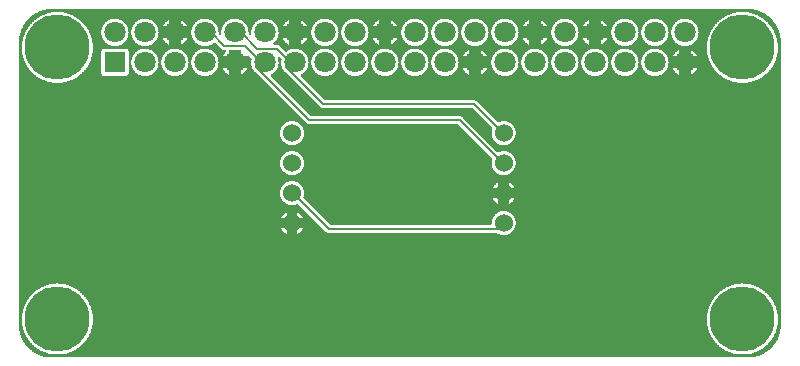
<source format=gtl>
G04 Layer: TopLayer*
G04 EasyEDA v6.2.46, 2019-12-29T14:25:18--8:00*
G04 8457726505304d7abae8730bc193fdbb,5a6822b0cf454a9ca4b08597ed48e8ef,10*
G04 Gerber Generator version 0.2*
G04 Scale: 100 percent, Rotated: No, Reflected: No *
G04 Dimensions in millimeters *
G04 leading zeros omitted , absolute positions ,3 integer and 3 decimal *
%FSLAX33Y33*%
%MOMM*%
G90*
G71D02*

%ADD11C,0.159995*%
%ADD12R,1.799996X1.799996*%
%ADD13C,1.799996*%
%ADD14C,1.524000*%
%ADD15C,5.499989*%

%LPD*%
G36*
G01X62000Y29743D02*
G01X2999Y29743D01*
G01X2924Y29742D01*
G01X2848Y29739D01*
G01X2773Y29734D01*
G01X2698Y29726D01*
G01X2623Y29717D01*
G01X2548Y29706D01*
G01X2474Y29692D01*
G01X2400Y29677D01*
G01X2326Y29659D01*
G01X2253Y29639D01*
G01X2181Y29618D01*
G01X2109Y29594D01*
G01X2038Y29569D01*
G01X1967Y29541D01*
G01X1897Y29512D01*
G01X1829Y29481D01*
G01X1761Y29447D01*
G01X1694Y29412D01*
G01X1628Y29375D01*
G01X1563Y29337D01*
G01X1499Y29296D01*
G01X1436Y29254D01*
G01X1375Y29210D01*
G01X1314Y29164D01*
G01X1255Y29117D01*
G01X1198Y29068D01*
G01X1141Y29018D01*
G01X1086Y28966D01*
G01X1033Y28912D01*
G01X981Y28858D01*
G01X931Y28801D01*
G01X882Y28744D01*
G01X835Y28685D01*
G01X789Y28624D01*
G01X745Y28563D01*
G01X703Y28500D01*
G01X662Y28436D01*
G01X624Y28371D01*
G01X587Y28305D01*
G01X552Y28238D01*
G01X518Y28170D01*
G01X487Y28102D01*
G01X458Y28032D01*
G01X430Y27961D01*
G01X405Y27890D01*
G01X381Y27818D01*
G01X360Y27746D01*
G01X340Y27673D01*
G01X322Y27599D01*
G01X307Y27525D01*
G01X293Y27451D01*
G01X282Y27376D01*
G01X273Y27301D01*
G01X265Y27226D01*
G01X260Y27151D01*
G01X257Y27075D01*
G01X256Y26999D01*
G01X256Y2999D01*
G01X257Y2924D01*
G01X260Y2848D01*
G01X265Y2773D01*
G01X273Y2698D01*
G01X282Y2623D01*
G01X293Y2548D01*
G01X307Y2474D01*
G01X322Y2400D01*
G01X340Y2326D01*
G01X360Y2253D01*
G01X381Y2181D01*
G01X405Y2109D01*
G01X430Y2038D01*
G01X458Y1967D01*
G01X487Y1897D01*
G01X518Y1829D01*
G01X552Y1761D01*
G01X587Y1694D01*
G01X624Y1628D01*
G01X662Y1563D01*
G01X703Y1499D01*
G01X745Y1436D01*
G01X789Y1375D01*
G01X835Y1314D01*
G01X882Y1255D01*
G01X931Y1198D01*
G01X981Y1141D01*
G01X1033Y1086D01*
G01X1086Y1033D01*
G01X1141Y981D01*
G01X1198Y931D01*
G01X1255Y882D01*
G01X1314Y835D01*
G01X1375Y789D01*
G01X1436Y745D01*
G01X1499Y703D01*
G01X1563Y662D01*
G01X1628Y624D01*
G01X1694Y587D01*
G01X1761Y552D01*
G01X1829Y518D01*
G01X1897Y487D01*
G01X1967Y458D01*
G01X2038Y430D01*
G01X2109Y405D01*
G01X2181Y381D01*
G01X2253Y360D01*
G01X2326Y340D01*
G01X2400Y322D01*
G01X2474Y307D01*
G01X2548Y293D01*
G01X2623Y282D01*
G01X2698Y273D01*
G01X2773Y265D01*
G01X2848Y260D01*
G01X2924Y257D01*
G01X2999Y256D01*
G01X62000Y256D01*
G01X62075Y257D01*
G01X62151Y260D01*
G01X62226Y265D01*
G01X62301Y273D01*
G01X62376Y282D01*
G01X62451Y293D01*
G01X62525Y307D01*
G01X62599Y322D01*
G01X62673Y340D01*
G01X62746Y360D01*
G01X62818Y381D01*
G01X62890Y405D01*
G01X62961Y430D01*
G01X63032Y458D01*
G01X63102Y487D01*
G01X63170Y518D01*
G01X63238Y552D01*
G01X63305Y587D01*
G01X63371Y624D01*
G01X63436Y662D01*
G01X63500Y703D01*
G01X63563Y745D01*
G01X63624Y789D01*
G01X63685Y835D01*
G01X63744Y882D01*
G01X63801Y931D01*
G01X63858Y981D01*
G01X63913Y1033D01*
G01X63966Y1086D01*
G01X64018Y1141D01*
G01X64068Y1198D01*
G01X64117Y1255D01*
G01X64164Y1314D01*
G01X64210Y1375D01*
G01X64254Y1436D01*
G01X64296Y1499D01*
G01X64337Y1563D01*
G01X64375Y1628D01*
G01X64412Y1694D01*
G01X64447Y1761D01*
G01X64481Y1829D01*
G01X64512Y1897D01*
G01X64541Y1967D01*
G01X64569Y2038D01*
G01X64594Y2109D01*
G01X64618Y2181D01*
G01X64639Y2253D01*
G01X64659Y2326D01*
G01X64677Y2400D01*
G01X64692Y2474D01*
G01X64706Y2548D01*
G01X64717Y2623D01*
G01X64726Y2698D01*
G01X64734Y2773D01*
G01X64739Y2848D01*
G01X64742Y2924D01*
G01X64743Y2999D01*
G01X64743Y26999D01*
G01X64742Y27075D01*
G01X64739Y27151D01*
G01X64734Y27226D01*
G01X64726Y27301D01*
G01X64717Y27376D01*
G01X64706Y27451D01*
G01X64692Y27525D01*
G01X64677Y27599D01*
G01X64659Y27673D01*
G01X64639Y27746D01*
G01X64618Y27818D01*
G01X64594Y27890D01*
G01X64569Y27961D01*
G01X64541Y28032D01*
G01X64512Y28102D01*
G01X64481Y28170D01*
G01X64447Y28238D01*
G01X64412Y28305D01*
G01X64375Y28371D01*
G01X64337Y28436D01*
G01X64296Y28500D01*
G01X64254Y28563D01*
G01X64210Y28624D01*
G01X64164Y28685D01*
G01X64117Y28744D01*
G01X64068Y28801D01*
G01X64018Y28858D01*
G01X63966Y28912D01*
G01X63913Y28966D01*
G01X63858Y29018D01*
G01X63801Y29068D01*
G01X63744Y29117D01*
G01X63685Y29164D01*
G01X63624Y29210D01*
G01X63563Y29254D01*
G01X63500Y29296D01*
G01X63436Y29337D01*
G01X63371Y29375D01*
G01X63305Y29412D01*
G01X63238Y29447D01*
G01X63170Y29481D01*
G01X63102Y29512D01*
G01X63032Y29541D01*
G01X62961Y29569D01*
G01X62890Y29594D01*
G01X62818Y29618D01*
G01X62746Y29639D01*
G01X62673Y29659D01*
G01X62599Y29677D01*
G01X62525Y29692D01*
G01X62451Y29706D01*
G01X62376Y29717D01*
G01X62301Y29726D01*
G01X62226Y29734D01*
G01X62151Y29739D01*
G01X62075Y29742D01*
G01X62000Y29743D01*
G37*

%LPC*%
G36*
G01X16039Y28925D02*
G01X15990Y28926D01*
G01X15940Y28925D01*
G01X15891Y28922D01*
G01X15843Y28917D01*
G01X15794Y28909D01*
G01X15746Y28900D01*
G01X15698Y28889D01*
G01X15651Y28875D01*
G01X15604Y28860D01*
G01X15558Y28843D01*
G01X15513Y28823D01*
G01X15469Y28802D01*
G01X15425Y28779D01*
G01X15383Y28754D01*
G01X15342Y28728D01*
G01X15302Y28699D01*
G01X15263Y28669D01*
G01X15225Y28638D01*
G01X15189Y28604D01*
G01X15155Y28570D01*
G01X15121Y28533D01*
G01X15090Y28496D01*
G01X15060Y28457D01*
G01X15031Y28417D01*
G01X15005Y28376D01*
G01X14980Y28333D01*
G01X14957Y28290D01*
G01X14936Y28246D01*
G01X14916Y28201D01*
G01X14899Y28155D01*
G01X14884Y28108D01*
G01X14870Y28061D01*
G01X14859Y28013D01*
G01X14850Y27965D01*
G01X14842Y27916D01*
G01X14837Y27867D01*
G01X14834Y27818D01*
G01X14833Y27769D01*
G01X14834Y27720D01*
G01X14837Y27671D01*
G01X14842Y27622D01*
G01X14850Y27574D01*
G01X14859Y27526D01*
G01X14870Y27478D01*
G01X14884Y27431D01*
G01X14899Y27384D01*
G01X14916Y27338D01*
G01X14936Y27293D01*
G01X14957Y27249D01*
G01X14980Y27205D01*
G01X15005Y27163D01*
G01X15031Y27122D01*
G01X15060Y27082D01*
G01X15090Y27043D01*
G01X15121Y27005D01*
G01X15155Y26969D01*
G01X15189Y26934D01*
G01X15225Y26901D01*
G01X15263Y26870D01*
G01X15302Y26840D01*
G01X15342Y26811D01*
G01X15383Y26785D01*
G01X15425Y26760D01*
G01X15469Y26737D01*
G01X15513Y26716D01*
G01X15558Y26696D01*
G01X15604Y26679D01*
G01X15651Y26664D01*
G01X15698Y26650D01*
G01X15746Y26639D01*
G01X15794Y26629D01*
G01X15843Y26622D01*
G01X15891Y26617D01*
G01X15940Y26614D01*
G01X15990Y26613D01*
G01X16038Y26614D01*
G01X16087Y26617D01*
G01X16136Y26622D01*
G01X16184Y26629D01*
G01X16232Y26639D01*
G01X16279Y26650D01*
G01X16326Y26663D01*
G01X16373Y26678D01*
G01X16419Y26695D01*
G01X16464Y26714D01*
G01X16508Y26735D01*
G01X16551Y26758D01*
G01X16593Y26783D01*
G01X16634Y26809D01*
G01X16674Y26837D01*
G01X16713Y26867D01*
G01X16750Y26898D01*
G01X16762Y26907D01*
G01X16775Y26914D01*
G01X16788Y26919D01*
G01X16803Y26922D01*
G01X16817Y26923D01*
G01X16833Y26922D01*
G01X16849Y26918D01*
G01X16863Y26912D01*
G01X16877Y26904D01*
G01X16889Y26894D01*
G01X17407Y26376D01*
G01X17426Y26358D01*
G01X17447Y26341D01*
G01X17469Y26327D01*
G01X17492Y26314D01*
G01X17516Y26303D01*
G01X17541Y26294D01*
G01X17566Y26286D01*
G01X17592Y26281D01*
G01X17618Y26278D01*
G01X17645Y26277D01*
G01X17700Y26277D01*
G01X17715Y26276D01*
G01X17729Y26273D01*
G01X17742Y26268D01*
G01X17755Y26261D01*
G01X17767Y26252D01*
G01X17777Y26242D01*
G01X17786Y26230D01*
G01X17793Y26218D01*
G01X17798Y26204D01*
G01X17801Y26190D01*
G01X17802Y26176D01*
G01X17801Y26161D01*
G01X17798Y26147D01*
G01X17793Y26134D01*
G01X17786Y26121D01*
G01X17777Y26109D01*
G01X17767Y26099D01*
G01X17730Y26065D01*
G01X17695Y26030D01*
G01X17661Y25993D01*
G01X17628Y25954D01*
G01X17598Y25914D01*
G01X17569Y25873D01*
G01X17542Y25831D01*
G01X17517Y25787D01*
G01X17493Y25743D01*
G01X18016Y25743D01*
G01X18016Y26176D01*
G01X18017Y26190D01*
G01X18020Y26204D01*
G01X18025Y26218D01*
G01X18032Y26230D01*
G01X18041Y26242D01*
G01X18051Y26252D01*
G01X18063Y26261D01*
G01X18075Y26268D01*
G01X18089Y26273D01*
G01X18103Y26276D01*
G01X18118Y26277D01*
G01X18941Y26277D01*
G01X18956Y26276D01*
G01X18970Y26273D01*
G01X18984Y26268D01*
G01X18996Y26261D01*
G01X19008Y26252D01*
G01X19018Y26242D01*
G01X19027Y26230D01*
G01X19034Y26218D01*
G01X19039Y26204D01*
G01X19042Y26190D01*
G01X19043Y26176D01*
G01X19043Y25743D01*
G01X19703Y25743D01*
G01X19719Y25742D01*
G01X19734Y25738D01*
G01X19749Y25732D01*
G01X19763Y25723D01*
G01X19775Y25713D01*
G01X19798Y25689D01*
G01X19913Y25574D01*
G01X19924Y25562D01*
G01X19932Y25548D01*
G01X19938Y25534D01*
G01X19942Y25518D01*
G01X19943Y25502D01*
G01X19941Y25480D01*
G01X19931Y25431D01*
G01X19923Y25381D01*
G01X19917Y25330D01*
G01X19914Y25280D01*
G01X19913Y25229D01*
G01X19914Y25175D01*
G01X19918Y25121D01*
G01X19924Y25067D01*
G01X19933Y25013D01*
G01X19945Y24960D01*
G01X19959Y24908D01*
G01X19963Y24879D01*
G01X19963Y24856D01*
G01X19964Y24830D01*
G01X19967Y24803D01*
G01X19972Y24777D01*
G01X19979Y24752D01*
G01X19988Y24727D01*
G01X19999Y24703D01*
G01X20012Y24680D01*
G01X20027Y24658D01*
G01X20043Y24637D01*
G01X20061Y24618D01*
G01X20141Y24538D01*
G01X20150Y24528D01*
G01X20182Y24488D01*
G01X20216Y24449D01*
G01X20252Y24412D01*
G01X20289Y24376D01*
G01X20328Y24342D01*
G01X20368Y24310D01*
G01X20378Y24301D01*
G01X24600Y20079D01*
G01X24620Y20061D01*
G01X24640Y20045D01*
G01X24662Y20030D01*
G01X24685Y20017D01*
G01X24709Y20006D01*
G01X24734Y19997D01*
G01X24760Y19990D01*
G01X24786Y19985D01*
G01X24812Y19981D01*
G01X24838Y19980D01*
G01X37413Y19980D01*
G01X37428Y19979D01*
G01X37444Y19975D01*
G01X37459Y19969D01*
G01X37472Y19961D01*
G01X37484Y19951D01*
G01X40299Y17136D01*
G01X40309Y17124D01*
G01X40317Y17111D01*
G01X40323Y17096D01*
G01X40327Y17081D01*
G01X40328Y17065D01*
G01X40327Y17048D01*
G01X40323Y17032D01*
G01X40308Y16986D01*
G01X40296Y16939D01*
G01X40286Y16892D01*
G01X40278Y16844D01*
G01X40272Y16796D01*
G01X40269Y16748D01*
G01X40267Y16700D01*
G01X40268Y16654D01*
G01X40271Y16609D01*
G01X40277Y16563D01*
G01X40284Y16518D01*
G01X40293Y16473D01*
G01X40304Y16429D01*
G01X40317Y16385D01*
G01X40332Y16342D01*
G01X40349Y16300D01*
G01X40368Y16258D01*
G01X40389Y16217D01*
G01X40412Y16178D01*
G01X40436Y16139D01*
G01X40462Y16101D01*
G01X40490Y16065D01*
G01X40519Y16030D01*
G01X40550Y15996D01*
G01X40582Y15964D01*
G01X40616Y15933D01*
G01X40651Y15904D01*
G01X40687Y15876D01*
G01X40725Y15850D01*
G01X40764Y15826D01*
G01X40803Y15803D01*
G01X40844Y15782D01*
G01X40886Y15763D01*
G01X40928Y15746D01*
G01X40971Y15731D01*
G01X41015Y15718D01*
G01X41059Y15707D01*
G01X41104Y15698D01*
G01X41149Y15691D01*
G01X41195Y15686D01*
G01X41240Y15683D01*
G01X41286Y15682D01*
G01X41332Y15683D01*
G01X41377Y15686D01*
G01X41423Y15691D01*
G01X41468Y15698D01*
G01X41513Y15707D01*
G01X41557Y15718D01*
G01X41601Y15731D01*
G01X41644Y15746D01*
G01X41686Y15763D01*
G01X41728Y15782D01*
G01X41769Y15803D01*
G01X41808Y15826D01*
G01X41847Y15850D01*
G01X41885Y15876D01*
G01X41921Y15904D01*
G01X41956Y15933D01*
G01X41990Y15964D01*
G01X42022Y15996D01*
G01X42053Y16030D01*
G01X42082Y16065D01*
G01X42110Y16101D01*
G01X42136Y16139D01*
G01X42160Y16178D01*
G01X42183Y16217D01*
G01X42204Y16258D01*
G01X42223Y16300D01*
G01X42240Y16342D01*
G01X42255Y16385D01*
G01X42268Y16429D01*
G01X42279Y16473D01*
G01X42288Y16518D01*
G01X42295Y16563D01*
G01X42300Y16609D01*
G01X42303Y16654D01*
G01X42304Y16700D01*
G01X42303Y16746D01*
G01X42300Y16791D01*
G01X42295Y16837D01*
G01X42288Y16882D01*
G01X42279Y16927D01*
G01X42268Y16971D01*
G01X42255Y17015D01*
G01X42240Y17058D01*
G01X42223Y17100D01*
G01X42204Y17142D01*
G01X42183Y17183D01*
G01X42160Y17222D01*
G01X42136Y17261D01*
G01X42110Y17299D01*
G01X42082Y17335D01*
G01X42053Y17370D01*
G01X42022Y17404D01*
G01X41990Y17436D01*
G01X41956Y17467D01*
G01X41921Y17496D01*
G01X41885Y17524D01*
G01X41847Y17550D01*
G01X41808Y17574D01*
G01X41769Y17597D01*
G01X41728Y17618D01*
G01X41686Y17637D01*
G01X41644Y17654D01*
G01X41601Y17669D01*
G01X41557Y17682D01*
G01X41513Y17693D01*
G01X41468Y17702D01*
G01X41423Y17709D01*
G01X41377Y17714D01*
G01X41332Y17718D01*
G01X41286Y17719D01*
G01X41237Y17717D01*
G01X41188Y17714D01*
G01X41139Y17708D01*
G01X41091Y17700D01*
G01X41043Y17689D01*
G01X40995Y17676D01*
G01X40948Y17661D01*
G01X40902Y17644D01*
G01X40857Y17624D01*
G01X40844Y17619D01*
G01X40829Y17616D01*
G01X40815Y17615D01*
G01X40799Y17616D01*
G01X40783Y17620D01*
G01X40768Y17626D01*
G01X40755Y17634D01*
G01X40743Y17644D01*
G01X37832Y20555D01*
G01X37813Y20573D01*
G01X37792Y20589D01*
G01X37770Y20604D01*
G01X37747Y20617D01*
G01X37723Y20628D01*
G01X37698Y20637D01*
G01X37673Y20644D01*
G01X37647Y20649D01*
G01X37620Y20652D01*
G01X37594Y20654D01*
G01X25020Y20654D01*
G01X25004Y20655D01*
G01X24988Y20658D01*
G01X24974Y20665D01*
G01X24960Y20673D01*
G01X24948Y20683D01*
G01X21586Y24045D01*
G01X21575Y24057D01*
G01X21567Y24071D01*
G01X21561Y24086D01*
G01X21557Y24101D01*
G01X21556Y24117D01*
G01X21557Y24133D01*
G01X21561Y24148D01*
G01X21567Y24163D01*
G01X21575Y24176D01*
G01X21585Y24188D01*
G01X21597Y24199D01*
G01X21610Y24207D01*
G01X21654Y24231D01*
G01X21697Y24258D01*
G01X21738Y24286D01*
G01X21779Y24316D01*
G01X21817Y24347D01*
G01X21855Y24381D01*
G01X21891Y24415D01*
G01X21926Y24452D01*
G01X21959Y24490D01*
G01X21990Y24529D01*
G01X22019Y24569D01*
G01X22047Y24611D01*
G01X22073Y24654D01*
G01X22097Y24698D01*
G01X22119Y24743D01*
G01X22139Y24789D01*
G01X22157Y24836D01*
G01X22173Y24884D01*
G01X22187Y24932D01*
G01X22199Y24981D01*
G01X22209Y25030D01*
G01X22216Y25079D01*
G01X22222Y25129D01*
G01X22225Y25179D01*
G01X22226Y25229D01*
G01X22225Y25283D01*
G01X22221Y25336D01*
G01X22215Y25389D01*
G01X22206Y25442D01*
G01X22195Y25495D01*
G01X22182Y25546D01*
G01X22178Y25574D01*
G01X22179Y25589D01*
G01X22182Y25603D01*
G01X22187Y25616D01*
G01X22194Y25629D01*
G01X22203Y25641D01*
G01X22213Y25651D01*
G01X22225Y25660D01*
G01X22237Y25667D01*
G01X22251Y25672D01*
G01X22265Y25675D01*
G01X22279Y25676D01*
G01X22295Y25675D01*
G01X22311Y25671D01*
G01X22326Y25665D01*
G01X22339Y25656D01*
G01X22351Y25646D01*
G01X22448Y25549D01*
G01X22458Y25537D01*
G01X22467Y25523D01*
G01X22473Y25509D01*
G01X22476Y25493D01*
G01X22478Y25477D01*
G01X22476Y25457D01*
G01X22466Y25401D01*
G01X22459Y25344D01*
G01X22454Y25287D01*
G01X22453Y25229D01*
G01X22454Y25175D01*
G01X22458Y25121D01*
G01X22464Y25067D01*
G01X22473Y25013D01*
G01X22485Y24960D01*
G01X22499Y24908D01*
G01X22503Y24879D01*
G01X22503Y24869D01*
G01X22504Y24842D01*
G01X22507Y24816D01*
G01X22512Y24790D01*
G01X22519Y24765D01*
G01X22528Y24740D01*
G01X22539Y24716D01*
G01X22552Y24693D01*
G01X22567Y24671D01*
G01X22583Y24650D01*
G01X22601Y24631D01*
G01X22647Y24585D01*
G01X22659Y24571D01*
G01X22689Y24529D01*
G01X22722Y24488D01*
G01X22756Y24449D01*
G01X22792Y24412D01*
G01X22829Y24376D01*
G01X22868Y24342D01*
G01X22909Y24309D01*
G01X22951Y24279D01*
G01X22965Y24267D01*
G01X25779Y21453D01*
G01X25798Y21435D01*
G01X25819Y21419D01*
G01X25841Y21404D01*
G01X25864Y21391D01*
G01X25888Y21380D01*
G01X25913Y21371D01*
G01X25938Y21364D01*
G01X25964Y21359D01*
G01X25990Y21356D01*
G01X26017Y21355D01*
G01X38578Y21355D01*
G01X38594Y21353D01*
G01X38610Y21350D01*
G01X38625Y21344D01*
G01X38638Y21335D01*
G01X38650Y21325D01*
G01X40299Y19676D01*
G01X40309Y19664D01*
G01X40317Y19651D01*
G01X40323Y19636D01*
G01X40327Y19621D01*
G01X40328Y19605D01*
G01X40327Y19588D01*
G01X40323Y19572D01*
G01X40308Y19526D01*
G01X40296Y19479D01*
G01X40286Y19432D01*
G01X40278Y19384D01*
G01X40272Y19336D01*
G01X40269Y19288D01*
G01X40267Y19240D01*
G01X40268Y19194D01*
G01X40271Y19149D01*
G01X40277Y19103D01*
G01X40284Y19058D01*
G01X40293Y19013D01*
G01X40304Y18969D01*
G01X40317Y18925D01*
G01X40332Y18882D01*
G01X40349Y18840D01*
G01X40368Y18798D01*
G01X40389Y18757D01*
G01X40412Y18718D01*
G01X40436Y18679D01*
G01X40462Y18641D01*
G01X40490Y18605D01*
G01X40519Y18570D01*
G01X40550Y18536D01*
G01X40582Y18504D01*
G01X40616Y18473D01*
G01X40651Y18444D01*
G01X40687Y18416D01*
G01X40725Y18390D01*
G01X40764Y18366D01*
G01X40803Y18343D01*
G01X40844Y18322D01*
G01X40886Y18303D01*
G01X40928Y18286D01*
G01X40971Y18271D01*
G01X41015Y18258D01*
G01X41059Y18247D01*
G01X41104Y18238D01*
G01X41149Y18231D01*
G01X41195Y18226D01*
G01X41240Y18223D01*
G01X41286Y18222D01*
G01X41332Y18223D01*
G01X41377Y18226D01*
G01X41423Y18231D01*
G01X41468Y18238D01*
G01X41513Y18247D01*
G01X41557Y18258D01*
G01X41601Y18271D01*
G01X41644Y18286D01*
G01X41686Y18303D01*
G01X41728Y18322D01*
G01X41769Y18343D01*
G01X41808Y18366D01*
G01X41847Y18390D01*
G01X41885Y18416D01*
G01X41921Y18444D01*
G01X41956Y18473D01*
G01X41990Y18504D01*
G01X42022Y18536D01*
G01X42053Y18570D01*
G01X42082Y18605D01*
G01X42110Y18641D01*
G01X42136Y18679D01*
G01X42160Y18718D01*
G01X42183Y18757D01*
G01X42204Y18798D01*
G01X42223Y18840D01*
G01X42240Y18882D01*
G01X42255Y18925D01*
G01X42268Y18969D01*
G01X42279Y19013D01*
G01X42288Y19058D01*
G01X42295Y19103D01*
G01X42300Y19149D01*
G01X42303Y19194D01*
G01X42304Y19240D01*
G01X42303Y19286D01*
G01X42300Y19331D01*
G01X42295Y19377D01*
G01X42288Y19422D01*
G01X42279Y19467D01*
G01X42268Y19511D01*
G01X42255Y19555D01*
G01X42240Y19598D01*
G01X42223Y19640D01*
G01X42204Y19682D01*
G01X42183Y19723D01*
G01X42160Y19762D01*
G01X42136Y19801D01*
G01X42110Y19839D01*
G01X42082Y19875D01*
G01X42053Y19910D01*
G01X42022Y19944D01*
G01X41990Y19976D01*
G01X41956Y20007D01*
G01X41921Y20036D01*
G01X41885Y20064D01*
G01X41847Y20090D01*
G01X41808Y20114D01*
G01X41769Y20137D01*
G01X41728Y20158D01*
G01X41686Y20177D01*
G01X41644Y20194D01*
G01X41601Y20209D01*
G01X41557Y20222D01*
G01X41513Y20233D01*
G01X41468Y20242D01*
G01X41423Y20249D01*
G01X41377Y20254D01*
G01X41332Y20258D01*
G01X41286Y20259D01*
G01X41237Y20257D01*
G01X41188Y20254D01*
G01X41139Y20248D01*
G01X41091Y20240D01*
G01X41043Y20229D01*
G01X40995Y20216D01*
G01X40948Y20201D01*
G01X40902Y20184D01*
G01X40857Y20164D01*
G01X40844Y20159D01*
G01X40829Y20156D01*
G01X40815Y20155D01*
G01X40799Y20156D01*
G01X40783Y20160D01*
G01X40768Y20166D01*
G01X40755Y20174D01*
G01X40743Y20184D01*
G01X38998Y21929D01*
G01X38978Y21947D01*
G01X38958Y21963D01*
G01X38936Y21978D01*
G01X38913Y21991D01*
G01X38889Y22002D01*
G01X38864Y22011D01*
G01X38838Y22018D01*
G01X38813Y22024D01*
G01X38786Y22027D01*
G01X38760Y22028D01*
G01X26198Y22028D01*
G01X26182Y22029D01*
G01X26167Y22033D01*
G01X26152Y22039D01*
G01X26139Y22047D01*
G01X26126Y22057D01*
G01X24134Y24050D01*
G01X24124Y24062D01*
G01X24115Y24075D01*
G01X24109Y24090D01*
G01X24106Y24106D01*
G01X24104Y24122D01*
G01X24106Y24137D01*
G01X24109Y24152D01*
G01X24115Y24167D01*
G01X24123Y24180D01*
G01X24133Y24192D01*
G01X24145Y24203D01*
G01X24158Y24211D01*
G01X24201Y24236D01*
G01X24243Y24262D01*
G01X24284Y24290D01*
G01X24324Y24320D01*
G01X24363Y24352D01*
G01X24400Y24385D01*
G01X24435Y24420D01*
G01X24470Y24456D01*
G01X24502Y24494D01*
G01X24533Y24533D01*
G01X24562Y24573D01*
G01X24589Y24615D01*
G01X24615Y24658D01*
G01X24639Y24702D01*
G01X24660Y24746D01*
G01X24680Y24792D01*
G01X24698Y24839D01*
G01X24714Y24886D01*
G01X24728Y24934D01*
G01X24739Y24982D01*
G01X24749Y25031D01*
G01X24756Y25080D01*
G01X24762Y25130D01*
G01X24765Y25180D01*
G01X24766Y25229D01*
G01X24765Y25278D01*
G01X24762Y25327D01*
G01X24757Y25376D01*
G01X24749Y25425D01*
G01X24740Y25473D01*
G01X24729Y25521D01*
G01X24715Y25568D01*
G01X24700Y25615D01*
G01X24683Y25661D01*
G01X24663Y25706D01*
G01X24642Y25750D01*
G01X24619Y25793D01*
G01X24594Y25836D01*
G01X24568Y25877D01*
G01X24539Y25917D01*
G01X24509Y25956D01*
G01X24478Y25993D01*
G01X24444Y26030D01*
G01X24410Y26064D01*
G01X24374Y26098D01*
G01X24336Y26129D01*
G01X24297Y26159D01*
G01X24257Y26188D01*
G01X24216Y26214D01*
G01X24174Y26239D01*
G01X24130Y26262D01*
G01X24086Y26283D01*
G01X24041Y26303D01*
G01X23995Y26320D01*
G01X23948Y26335D01*
G01X23901Y26349D01*
G01X23853Y26360D01*
G01X23805Y26369D01*
G01X23756Y26377D01*
G01X23708Y26382D01*
G01X23659Y26385D01*
G01X23610Y26386D01*
G01X23560Y26385D01*
G01X23511Y26382D01*
G01X23461Y26376D01*
G01X23412Y26369D01*
G01X23364Y26360D01*
G01X23316Y26348D01*
G01X23268Y26334D01*
G01X23221Y26319D01*
G01X23175Y26301D01*
G01X23129Y26282D01*
G01X23085Y26260D01*
G01X23041Y26237D01*
G01X22999Y26211D01*
G01X22957Y26184D01*
G01X22917Y26156D01*
G01X22903Y26147D01*
G01X22888Y26141D01*
G01X22872Y26137D01*
G01X22856Y26135D01*
G01X22840Y26137D01*
G01X22825Y26140D01*
G01X22810Y26146D01*
G01X22796Y26155D01*
G01X22784Y26165D01*
G01X22341Y26610D01*
G01X22322Y26628D01*
G01X22301Y26644D01*
G01X22279Y26659D01*
G01X22256Y26672D01*
G01X22232Y26683D01*
G01X22207Y26692D01*
G01X22181Y26700D01*
G01X22155Y26705D01*
G01X22129Y26708D01*
G01X22103Y26709D01*
G01X21884Y26709D01*
G01X21870Y26710D01*
G01X21855Y26713D01*
G01X21842Y26718D01*
G01X21829Y26725D01*
G01X21818Y26734D01*
G01X21807Y26744D01*
G01X21799Y26756D01*
G01X21792Y26768D01*
G01X21787Y26782D01*
G01X21783Y26796D01*
G01X21782Y26811D01*
G01X21784Y26825D01*
G01X21787Y26839D01*
G01X21792Y26853D01*
G01X21799Y26866D01*
G01X21808Y26878D01*
G01X21818Y26888D01*
G01X21856Y26921D01*
G01X21892Y26956D01*
G01X21926Y26992D01*
G01X21959Y27030D01*
G01X21990Y27069D01*
G01X22020Y27110D01*
G01X22047Y27152D01*
G01X22073Y27195D01*
G01X22097Y27239D01*
G01X22119Y27284D01*
G01X22139Y27330D01*
G01X22157Y27376D01*
G01X22173Y27424D01*
G01X22187Y27472D01*
G01X22199Y27521D01*
G01X22209Y27570D01*
G01X22216Y27619D01*
G01X22222Y27669D01*
G01X22225Y27719D01*
G01X22226Y27769D01*
G01X22225Y27818D01*
G01X22222Y27867D01*
G01X22217Y27916D01*
G01X22209Y27965D01*
G01X22200Y28013D01*
G01X22189Y28061D01*
G01X22175Y28108D01*
G01X22160Y28155D01*
G01X22143Y28201D01*
G01X22123Y28246D01*
G01X22102Y28290D01*
G01X22079Y28333D01*
G01X22054Y28376D01*
G01X22028Y28417D01*
G01X21999Y28457D01*
G01X21969Y28496D01*
G01X21938Y28533D01*
G01X21904Y28570D01*
G01X21870Y28604D01*
G01X21834Y28638D01*
G01X21796Y28669D01*
G01X21757Y28699D01*
G01X21717Y28728D01*
G01X21676Y28754D01*
G01X21634Y28779D01*
G01X21590Y28802D01*
G01X21546Y28823D01*
G01X21501Y28843D01*
G01X21455Y28860D01*
G01X21408Y28875D01*
G01X21361Y28889D01*
G01X21313Y28900D01*
G01X21265Y28909D01*
G01X21216Y28917D01*
G01X21168Y28922D01*
G01X21119Y28925D01*
G01X21070Y28926D01*
G01X21020Y28925D01*
G01X20971Y28922D01*
G01X20923Y28917D01*
G01X20874Y28909D01*
G01X20826Y28900D01*
G01X20778Y28889D01*
G01X20731Y28875D01*
G01X20684Y28860D01*
G01X20638Y28843D01*
G01X20593Y28823D01*
G01X20549Y28802D01*
G01X20505Y28779D01*
G01X20463Y28754D01*
G01X20422Y28728D01*
G01X20382Y28699D01*
G01X20343Y28669D01*
G01X20305Y28638D01*
G01X20269Y28604D01*
G01X20235Y28570D01*
G01X20201Y28533D01*
G01X20170Y28496D01*
G01X20140Y28457D01*
G01X20111Y28417D01*
G01X20085Y28376D01*
G01X20060Y28333D01*
G01X20037Y28290D01*
G01X20016Y28246D01*
G01X19996Y28201D01*
G01X19979Y28155D01*
G01X19964Y28108D01*
G01X19950Y28061D01*
G01X19939Y28013D01*
G01X19930Y27965D01*
G01X19922Y27916D01*
G01X19917Y27867D01*
G01X19914Y27818D01*
G01X19913Y27769D01*
G01X19914Y27716D01*
G01X19918Y27662D01*
G01X19924Y27609D01*
G01X19925Y27595D01*
G01X19924Y27580D01*
G01X19921Y27566D01*
G01X19916Y27552D01*
G01X19909Y27540D01*
G01X19900Y27528D01*
G01X19890Y27518D01*
G01X19879Y27509D01*
G01X19866Y27502D01*
G01X19852Y27497D01*
G01X19838Y27494D01*
G01X19824Y27493D01*
G01X19808Y27494D01*
G01X19792Y27498D01*
G01X19777Y27504D01*
G01X19764Y27512D01*
G01X19752Y27523D01*
G01X19709Y27566D01*
G01X19699Y27578D01*
G01X19690Y27591D01*
G01X19684Y27606D01*
G01X19680Y27622D01*
G01X19679Y27637D01*
G01X19680Y27648D01*
G01X19684Y27709D01*
G01X19686Y27769D01*
G01X19685Y27818D01*
G01X19682Y27867D01*
G01X19677Y27916D01*
G01X19669Y27965D01*
G01X19660Y28013D01*
G01X19649Y28061D01*
G01X19635Y28108D01*
G01X19620Y28155D01*
G01X19603Y28201D01*
G01X19583Y28246D01*
G01X19562Y28290D01*
G01X19539Y28333D01*
G01X19514Y28376D01*
G01X19488Y28417D01*
G01X19459Y28457D01*
G01X19429Y28496D01*
G01X19398Y28533D01*
G01X19364Y28570D01*
G01X19330Y28604D01*
G01X19294Y28638D01*
G01X19256Y28669D01*
G01X19217Y28699D01*
G01X19177Y28728D01*
G01X19136Y28754D01*
G01X19094Y28779D01*
G01X19050Y28802D01*
G01X19006Y28823D01*
G01X18961Y28843D01*
G01X18915Y28860D01*
G01X18868Y28875D01*
G01X18821Y28889D01*
G01X18773Y28900D01*
G01X18725Y28909D01*
G01X18676Y28917D01*
G01X18628Y28922D01*
G01X18579Y28925D01*
G01X18530Y28926D01*
G01X18480Y28925D01*
G01X18431Y28922D01*
G01X18383Y28917D01*
G01X18334Y28909D01*
G01X18286Y28900D01*
G01X18238Y28889D01*
G01X18191Y28875D01*
G01X18144Y28860D01*
G01X18098Y28843D01*
G01X18053Y28823D01*
G01X18009Y28802D01*
G01X17965Y28779D01*
G01X17923Y28754D01*
G01X17882Y28728D01*
G01X17842Y28699D01*
G01X17803Y28669D01*
G01X17765Y28638D01*
G01X17729Y28604D01*
G01X17695Y28570D01*
G01X17661Y28533D01*
G01X17630Y28496D01*
G01X17600Y28457D01*
G01X17571Y28417D01*
G01X17545Y28376D01*
G01X17520Y28333D01*
G01X17497Y28290D01*
G01X17476Y28246D01*
G01X17456Y28201D01*
G01X17439Y28155D01*
G01X17424Y28108D01*
G01X17410Y28061D01*
G01X17399Y28013D01*
G01X17390Y27965D01*
G01X17382Y27916D01*
G01X17377Y27867D01*
G01X17374Y27818D01*
G01X17373Y27769D01*
G01X17374Y27716D01*
G01X17378Y27662D01*
G01X17384Y27609D01*
G01X17385Y27595D01*
G01X17384Y27580D01*
G01X17381Y27566D01*
G01X17376Y27552D01*
G01X17369Y27540D01*
G01X17360Y27528D01*
G01X17350Y27518D01*
G01X17339Y27509D01*
G01X17326Y27502D01*
G01X17312Y27497D01*
G01X17298Y27494D01*
G01X17284Y27493D01*
G01X17268Y27494D01*
G01X17252Y27498D01*
G01X17237Y27504D01*
G01X17224Y27512D01*
G01X17212Y27523D01*
G01X17169Y27566D01*
G01X17159Y27578D01*
G01X17150Y27591D01*
G01X17144Y27606D01*
G01X17140Y27622D01*
G01X17139Y27637D01*
G01X17140Y27648D01*
G01X17144Y27709D01*
G01X17146Y27769D01*
G01X17145Y27818D01*
G01X17142Y27867D01*
G01X17137Y27916D01*
G01X17129Y27965D01*
G01X17120Y28013D01*
G01X17109Y28061D01*
G01X17095Y28108D01*
G01X17080Y28155D01*
G01X17063Y28201D01*
G01X17043Y28246D01*
G01X17022Y28290D01*
G01X16999Y28333D01*
G01X16974Y28376D01*
G01X16948Y28417D01*
G01X16919Y28457D01*
G01X16889Y28496D01*
G01X16858Y28533D01*
G01X16824Y28570D01*
G01X16790Y28604D01*
G01X16754Y28638D01*
G01X16716Y28669D01*
G01X16677Y28699D01*
G01X16637Y28728D01*
G01X16596Y28754D01*
G01X16554Y28779D01*
G01X16510Y28802D01*
G01X16466Y28823D01*
G01X16421Y28843D01*
G01X16375Y28860D01*
G01X16328Y28875D01*
G01X16281Y28889D01*
G01X16233Y28900D01*
G01X16185Y28909D01*
G01X16136Y28917D01*
G01X16088Y28922D01*
G01X16039Y28925D01*
G37*
G36*
G01X23413Y15178D02*
G01X23368Y15179D01*
G01X23322Y15178D01*
G01X23276Y15174D01*
G01X23231Y15169D01*
G01X23186Y15162D01*
G01X23141Y15153D01*
G01X23097Y15142D01*
G01X23053Y15129D01*
G01X23010Y15114D01*
G01X22967Y15097D01*
G01X22926Y15078D01*
G01X22885Y15057D01*
G01X22845Y15034D01*
G01X22806Y15010D01*
G01X22769Y14984D01*
G01X22732Y14956D01*
G01X22697Y14927D01*
G01X22664Y14896D01*
G01X22631Y14864D01*
G01X22600Y14830D01*
G01X22571Y14795D01*
G01X22543Y14759D01*
G01X22517Y14721D01*
G01X22493Y14682D01*
G01X22471Y14643D01*
G01X22450Y14602D01*
G01X22431Y14560D01*
G01X22414Y14518D01*
G01X22399Y14475D01*
G01X22386Y14431D01*
G01X22374Y14387D01*
G01X22365Y14342D01*
G01X22358Y14297D01*
G01X22353Y14251D01*
G01X22350Y14206D01*
G01X22349Y14160D01*
G01X22350Y14114D01*
G01X22353Y14069D01*
G01X22358Y14023D01*
G01X22365Y13978D01*
G01X22374Y13933D01*
G01X22386Y13889D01*
G01X22399Y13845D01*
G01X22414Y13802D01*
G01X22431Y13760D01*
G01X22450Y13718D01*
G01X22471Y13677D01*
G01X22493Y13638D01*
G01X22517Y13599D01*
G01X22543Y13561D01*
G01X22571Y13525D01*
G01X22600Y13490D01*
G01X22631Y13456D01*
G01X22664Y13424D01*
G01X22697Y13393D01*
G01X22732Y13364D01*
G01X22769Y13336D01*
G01X22806Y13310D01*
G01X22845Y13286D01*
G01X22885Y13263D01*
G01X22926Y13242D01*
G01X22967Y13223D01*
G01X23010Y13206D01*
G01X23053Y13191D01*
G01X23097Y13178D01*
G01X23141Y13167D01*
G01X23186Y13158D01*
G01X23231Y13151D01*
G01X23276Y13146D01*
G01X23322Y13143D01*
G01X23368Y13142D01*
G01X23416Y13143D01*
G01X23464Y13146D01*
G01X23512Y13152D01*
G01X23560Y13160D01*
G01X23607Y13170D01*
G01X23653Y13182D01*
G01X23699Y13197D01*
G01X23745Y13214D01*
G01X23789Y13233D01*
G01X23803Y13238D01*
G01X23817Y13241D01*
G01X23831Y13242D01*
G01X23847Y13241D01*
G01X23862Y13237D01*
G01X23877Y13231D01*
G01X23891Y13223D01*
G01X23903Y13212D01*
G01X26221Y10894D01*
G01X26240Y10876D01*
G01X26261Y10860D01*
G01X26283Y10845D01*
G01X26306Y10833D01*
G01X26330Y10821D01*
G01X26355Y10812D01*
G01X26380Y10805D01*
G01X26406Y10800D01*
G01X26432Y10797D01*
G01X26459Y10796D01*
G01X40655Y10796D01*
G01X40671Y10795D01*
G01X40685Y10791D01*
G01X40699Y10786D01*
G01X40713Y10778D01*
G01X40752Y10753D01*
G01X40792Y10729D01*
G01X40834Y10707D01*
G01X40876Y10688D01*
G01X40920Y10670D01*
G01X40964Y10654D01*
G01X41008Y10640D01*
G01X41054Y10628D01*
G01X41100Y10619D01*
G01X41146Y10611D01*
G01X41192Y10606D01*
G01X41239Y10603D01*
G01X41286Y10602D01*
G01X41332Y10603D01*
G01X41377Y10606D01*
G01X41423Y10611D01*
G01X41468Y10618D01*
G01X41513Y10627D01*
G01X41557Y10638D01*
G01X41601Y10651D01*
G01X41644Y10666D01*
G01X41686Y10683D01*
G01X41728Y10702D01*
G01X41769Y10723D01*
G01X41808Y10746D01*
G01X41847Y10770D01*
G01X41885Y10796D01*
G01X41921Y10824D01*
G01X41956Y10853D01*
G01X41990Y10884D01*
G01X42022Y10916D01*
G01X42053Y10950D01*
G01X42082Y10985D01*
G01X42110Y11021D01*
G01X42136Y11059D01*
G01X42160Y11098D01*
G01X42183Y11137D01*
G01X42204Y11178D01*
G01X42223Y11220D01*
G01X42240Y11262D01*
G01X42255Y11305D01*
G01X42268Y11349D01*
G01X42279Y11393D01*
G01X42288Y11438D01*
G01X42295Y11483D01*
G01X42300Y11529D01*
G01X42303Y11574D01*
G01X42304Y11620D01*
G01X42303Y11666D01*
G01X42300Y11711D01*
G01X42295Y11757D01*
G01X42288Y11802D01*
G01X42279Y11847D01*
G01X42268Y11891D01*
G01X42255Y11935D01*
G01X42240Y11978D01*
G01X42223Y12020D01*
G01X42204Y12062D01*
G01X42183Y12103D01*
G01X42160Y12142D01*
G01X42136Y12181D01*
G01X42110Y12219D01*
G01X42082Y12255D01*
G01X42053Y12290D01*
G01X42022Y12324D01*
G01X41990Y12356D01*
G01X41956Y12387D01*
G01X41921Y12416D01*
G01X41885Y12444D01*
G01X41847Y12470D01*
G01X41808Y12494D01*
G01X41769Y12517D01*
G01X41728Y12538D01*
G01X41686Y12557D01*
G01X41644Y12574D01*
G01X41601Y12589D01*
G01X41557Y12602D01*
G01X41513Y12613D01*
G01X41468Y12622D01*
G01X41423Y12629D01*
G01X41377Y12634D01*
G01X41332Y12638D01*
G01X41286Y12639D01*
G01X41240Y12638D01*
G01X41195Y12634D01*
G01X41149Y12629D01*
G01X41104Y12622D01*
G01X41059Y12613D01*
G01X41015Y12602D01*
G01X40971Y12589D01*
G01X40928Y12574D01*
G01X40886Y12557D01*
G01X40844Y12538D01*
G01X40803Y12517D01*
G01X40764Y12494D01*
G01X40725Y12470D01*
G01X40687Y12444D01*
G01X40651Y12416D01*
G01X40616Y12387D01*
G01X40582Y12356D01*
G01X40550Y12324D01*
G01X40519Y12290D01*
G01X40490Y12255D01*
G01X40462Y12219D01*
G01X40436Y12181D01*
G01X40412Y12142D01*
G01X40389Y12103D01*
G01X40368Y12062D01*
G01X40349Y12020D01*
G01X40332Y11978D01*
G01X40317Y11935D01*
G01X40304Y11891D01*
G01X40293Y11847D01*
G01X40284Y11802D01*
G01X40277Y11757D01*
G01X40271Y11711D01*
G01X40268Y11666D01*
G01X40267Y11620D01*
G01X40268Y11575D01*
G01X40268Y11571D01*
G01X40267Y11556D01*
G01X40264Y11542D01*
G01X40259Y11528D01*
G01X40252Y11516D01*
G01X40244Y11504D01*
G01X40233Y11494D01*
G01X40222Y11485D01*
G01X40209Y11478D01*
G01X40196Y11473D01*
G01X40181Y11470D01*
G01X40167Y11469D01*
G01X26640Y11469D01*
G01X26624Y11470D01*
G01X26609Y11474D01*
G01X26594Y11480D01*
G01X26580Y11488D01*
G01X26568Y11499D01*
G01X24352Y13715D01*
G01X24341Y13727D01*
G01X24333Y13741D01*
G01X24327Y13756D01*
G01X24323Y13771D01*
G01X24322Y13787D01*
G01X24324Y13804D01*
G01X24328Y13821D01*
G01X24343Y13868D01*
G01X24356Y13915D01*
G01X24367Y13964D01*
G01X24375Y14012D01*
G01X24381Y14061D01*
G01X24385Y14111D01*
G01X24386Y14160D01*
G01X24385Y14206D01*
G01X24382Y14251D01*
G01X24377Y14297D01*
G01X24370Y14342D01*
G01X24361Y14387D01*
G01X24349Y14431D01*
G01X24336Y14475D01*
G01X24321Y14518D01*
G01X24304Y14560D01*
G01X24285Y14602D01*
G01X24264Y14643D01*
G01X24242Y14682D01*
G01X24218Y14721D01*
G01X24192Y14759D01*
G01X24164Y14795D01*
G01X24135Y14830D01*
G01X24104Y14864D01*
G01X24071Y14896D01*
G01X24038Y14927D01*
G01X24003Y14956D01*
G01X23966Y14984D01*
G01X23929Y15010D01*
G01X23890Y15034D01*
G01X23850Y15057D01*
G01X23809Y15078D01*
G01X23768Y15097D01*
G01X23725Y15114D01*
G01X23682Y15129D01*
G01X23638Y15142D01*
G01X23594Y15153D01*
G01X23549Y15162D01*
G01X23504Y15169D01*
G01X23459Y15174D01*
G01X23413Y15178D01*
G37*
G36*
G01X61578Y6505D02*
G01X61500Y6506D01*
G01X61421Y6505D01*
G01X61342Y6502D01*
G01X61264Y6497D01*
G01X61185Y6489D01*
G01X61107Y6480D01*
G01X61029Y6469D01*
G01X60952Y6456D01*
G01X60874Y6440D01*
G01X60798Y6423D01*
G01X60721Y6404D01*
G01X60646Y6382D01*
G01X60570Y6359D01*
G01X60496Y6334D01*
G01X60422Y6306D01*
G01X60349Y6277D01*
G01X60277Y6246D01*
G01X60205Y6213D01*
G01X60135Y6178D01*
G01X60065Y6142D01*
G01X59996Y6103D01*
G01X59929Y6063D01*
G01X59862Y6021D01*
G01X59797Y5977D01*
G01X59732Y5932D01*
G01X59669Y5885D01*
G01X59607Y5836D01*
G01X59547Y5786D01*
G01X59488Y5734D01*
G01X59430Y5680D01*
G01X59374Y5625D01*
G01X59319Y5569D01*
G01X59265Y5511D01*
G01X59213Y5452D01*
G01X59163Y5391D01*
G01X59114Y5330D01*
G01X59067Y5267D01*
G01X59022Y5202D01*
G01X58978Y5137D01*
G01X58936Y5070D01*
G01X58896Y5003D01*
G01X58857Y4934D01*
G01X58821Y4864D01*
G01X58786Y4794D01*
G01X58753Y4722D01*
G01X58722Y4650D01*
G01X58693Y4577D01*
G01X58665Y4503D01*
G01X58640Y4428D01*
G01X58617Y4353D01*
G01X58595Y4278D01*
G01X58576Y4201D01*
G01X58559Y4125D01*
G01X58543Y4047D01*
G01X58530Y3970D01*
G01X58519Y3892D01*
G01X58509Y3814D01*
G01X58502Y3735D01*
G01X58497Y3657D01*
G01X58494Y3578D01*
G01X58493Y3499D01*
G01X58494Y3421D01*
G01X58497Y3342D01*
G01X58502Y3264D01*
G01X58509Y3185D01*
G01X58519Y3107D01*
G01X58530Y3029D01*
G01X58543Y2952D01*
G01X58559Y2874D01*
G01X58576Y2798D01*
G01X58595Y2721D01*
G01X58617Y2646D01*
G01X58640Y2570D01*
G01X58665Y2496D01*
G01X58693Y2422D01*
G01X58722Y2349D01*
G01X58753Y2277D01*
G01X58786Y2205D01*
G01X58821Y2134D01*
G01X58857Y2065D01*
G01X58896Y1996D01*
G01X58936Y1929D01*
G01X58978Y1862D01*
G01X59022Y1796D01*
G01X59067Y1732D01*
G01X59114Y1669D01*
G01X59163Y1607D01*
G01X59213Y1547D01*
G01X59265Y1488D01*
G01X59319Y1430D01*
G01X59374Y1373D01*
G01X59430Y1319D01*
G01X59488Y1265D01*
G01X59547Y1213D01*
G01X59607Y1163D01*
G01X59669Y1114D01*
G01X59732Y1067D01*
G01X59797Y1022D01*
G01X59862Y978D01*
G01X59929Y936D01*
G01X59996Y896D01*
G01X60065Y857D01*
G01X60135Y821D01*
G01X60205Y786D01*
G01X60277Y753D01*
G01X60349Y722D01*
G01X60422Y693D01*
G01X60496Y665D01*
G01X60570Y640D01*
G01X60646Y617D01*
G01X60721Y595D01*
G01X60798Y576D01*
G01X60874Y559D01*
G01X60952Y543D01*
G01X61029Y530D01*
G01X61107Y519D01*
G01X61185Y509D01*
G01X61264Y502D01*
G01X61342Y497D01*
G01X61421Y494D01*
G01X61500Y493D01*
G01X61578Y494D01*
G01X61657Y497D01*
G01X61735Y502D01*
G01X61814Y509D01*
G01X61892Y519D01*
G01X61970Y530D01*
G01X62047Y543D01*
G01X62125Y559D01*
G01X62201Y576D01*
G01X62278Y595D01*
G01X62353Y617D01*
G01X62429Y640D01*
G01X62503Y665D01*
G01X62577Y693D01*
G01X62650Y722D01*
G01X62722Y753D01*
G01X62794Y786D01*
G01X62864Y821D01*
G01X62934Y857D01*
G01X63003Y896D01*
G01X63070Y936D01*
G01X63137Y978D01*
G01X63202Y1022D01*
G01X63267Y1067D01*
G01X63330Y1114D01*
G01X63392Y1163D01*
G01X63452Y1213D01*
G01X63511Y1265D01*
G01X63569Y1319D01*
G01X63625Y1373D01*
G01X63680Y1430D01*
G01X63734Y1488D01*
G01X63786Y1547D01*
G01X63836Y1607D01*
G01X63885Y1669D01*
G01X63932Y1732D01*
G01X63977Y1796D01*
G01X64021Y1862D01*
G01X64063Y1929D01*
G01X64103Y1996D01*
G01X64142Y2065D01*
G01X64178Y2134D01*
G01X64213Y2205D01*
G01X64246Y2277D01*
G01X64277Y2349D01*
G01X64306Y2422D01*
G01X64334Y2496D01*
G01X64359Y2570D01*
G01X64382Y2646D01*
G01X64404Y2721D01*
G01X64423Y2798D01*
G01X64440Y2874D01*
G01X64456Y2952D01*
G01X64469Y3029D01*
G01X64480Y3107D01*
G01X64490Y3185D01*
G01X64497Y3264D01*
G01X64502Y3342D01*
G01X64505Y3421D01*
G01X64506Y3499D01*
G01X64505Y3578D01*
G01X64502Y3657D01*
G01X64497Y3735D01*
G01X64490Y3814D01*
G01X64480Y3892D01*
G01X64469Y3970D01*
G01X64456Y4047D01*
G01X64440Y4125D01*
G01X64423Y4201D01*
G01X64404Y4278D01*
G01X64382Y4353D01*
G01X64359Y4428D01*
G01X64334Y4503D01*
G01X64306Y4577D01*
G01X64277Y4650D01*
G01X64246Y4722D01*
G01X64213Y4794D01*
G01X64178Y4864D01*
G01X64142Y4934D01*
G01X64103Y5003D01*
G01X64063Y5070D01*
G01X64021Y5137D01*
G01X63977Y5202D01*
G01X63932Y5267D01*
G01X63885Y5330D01*
G01X63836Y5391D01*
G01X63786Y5452D01*
G01X63734Y5511D01*
G01X63680Y5569D01*
G01X63625Y5625D01*
G01X63569Y5680D01*
G01X63511Y5734D01*
G01X63452Y5786D01*
G01X63392Y5836D01*
G01X63330Y5885D01*
G01X63267Y5932D01*
G01X63202Y5977D01*
G01X63137Y6021D01*
G01X63070Y6063D01*
G01X63003Y6103D01*
G01X62934Y6142D01*
G01X62864Y6178D01*
G01X62794Y6213D01*
G01X62722Y6246D01*
G01X62650Y6277D01*
G01X62577Y6306D01*
G01X62503Y6334D01*
G01X62429Y6359D01*
G01X62353Y6382D01*
G01X62278Y6404D01*
G01X62201Y6423D01*
G01X62125Y6440D01*
G01X62047Y6456D01*
G01X61970Y6469D01*
G01X61892Y6480D01*
G01X61814Y6489D01*
G01X61735Y6497D01*
G01X61657Y6502D01*
G01X61578Y6505D01*
G37*
G36*
G01X61578Y29505D02*
G01X61500Y29506D01*
G01X61421Y29505D01*
G01X61342Y29502D01*
G01X61264Y29497D01*
G01X61185Y29489D01*
G01X61107Y29480D01*
G01X61029Y29469D01*
G01X60952Y29456D01*
G01X60874Y29440D01*
G01X60798Y29423D01*
G01X60721Y29403D01*
G01X60646Y29382D01*
G01X60570Y29359D01*
G01X60496Y29333D01*
G01X60422Y29306D01*
G01X60349Y29277D01*
G01X60277Y29246D01*
G01X60205Y29213D01*
G01X60135Y29178D01*
G01X60065Y29142D01*
G01X59996Y29103D01*
G01X59929Y29063D01*
G01X59862Y29021D01*
G01X59797Y28977D01*
G01X59732Y28932D01*
G01X59669Y28885D01*
G01X59607Y28836D01*
G01X59547Y28786D01*
G01X59488Y28734D01*
G01X59430Y28680D01*
G01X59374Y28625D01*
G01X59319Y28569D01*
G01X59265Y28511D01*
G01X59213Y28452D01*
G01X59163Y28391D01*
G01X59114Y28330D01*
G01X59067Y28267D01*
G01X59022Y28202D01*
G01X58978Y28137D01*
G01X58936Y28070D01*
G01X58896Y28003D01*
G01X58857Y27934D01*
G01X58821Y27864D01*
G01X58786Y27794D01*
G01X58753Y27722D01*
G01X58722Y27650D01*
G01X58693Y27577D01*
G01X58665Y27503D01*
G01X58640Y27428D01*
G01X58617Y27353D01*
G01X58595Y27278D01*
G01X58576Y27201D01*
G01X58559Y27124D01*
G01X58543Y27047D01*
G01X58530Y26970D01*
G01X58519Y26892D01*
G01X58509Y26814D01*
G01X58502Y26735D01*
G01X58497Y26657D01*
G01X58494Y26578D01*
G01X58493Y26499D01*
G01X58494Y26421D01*
G01X58497Y26342D01*
G01X58502Y26263D01*
G01X58509Y26185D01*
G01X58519Y26107D01*
G01X58530Y26029D01*
G01X58543Y25951D01*
G01X58559Y25874D01*
G01X58576Y25798D01*
G01X58595Y25721D01*
G01X58617Y25645D01*
G01X58640Y25570D01*
G01X58665Y25496D01*
G01X58693Y25422D01*
G01X58722Y25349D01*
G01X58753Y25277D01*
G01X58786Y25205D01*
G01X58821Y25134D01*
G01X58857Y25065D01*
G01X58896Y24996D01*
G01X58936Y24928D01*
G01X58978Y24862D01*
G01X59022Y24796D01*
G01X59067Y24732D01*
G01X59114Y24669D01*
G01X59163Y24607D01*
G01X59213Y24547D01*
G01X59265Y24488D01*
G01X59319Y24430D01*
G01X59374Y24373D01*
G01X59430Y24319D01*
G01X59488Y24265D01*
G01X59547Y24213D01*
G01X59607Y24163D01*
G01X59669Y24114D01*
G01X59732Y24067D01*
G01X59797Y24022D01*
G01X59862Y23978D01*
G01X59929Y23936D01*
G01X59996Y23896D01*
G01X60065Y23857D01*
G01X60135Y23821D01*
G01X60205Y23786D01*
G01X60277Y23753D01*
G01X60349Y23722D01*
G01X60422Y23693D01*
G01X60496Y23665D01*
G01X60570Y23640D01*
G01X60646Y23617D01*
G01X60721Y23595D01*
G01X60798Y23576D01*
G01X60874Y23559D01*
G01X60952Y23543D01*
G01X61029Y23530D01*
G01X61107Y23519D01*
G01X61185Y23509D01*
G01X61264Y23502D01*
G01X61342Y23497D01*
G01X61421Y23494D01*
G01X61500Y23493D01*
G01X61578Y23494D01*
G01X61657Y23497D01*
G01X61735Y23502D01*
G01X61814Y23509D01*
G01X61892Y23519D01*
G01X61970Y23530D01*
G01X62047Y23543D01*
G01X62125Y23559D01*
G01X62201Y23576D01*
G01X62278Y23595D01*
G01X62353Y23617D01*
G01X62429Y23640D01*
G01X62503Y23665D01*
G01X62577Y23693D01*
G01X62650Y23722D01*
G01X62722Y23753D01*
G01X62794Y23786D01*
G01X62864Y23821D01*
G01X62934Y23857D01*
G01X63003Y23896D01*
G01X63070Y23936D01*
G01X63137Y23978D01*
G01X63202Y24022D01*
G01X63267Y24067D01*
G01X63330Y24114D01*
G01X63392Y24163D01*
G01X63452Y24213D01*
G01X63511Y24265D01*
G01X63569Y24319D01*
G01X63625Y24373D01*
G01X63680Y24430D01*
G01X63734Y24488D01*
G01X63786Y24547D01*
G01X63836Y24607D01*
G01X63885Y24669D01*
G01X63932Y24732D01*
G01X63977Y24796D01*
G01X64021Y24862D01*
G01X64063Y24928D01*
G01X64103Y24996D01*
G01X64142Y25065D01*
G01X64178Y25134D01*
G01X64213Y25205D01*
G01X64246Y25277D01*
G01X64277Y25349D01*
G01X64306Y25422D01*
G01X64334Y25496D01*
G01X64359Y25570D01*
G01X64382Y25645D01*
G01X64404Y25721D01*
G01X64423Y25798D01*
G01X64440Y25874D01*
G01X64456Y25951D01*
G01X64469Y26029D01*
G01X64480Y26107D01*
G01X64490Y26185D01*
G01X64497Y26263D01*
G01X64502Y26342D01*
G01X64505Y26421D01*
G01X64506Y26499D01*
G01X64505Y26578D01*
G01X64502Y26657D01*
G01X64497Y26735D01*
G01X64490Y26814D01*
G01X64480Y26892D01*
G01X64469Y26970D01*
G01X64456Y27047D01*
G01X64440Y27124D01*
G01X64423Y27201D01*
G01X64404Y27278D01*
G01X64382Y27353D01*
G01X64359Y27428D01*
G01X64334Y27503D01*
G01X64306Y27577D01*
G01X64277Y27650D01*
G01X64246Y27722D01*
G01X64213Y27794D01*
G01X64178Y27864D01*
G01X64142Y27934D01*
G01X64103Y28003D01*
G01X64063Y28070D01*
G01X64021Y28137D01*
G01X63977Y28202D01*
G01X63932Y28267D01*
G01X63885Y28330D01*
G01X63836Y28391D01*
G01X63786Y28452D01*
G01X63734Y28511D01*
G01X63680Y28569D01*
G01X63625Y28625D01*
G01X63569Y28680D01*
G01X63511Y28734D01*
G01X63452Y28786D01*
G01X63392Y28836D01*
G01X63330Y28885D01*
G01X63267Y28932D01*
G01X63202Y28977D01*
G01X63137Y29021D01*
G01X63070Y29063D01*
G01X63003Y29103D01*
G01X62934Y29142D01*
G01X62864Y29178D01*
G01X62794Y29213D01*
G01X62722Y29246D01*
G01X62650Y29277D01*
G01X62577Y29306D01*
G01X62503Y29333D01*
G01X62429Y29359D01*
G01X62353Y29382D01*
G01X62278Y29403D01*
G01X62201Y29423D01*
G01X62125Y29440D01*
G01X62047Y29456D01*
G01X61970Y29469D01*
G01X61892Y29480D01*
G01X61814Y29489D01*
G01X61735Y29497D01*
G01X61657Y29502D01*
G01X61578Y29505D01*
G37*
G36*
G01X3578Y29505D02*
G01X3500Y29506D01*
G01X3421Y29505D01*
G01X3342Y29502D01*
G01X3264Y29497D01*
G01X3185Y29489D01*
G01X3107Y29480D01*
G01X3029Y29469D01*
G01X2952Y29456D01*
G01X2875Y29440D01*
G01X2798Y29423D01*
G01X2721Y29403D01*
G01X2646Y29382D01*
G01X2571Y29359D01*
G01X2496Y29333D01*
G01X2422Y29306D01*
G01X2349Y29277D01*
G01X2277Y29246D01*
G01X2205Y29213D01*
G01X2135Y29178D01*
G01X2065Y29142D01*
G01X1996Y29103D01*
G01X1929Y29063D01*
G01X1862Y29021D01*
G01X1797Y28977D01*
G01X1732Y28932D01*
G01X1669Y28885D01*
G01X1608Y28836D01*
G01X1547Y28786D01*
G01X1488Y28734D01*
G01X1430Y28680D01*
G01X1374Y28625D01*
G01X1319Y28569D01*
G01X1265Y28511D01*
G01X1213Y28452D01*
G01X1163Y28391D01*
G01X1114Y28330D01*
G01X1067Y28267D01*
G01X1022Y28202D01*
G01X978Y28137D01*
G01X936Y28070D01*
G01X896Y28003D01*
G01X857Y27934D01*
G01X821Y27864D01*
G01X786Y27794D01*
G01X753Y27722D01*
G01X722Y27650D01*
G01X693Y27577D01*
G01X666Y27503D01*
G01X640Y27428D01*
G01X617Y27353D01*
G01X596Y27278D01*
G01X576Y27201D01*
G01X559Y27124D01*
G01X543Y27047D01*
G01X530Y26970D01*
G01X519Y26892D01*
G01X510Y26814D01*
G01X502Y26735D01*
G01X497Y26657D01*
G01X494Y26578D01*
G01X493Y26499D01*
G01X494Y26421D01*
G01X497Y26342D01*
G01X502Y26263D01*
G01X510Y26185D01*
G01X519Y26107D01*
G01X530Y26029D01*
G01X543Y25951D01*
G01X559Y25874D01*
G01X576Y25798D01*
G01X596Y25721D01*
G01X617Y25645D01*
G01X640Y25570D01*
G01X666Y25496D01*
G01X693Y25422D01*
G01X722Y25349D01*
G01X753Y25277D01*
G01X786Y25205D01*
G01X821Y25134D01*
G01X857Y25065D01*
G01X896Y24996D01*
G01X936Y24928D01*
G01X978Y24862D01*
G01X1022Y24796D01*
G01X1067Y24732D01*
G01X1114Y24669D01*
G01X1163Y24607D01*
G01X1213Y24547D01*
G01X1265Y24488D01*
G01X1319Y24430D01*
G01X1374Y24373D01*
G01X1430Y24319D01*
G01X1488Y24265D01*
G01X1547Y24213D01*
G01X1608Y24163D01*
G01X1669Y24114D01*
G01X1732Y24067D01*
G01X1797Y24022D01*
G01X1862Y23978D01*
G01X1929Y23936D01*
G01X1996Y23896D01*
G01X2065Y23857D01*
G01X2135Y23821D01*
G01X2205Y23786D01*
G01X2277Y23753D01*
G01X2349Y23722D01*
G01X2422Y23693D01*
G01X2496Y23665D01*
G01X2571Y23640D01*
G01X2646Y23617D01*
G01X2721Y23595D01*
G01X2798Y23576D01*
G01X2875Y23559D01*
G01X2952Y23543D01*
G01X3029Y23530D01*
G01X3107Y23519D01*
G01X3185Y23509D01*
G01X3264Y23502D01*
G01X3342Y23497D01*
G01X3421Y23494D01*
G01X3500Y23493D01*
G01X3578Y23494D01*
G01X3657Y23497D01*
G01X3736Y23502D01*
G01X3814Y23509D01*
G01X3892Y23519D01*
G01X3970Y23530D01*
G01X4048Y23543D01*
G01X4125Y23559D01*
G01X4201Y23576D01*
G01X4278Y23595D01*
G01X4354Y23617D01*
G01X4429Y23640D01*
G01X4503Y23665D01*
G01X4577Y23693D01*
G01X4650Y23722D01*
G01X4722Y23753D01*
G01X4794Y23786D01*
G01X4865Y23821D01*
G01X4934Y23857D01*
G01X5003Y23896D01*
G01X5071Y23936D01*
G01X5137Y23978D01*
G01X5203Y24022D01*
G01X5267Y24067D01*
G01X5330Y24114D01*
G01X5392Y24163D01*
G01X5452Y24213D01*
G01X5511Y24265D01*
G01X5569Y24319D01*
G01X5626Y24373D01*
G01X5680Y24430D01*
G01X5734Y24488D01*
G01X5786Y24547D01*
G01X5836Y24607D01*
G01X5885Y24669D01*
G01X5932Y24732D01*
G01X5977Y24796D01*
G01X6021Y24862D01*
G01X6063Y24928D01*
G01X6103Y24996D01*
G01X6142Y25065D01*
G01X6178Y25134D01*
G01X6213Y25205D01*
G01X6246Y25277D01*
G01X6277Y25349D01*
G01X6306Y25422D01*
G01X6334Y25496D01*
G01X6359Y25570D01*
G01X6382Y25645D01*
G01X6404Y25721D01*
G01X6423Y25798D01*
G01X6440Y25874D01*
G01X6456Y25951D01*
G01X6469Y26029D01*
G01X6480Y26107D01*
G01X6490Y26185D01*
G01X6497Y26263D01*
G01X6502Y26342D01*
G01X6505Y26421D01*
G01X6506Y26499D01*
G01X6505Y26578D01*
G01X6502Y26657D01*
G01X6497Y26735D01*
G01X6490Y26814D01*
G01X6480Y26892D01*
G01X6469Y26970D01*
G01X6456Y27047D01*
G01X6440Y27124D01*
G01X6423Y27201D01*
G01X6404Y27278D01*
G01X6382Y27353D01*
G01X6359Y27428D01*
G01X6334Y27503D01*
G01X6306Y27577D01*
G01X6277Y27650D01*
G01X6246Y27722D01*
G01X6213Y27794D01*
G01X6178Y27864D01*
G01X6142Y27934D01*
G01X6103Y28003D01*
G01X6063Y28070D01*
G01X6021Y28137D01*
G01X5977Y28202D01*
G01X5932Y28267D01*
G01X5885Y28330D01*
G01X5836Y28391D01*
G01X5786Y28452D01*
G01X5734Y28511D01*
G01X5680Y28569D01*
G01X5626Y28625D01*
G01X5569Y28680D01*
G01X5511Y28734D01*
G01X5452Y28786D01*
G01X5392Y28836D01*
G01X5330Y28885D01*
G01X5267Y28932D01*
G01X5203Y28977D01*
G01X5137Y29021D01*
G01X5071Y29063D01*
G01X5003Y29103D01*
G01X4934Y29142D01*
G01X4865Y29178D01*
G01X4794Y29213D01*
G01X4722Y29246D01*
G01X4650Y29277D01*
G01X4577Y29306D01*
G01X4503Y29333D01*
G01X4429Y29359D01*
G01X4354Y29382D01*
G01X4278Y29403D01*
G01X4201Y29423D01*
G01X4125Y29440D01*
G01X4048Y29456D01*
G01X3970Y29469D01*
G01X3892Y29480D01*
G01X3814Y29489D01*
G01X3736Y29497D01*
G01X3657Y29502D01*
G01X3578Y29505D01*
G37*
G36*
G01X3578Y6505D02*
G01X3500Y6506D01*
G01X3421Y6505D01*
G01X3342Y6502D01*
G01X3264Y6497D01*
G01X3185Y6489D01*
G01X3107Y6480D01*
G01X3029Y6469D01*
G01X2952Y6456D01*
G01X2875Y6440D01*
G01X2798Y6423D01*
G01X2721Y6404D01*
G01X2646Y6382D01*
G01X2571Y6359D01*
G01X2496Y6334D01*
G01X2422Y6306D01*
G01X2349Y6277D01*
G01X2277Y6246D01*
G01X2205Y6213D01*
G01X2135Y6178D01*
G01X2065Y6142D01*
G01X1996Y6103D01*
G01X1929Y6063D01*
G01X1862Y6021D01*
G01X1797Y5977D01*
G01X1732Y5932D01*
G01X1669Y5885D01*
G01X1608Y5836D01*
G01X1547Y5786D01*
G01X1488Y5734D01*
G01X1430Y5680D01*
G01X1374Y5625D01*
G01X1319Y5569D01*
G01X1265Y5511D01*
G01X1213Y5452D01*
G01X1163Y5391D01*
G01X1114Y5330D01*
G01X1067Y5267D01*
G01X1022Y5202D01*
G01X978Y5137D01*
G01X936Y5070D01*
G01X896Y5003D01*
G01X857Y4934D01*
G01X821Y4864D01*
G01X786Y4794D01*
G01X753Y4722D01*
G01X722Y4650D01*
G01X693Y4577D01*
G01X666Y4503D01*
G01X640Y4428D01*
G01X617Y4353D01*
G01X596Y4278D01*
G01X576Y4201D01*
G01X559Y4125D01*
G01X543Y4047D01*
G01X530Y3970D01*
G01X519Y3892D01*
G01X510Y3814D01*
G01X502Y3735D01*
G01X497Y3657D01*
G01X494Y3578D01*
G01X493Y3499D01*
G01X494Y3421D01*
G01X497Y3342D01*
G01X502Y3264D01*
G01X510Y3185D01*
G01X519Y3107D01*
G01X530Y3029D01*
G01X543Y2952D01*
G01X559Y2874D01*
G01X576Y2798D01*
G01X596Y2721D01*
G01X617Y2646D01*
G01X640Y2570D01*
G01X666Y2496D01*
G01X693Y2422D01*
G01X722Y2349D01*
G01X753Y2277D01*
G01X786Y2205D01*
G01X821Y2134D01*
G01X857Y2065D01*
G01X896Y1996D01*
G01X936Y1929D01*
G01X978Y1862D01*
G01X1022Y1796D01*
G01X1067Y1732D01*
G01X1114Y1669D01*
G01X1163Y1607D01*
G01X1213Y1547D01*
G01X1265Y1488D01*
G01X1319Y1430D01*
G01X1374Y1373D01*
G01X1430Y1319D01*
G01X1488Y1265D01*
G01X1547Y1213D01*
G01X1608Y1163D01*
G01X1669Y1114D01*
G01X1732Y1067D01*
G01X1797Y1022D01*
G01X1862Y978D01*
G01X1929Y936D01*
G01X1996Y896D01*
G01X2065Y857D01*
G01X2135Y821D01*
G01X2205Y786D01*
G01X2277Y753D01*
G01X2349Y722D01*
G01X2422Y693D01*
G01X2496Y665D01*
G01X2571Y640D01*
G01X2646Y617D01*
G01X2721Y595D01*
G01X2798Y576D01*
G01X2875Y559D01*
G01X2952Y543D01*
G01X3029Y530D01*
G01X3107Y519D01*
G01X3185Y509D01*
G01X3264Y502D01*
G01X3342Y497D01*
G01X3421Y494D01*
G01X3500Y493D01*
G01X3578Y494D01*
G01X3657Y497D01*
G01X3736Y502D01*
G01X3814Y509D01*
G01X3892Y519D01*
G01X3970Y530D01*
G01X4048Y543D01*
G01X4125Y559D01*
G01X4201Y576D01*
G01X4278Y595D01*
G01X4354Y617D01*
G01X4429Y640D01*
G01X4503Y665D01*
G01X4577Y693D01*
G01X4650Y722D01*
G01X4722Y753D01*
G01X4794Y786D01*
G01X4865Y821D01*
G01X4934Y857D01*
G01X5003Y896D01*
G01X5071Y936D01*
G01X5137Y978D01*
G01X5203Y1022D01*
G01X5267Y1067D01*
G01X5330Y1114D01*
G01X5392Y1163D01*
G01X5452Y1213D01*
G01X5511Y1265D01*
G01X5569Y1319D01*
G01X5626Y1373D01*
G01X5680Y1430D01*
G01X5734Y1488D01*
G01X5786Y1547D01*
G01X5836Y1607D01*
G01X5885Y1669D01*
G01X5932Y1732D01*
G01X5977Y1796D01*
G01X6021Y1862D01*
G01X6063Y1929D01*
G01X6103Y1996D01*
G01X6142Y2065D01*
G01X6178Y2134D01*
G01X6213Y2205D01*
G01X6246Y2277D01*
G01X6277Y2349D01*
G01X6306Y2422D01*
G01X6334Y2496D01*
G01X6359Y2570D01*
G01X6382Y2646D01*
G01X6404Y2721D01*
G01X6423Y2798D01*
G01X6440Y2874D01*
G01X6456Y2952D01*
G01X6469Y3029D01*
G01X6480Y3107D01*
G01X6490Y3185D01*
G01X6497Y3264D01*
G01X6502Y3342D01*
G01X6505Y3421D01*
G01X6506Y3499D01*
G01X6505Y3578D01*
G01X6502Y3657D01*
G01X6497Y3735D01*
G01X6490Y3814D01*
G01X6480Y3892D01*
G01X6469Y3970D01*
G01X6456Y4047D01*
G01X6440Y4125D01*
G01X6423Y4201D01*
G01X6404Y4278D01*
G01X6382Y4353D01*
G01X6359Y4428D01*
G01X6334Y4503D01*
G01X6306Y4577D01*
G01X6277Y4650D01*
G01X6246Y4722D01*
G01X6213Y4794D01*
G01X6178Y4864D01*
G01X6142Y4934D01*
G01X6103Y5003D01*
G01X6063Y5070D01*
G01X6021Y5137D01*
G01X5977Y5202D01*
G01X5932Y5267D01*
G01X5885Y5330D01*
G01X5836Y5391D01*
G01X5786Y5452D01*
G01X5734Y5511D01*
G01X5680Y5569D01*
G01X5626Y5625D01*
G01X5569Y5680D01*
G01X5511Y5734D01*
G01X5452Y5786D01*
G01X5392Y5836D01*
G01X5330Y5885D01*
G01X5267Y5932D01*
G01X5203Y5977D01*
G01X5137Y6021D01*
G01X5071Y6063D01*
G01X5003Y6103D01*
G01X4934Y6142D01*
G01X4865Y6178D01*
G01X4794Y6213D01*
G01X4722Y6246D01*
G01X4650Y6277D01*
G01X4577Y6306D01*
G01X4503Y6334D01*
G01X4429Y6359D01*
G01X4354Y6382D01*
G01X4278Y6404D01*
G01X4201Y6423D01*
G01X4125Y6440D01*
G01X4048Y6456D01*
G01X3970Y6469D01*
G01X3892Y6480D01*
G01X3814Y6489D01*
G01X3736Y6497D01*
G01X3657Y6502D01*
G01X3578Y6505D01*
G37*
G36*
G01X9270Y26386D02*
G01X7470Y26386D01*
G01X7446Y26385D01*
G01X7422Y26382D01*
G01X7399Y26376D01*
G01X7377Y26369D01*
G01X7355Y26359D01*
G01X7334Y26347D01*
G01X7315Y26334D01*
G01X7297Y26319D01*
G01X7280Y26302D01*
G01X7265Y26284D01*
G01X7251Y26264D01*
G01X7240Y26244D01*
G01X7230Y26222D01*
G01X7223Y26200D01*
G01X7217Y26177D01*
G01X7214Y26153D01*
G01X7213Y26129D01*
G01X7213Y24329D01*
G01X7214Y24306D01*
G01X7217Y24282D01*
G01X7223Y24259D01*
G01X7230Y24237D01*
G01X7240Y24215D01*
G01X7251Y24194D01*
G01X7265Y24175D01*
G01X7280Y24157D01*
G01X7297Y24140D01*
G01X7315Y24125D01*
G01X7334Y24111D01*
G01X7355Y24100D01*
G01X7377Y24090D01*
G01X7399Y24083D01*
G01X7422Y24077D01*
G01X7446Y24074D01*
G01X7470Y24073D01*
G01X9270Y24073D01*
G01X9293Y24074D01*
G01X9317Y24077D01*
G01X9340Y24083D01*
G01X9362Y24090D01*
G01X9384Y24100D01*
G01X9405Y24111D01*
G01X9424Y24125D01*
G01X9442Y24140D01*
G01X9459Y24157D01*
G01X9474Y24175D01*
G01X9488Y24194D01*
G01X9499Y24215D01*
G01X9509Y24237D01*
G01X9516Y24259D01*
G01X9522Y24282D01*
G01X9525Y24306D01*
G01X9526Y24329D01*
G01X9526Y26129D01*
G01X9525Y26153D01*
G01X9522Y26177D01*
G01X9516Y26200D01*
G01X9509Y26222D01*
G01X9499Y26244D01*
G01X9488Y26264D01*
G01X9474Y26284D01*
G01X9459Y26302D01*
G01X9442Y26319D01*
G01X9424Y26334D01*
G01X9405Y26347D01*
G01X9384Y26359D01*
G01X9362Y26369D01*
G01X9340Y26376D01*
G01X9317Y26382D01*
G01X9293Y26385D01*
G01X9270Y26386D01*
G37*
G36*
G01X8419Y28925D02*
G01X8370Y28926D01*
G01X8320Y28925D01*
G01X8271Y28922D01*
G01X8223Y28917D01*
G01X8174Y28909D01*
G01X8126Y28900D01*
G01X8078Y28889D01*
G01X8031Y28875D01*
G01X7984Y28860D01*
G01X7938Y28843D01*
G01X7893Y28823D01*
G01X7849Y28802D01*
G01X7805Y28779D01*
G01X7763Y28754D01*
G01X7722Y28728D01*
G01X7682Y28699D01*
G01X7643Y28669D01*
G01X7605Y28638D01*
G01X7569Y28604D01*
G01X7535Y28570D01*
G01X7501Y28533D01*
G01X7470Y28496D01*
G01X7440Y28457D01*
G01X7411Y28417D01*
G01X7385Y28376D01*
G01X7360Y28333D01*
G01X7337Y28290D01*
G01X7316Y28246D01*
G01X7296Y28201D01*
G01X7279Y28155D01*
G01X7264Y28108D01*
G01X7250Y28061D01*
G01X7239Y28013D01*
G01X7230Y27965D01*
G01X7222Y27916D01*
G01X7217Y27867D01*
G01X7214Y27818D01*
G01X7213Y27769D01*
G01X7214Y27720D01*
G01X7217Y27671D01*
G01X7222Y27622D01*
G01X7230Y27574D01*
G01X7239Y27526D01*
G01X7250Y27478D01*
G01X7264Y27431D01*
G01X7279Y27384D01*
G01X7296Y27338D01*
G01X7316Y27293D01*
G01X7337Y27249D01*
G01X7360Y27205D01*
G01X7385Y27163D01*
G01X7411Y27122D01*
G01X7440Y27082D01*
G01X7470Y27043D01*
G01X7501Y27005D01*
G01X7535Y26969D01*
G01X7569Y26934D01*
G01X7605Y26901D01*
G01X7643Y26870D01*
G01X7682Y26840D01*
G01X7722Y26811D01*
G01X7763Y26785D01*
G01X7805Y26760D01*
G01X7849Y26737D01*
G01X7893Y26716D01*
G01X7938Y26696D01*
G01X7984Y26679D01*
G01X8031Y26664D01*
G01X8078Y26650D01*
G01X8126Y26639D01*
G01X8174Y26629D01*
G01X8223Y26622D01*
G01X8271Y26617D01*
G01X8320Y26614D01*
G01X8370Y26613D01*
G01X8419Y26614D01*
G01X8468Y26617D01*
G01X8516Y26622D01*
G01X8565Y26629D01*
G01X8613Y26639D01*
G01X8661Y26650D01*
G01X8708Y26664D01*
G01X8755Y26679D01*
G01X8801Y26696D01*
G01X8846Y26716D01*
G01X8890Y26737D01*
G01X8934Y26760D01*
G01X8976Y26785D01*
G01X9017Y26811D01*
G01X9057Y26840D01*
G01X9096Y26870D01*
G01X9134Y26901D01*
G01X9170Y26934D01*
G01X9204Y26969D01*
G01X9238Y27005D01*
G01X9269Y27043D01*
G01X9299Y27082D01*
G01X9328Y27122D01*
G01X9354Y27163D01*
G01X9379Y27205D01*
G01X9402Y27249D01*
G01X9423Y27293D01*
G01X9443Y27338D01*
G01X9460Y27384D01*
G01X9475Y27431D01*
G01X9489Y27478D01*
G01X9500Y27526D01*
G01X9509Y27574D01*
G01X9517Y27622D01*
G01X9522Y27671D01*
G01X9525Y27720D01*
G01X9526Y27769D01*
G01X9525Y27818D01*
G01X9522Y27867D01*
G01X9517Y27916D01*
G01X9509Y27965D01*
G01X9500Y28013D01*
G01X9489Y28061D01*
G01X9475Y28108D01*
G01X9460Y28155D01*
G01X9443Y28201D01*
G01X9423Y28246D01*
G01X9402Y28290D01*
G01X9379Y28333D01*
G01X9354Y28376D01*
G01X9328Y28417D01*
G01X9299Y28457D01*
G01X9269Y28496D01*
G01X9238Y28533D01*
G01X9204Y28570D01*
G01X9170Y28604D01*
G01X9134Y28638D01*
G01X9096Y28669D01*
G01X9057Y28699D01*
G01X9017Y28728D01*
G01X8976Y28754D01*
G01X8934Y28779D01*
G01X8890Y28802D01*
G01X8846Y28823D01*
G01X8801Y28843D01*
G01X8755Y28860D01*
G01X8708Y28875D01*
G01X8661Y28889D01*
G01X8613Y28900D01*
G01X8565Y28909D01*
G01X8516Y28917D01*
G01X8468Y28922D01*
G01X8419Y28925D01*
G37*
G36*
G01X10959Y26385D02*
G01X10910Y26386D01*
G01X10860Y26385D01*
G01X10811Y26382D01*
G01X10763Y26377D01*
G01X10714Y26369D01*
G01X10666Y26360D01*
G01X10618Y26349D01*
G01X10571Y26335D01*
G01X10524Y26320D01*
G01X10478Y26303D01*
G01X10433Y26283D01*
G01X10389Y26262D01*
G01X10345Y26239D01*
G01X10303Y26214D01*
G01X10262Y26188D01*
G01X10222Y26159D01*
G01X10183Y26129D01*
G01X10145Y26098D01*
G01X10109Y26064D01*
G01X10075Y26030D01*
G01X10041Y25993D01*
G01X10010Y25956D01*
G01X9980Y25917D01*
G01X9951Y25877D01*
G01X9925Y25836D01*
G01X9900Y25793D01*
G01X9877Y25750D01*
G01X9856Y25706D01*
G01X9836Y25661D01*
G01X9819Y25615D01*
G01X9804Y25568D01*
G01X9790Y25521D01*
G01X9779Y25473D01*
G01X9770Y25425D01*
G01X9762Y25376D01*
G01X9757Y25327D01*
G01X9754Y25278D01*
G01X9753Y25229D01*
G01X9754Y25180D01*
G01X9757Y25131D01*
G01X9762Y25082D01*
G01X9770Y25034D01*
G01X9779Y24986D01*
G01X9790Y24938D01*
G01X9804Y24891D01*
G01X9819Y24844D01*
G01X9836Y24798D01*
G01X9856Y24753D01*
G01X9877Y24709D01*
G01X9900Y24665D01*
G01X9925Y24623D01*
G01X9951Y24582D01*
G01X9980Y24542D01*
G01X10010Y24503D01*
G01X10041Y24465D01*
G01X10075Y24429D01*
G01X10109Y24394D01*
G01X10145Y24361D01*
G01X10183Y24330D01*
G01X10222Y24300D01*
G01X10262Y24271D01*
G01X10303Y24245D01*
G01X10345Y24220D01*
G01X10389Y24197D01*
G01X10433Y24176D01*
G01X10478Y24156D01*
G01X10524Y24139D01*
G01X10571Y24124D01*
G01X10618Y24110D01*
G01X10666Y24099D01*
G01X10714Y24089D01*
G01X10763Y24082D01*
G01X10811Y24077D01*
G01X10860Y24074D01*
G01X10910Y24073D01*
G01X10959Y24074D01*
G01X11008Y24077D01*
G01X11056Y24082D01*
G01X11105Y24089D01*
G01X11153Y24099D01*
G01X11201Y24110D01*
G01X11248Y24124D01*
G01X11295Y24139D01*
G01X11341Y24156D01*
G01X11386Y24176D01*
G01X11430Y24197D01*
G01X11474Y24220D01*
G01X11516Y24245D01*
G01X11557Y24271D01*
G01X11597Y24300D01*
G01X11636Y24330D01*
G01X11674Y24361D01*
G01X11710Y24394D01*
G01X11744Y24429D01*
G01X11778Y24465D01*
G01X11809Y24503D01*
G01X11839Y24542D01*
G01X11868Y24582D01*
G01X11894Y24623D01*
G01X11919Y24665D01*
G01X11942Y24709D01*
G01X11963Y24753D01*
G01X11983Y24798D01*
G01X12000Y24844D01*
G01X12015Y24891D01*
G01X12029Y24938D01*
G01X12040Y24986D01*
G01X12049Y25034D01*
G01X12057Y25082D01*
G01X12062Y25131D01*
G01X12065Y25180D01*
G01X12066Y25229D01*
G01X12065Y25278D01*
G01X12062Y25327D01*
G01X12057Y25376D01*
G01X12049Y25425D01*
G01X12040Y25473D01*
G01X12029Y25521D01*
G01X12015Y25568D01*
G01X12000Y25615D01*
G01X11983Y25661D01*
G01X11963Y25706D01*
G01X11942Y25750D01*
G01X11919Y25793D01*
G01X11894Y25836D01*
G01X11868Y25877D01*
G01X11839Y25917D01*
G01X11809Y25956D01*
G01X11778Y25993D01*
G01X11744Y26030D01*
G01X11710Y26064D01*
G01X11674Y26098D01*
G01X11636Y26129D01*
G01X11597Y26159D01*
G01X11557Y26188D01*
G01X11516Y26214D01*
G01X11474Y26239D01*
G01X11430Y26262D01*
G01X11386Y26283D01*
G01X11341Y26303D01*
G01X11295Y26320D01*
G01X11248Y26335D01*
G01X11201Y26349D01*
G01X11153Y26360D01*
G01X11105Y26369D01*
G01X11056Y26377D01*
G01X11008Y26382D01*
G01X10959Y26385D01*
G37*
G36*
G01X10959Y28925D02*
G01X10910Y28926D01*
G01X10860Y28925D01*
G01X10811Y28922D01*
G01X10763Y28917D01*
G01X10714Y28909D01*
G01X10666Y28900D01*
G01X10618Y28889D01*
G01X10571Y28875D01*
G01X10524Y28860D01*
G01X10478Y28843D01*
G01X10433Y28823D01*
G01X10389Y28802D01*
G01X10345Y28779D01*
G01X10303Y28754D01*
G01X10262Y28728D01*
G01X10222Y28699D01*
G01X10183Y28669D01*
G01X10145Y28638D01*
G01X10109Y28604D01*
G01X10075Y28570D01*
G01X10041Y28533D01*
G01X10010Y28496D01*
G01X9980Y28457D01*
G01X9951Y28417D01*
G01X9925Y28376D01*
G01X9900Y28333D01*
G01X9877Y28290D01*
G01X9856Y28246D01*
G01X9836Y28201D01*
G01X9819Y28155D01*
G01X9804Y28108D01*
G01X9790Y28061D01*
G01X9779Y28013D01*
G01X9770Y27965D01*
G01X9762Y27916D01*
G01X9757Y27867D01*
G01X9754Y27818D01*
G01X9753Y27769D01*
G01X9754Y27720D01*
G01X9757Y27671D01*
G01X9762Y27622D01*
G01X9770Y27574D01*
G01X9779Y27526D01*
G01X9790Y27478D01*
G01X9804Y27431D01*
G01X9819Y27384D01*
G01X9836Y27338D01*
G01X9856Y27293D01*
G01X9877Y27249D01*
G01X9900Y27205D01*
G01X9925Y27163D01*
G01X9951Y27122D01*
G01X9980Y27082D01*
G01X10010Y27043D01*
G01X10041Y27005D01*
G01X10075Y26969D01*
G01X10109Y26934D01*
G01X10145Y26901D01*
G01X10183Y26870D01*
G01X10222Y26840D01*
G01X10262Y26811D01*
G01X10303Y26785D01*
G01X10345Y26760D01*
G01X10389Y26737D01*
G01X10433Y26716D01*
G01X10478Y26696D01*
G01X10524Y26679D01*
G01X10571Y26664D01*
G01X10618Y26650D01*
G01X10666Y26639D01*
G01X10714Y26629D01*
G01X10763Y26622D01*
G01X10811Y26617D01*
G01X10860Y26614D01*
G01X10910Y26613D01*
G01X10959Y26614D01*
G01X11008Y26617D01*
G01X11056Y26622D01*
G01X11105Y26629D01*
G01X11153Y26639D01*
G01X11201Y26650D01*
G01X11248Y26664D01*
G01X11295Y26679D01*
G01X11341Y26696D01*
G01X11386Y26716D01*
G01X11430Y26737D01*
G01X11474Y26760D01*
G01X11516Y26785D01*
G01X11557Y26811D01*
G01X11597Y26840D01*
G01X11636Y26870D01*
G01X11674Y26901D01*
G01X11710Y26934D01*
G01X11744Y26969D01*
G01X11778Y27005D01*
G01X11809Y27043D01*
G01X11839Y27082D01*
G01X11868Y27122D01*
G01X11894Y27163D01*
G01X11919Y27205D01*
G01X11942Y27249D01*
G01X11963Y27293D01*
G01X11983Y27338D01*
G01X12000Y27384D01*
G01X12015Y27431D01*
G01X12029Y27478D01*
G01X12040Y27526D01*
G01X12049Y27574D01*
G01X12057Y27622D01*
G01X12062Y27671D01*
G01X12065Y27720D01*
G01X12066Y27769D01*
G01X12065Y27818D01*
G01X12062Y27867D01*
G01X12057Y27916D01*
G01X12049Y27965D01*
G01X12040Y28013D01*
G01X12029Y28061D01*
G01X12015Y28108D01*
G01X12000Y28155D01*
G01X11983Y28201D01*
G01X11963Y28246D01*
G01X11942Y28290D01*
G01X11919Y28333D01*
G01X11894Y28376D01*
G01X11868Y28417D01*
G01X11839Y28457D01*
G01X11809Y28496D01*
G01X11778Y28533D01*
G01X11744Y28570D01*
G01X11710Y28604D01*
G01X11674Y28638D01*
G01X11636Y28669D01*
G01X11597Y28699D01*
G01X11557Y28728D01*
G01X11516Y28754D01*
G01X11474Y28779D01*
G01X11430Y28802D01*
G01X11386Y28823D01*
G01X11341Y28843D01*
G01X11295Y28860D01*
G01X11248Y28875D01*
G01X11201Y28889D01*
G01X11153Y28900D01*
G01X11105Y28909D01*
G01X11056Y28917D01*
G01X11008Y28922D01*
G01X10959Y28925D01*
G37*
G36*
G01X16039Y26385D02*
G01X15990Y26386D01*
G01X15940Y26385D01*
G01X15891Y26382D01*
G01X15843Y26377D01*
G01X15794Y26369D01*
G01X15746Y26360D01*
G01X15698Y26349D01*
G01X15651Y26335D01*
G01X15604Y26320D01*
G01X15558Y26303D01*
G01X15513Y26283D01*
G01X15469Y26262D01*
G01X15425Y26239D01*
G01X15383Y26214D01*
G01X15342Y26188D01*
G01X15302Y26159D01*
G01X15263Y26129D01*
G01X15225Y26098D01*
G01X15189Y26064D01*
G01X15155Y26030D01*
G01X15121Y25993D01*
G01X15090Y25956D01*
G01X15060Y25917D01*
G01X15031Y25877D01*
G01X15005Y25836D01*
G01X14980Y25793D01*
G01X14957Y25750D01*
G01X14936Y25706D01*
G01X14916Y25661D01*
G01X14899Y25615D01*
G01X14884Y25568D01*
G01X14870Y25521D01*
G01X14859Y25473D01*
G01X14850Y25425D01*
G01X14842Y25376D01*
G01X14837Y25327D01*
G01X14834Y25278D01*
G01X14833Y25229D01*
G01X14834Y25180D01*
G01X14837Y25131D01*
G01X14842Y25082D01*
G01X14850Y25034D01*
G01X14859Y24986D01*
G01X14870Y24938D01*
G01X14884Y24891D01*
G01X14899Y24844D01*
G01X14916Y24798D01*
G01X14936Y24753D01*
G01X14957Y24709D01*
G01X14980Y24665D01*
G01X15005Y24623D01*
G01X15031Y24582D01*
G01X15060Y24542D01*
G01X15090Y24503D01*
G01X15121Y24465D01*
G01X15155Y24429D01*
G01X15189Y24394D01*
G01X15225Y24361D01*
G01X15263Y24330D01*
G01X15302Y24300D01*
G01X15342Y24271D01*
G01X15383Y24245D01*
G01X15425Y24220D01*
G01X15469Y24197D01*
G01X15513Y24176D01*
G01X15558Y24156D01*
G01X15604Y24139D01*
G01X15651Y24124D01*
G01X15698Y24110D01*
G01X15746Y24099D01*
G01X15794Y24089D01*
G01X15843Y24082D01*
G01X15891Y24077D01*
G01X15940Y24074D01*
G01X15990Y24073D01*
G01X16039Y24074D01*
G01X16088Y24077D01*
G01X16136Y24082D01*
G01X16185Y24089D01*
G01X16233Y24099D01*
G01X16281Y24110D01*
G01X16328Y24124D01*
G01X16375Y24139D01*
G01X16421Y24156D01*
G01X16466Y24176D01*
G01X16510Y24197D01*
G01X16554Y24220D01*
G01X16596Y24245D01*
G01X16637Y24271D01*
G01X16677Y24300D01*
G01X16716Y24330D01*
G01X16754Y24361D01*
G01X16790Y24394D01*
G01X16824Y24429D01*
G01X16858Y24465D01*
G01X16889Y24503D01*
G01X16919Y24542D01*
G01X16948Y24582D01*
G01X16974Y24623D01*
G01X16999Y24665D01*
G01X17022Y24709D01*
G01X17043Y24753D01*
G01X17063Y24798D01*
G01X17080Y24844D01*
G01X17095Y24891D01*
G01X17109Y24938D01*
G01X17120Y24986D01*
G01X17129Y25034D01*
G01X17137Y25082D01*
G01X17142Y25131D01*
G01X17145Y25180D01*
G01X17146Y25229D01*
G01X17145Y25278D01*
G01X17142Y25327D01*
G01X17137Y25376D01*
G01X17129Y25425D01*
G01X17120Y25473D01*
G01X17109Y25521D01*
G01X17095Y25568D01*
G01X17080Y25615D01*
G01X17063Y25661D01*
G01X17043Y25706D01*
G01X17022Y25750D01*
G01X16999Y25793D01*
G01X16974Y25836D01*
G01X16948Y25877D01*
G01X16919Y25917D01*
G01X16889Y25956D01*
G01X16858Y25993D01*
G01X16824Y26030D01*
G01X16790Y26064D01*
G01X16754Y26098D01*
G01X16716Y26129D01*
G01X16677Y26159D01*
G01X16637Y26188D01*
G01X16596Y26214D01*
G01X16554Y26239D01*
G01X16510Y26262D01*
G01X16466Y26283D01*
G01X16421Y26303D01*
G01X16375Y26320D01*
G01X16328Y26335D01*
G01X16281Y26349D01*
G01X16233Y26360D01*
G01X16185Y26369D01*
G01X16136Y26377D01*
G01X16088Y26382D01*
G01X16039Y26385D01*
G37*
G36*
G01X13499Y26385D02*
G01X13450Y26386D01*
G01X13400Y26385D01*
G01X13351Y26382D01*
G01X13303Y26377D01*
G01X13254Y26369D01*
G01X13206Y26360D01*
G01X13158Y26349D01*
G01X13111Y26335D01*
G01X13064Y26320D01*
G01X13018Y26303D01*
G01X12973Y26283D01*
G01X12929Y26262D01*
G01X12885Y26239D01*
G01X12843Y26214D01*
G01X12802Y26188D01*
G01X12762Y26159D01*
G01X12723Y26129D01*
G01X12685Y26098D01*
G01X12649Y26064D01*
G01X12615Y26030D01*
G01X12581Y25993D01*
G01X12550Y25956D01*
G01X12520Y25917D01*
G01X12491Y25877D01*
G01X12465Y25836D01*
G01X12440Y25793D01*
G01X12417Y25750D01*
G01X12396Y25706D01*
G01X12376Y25661D01*
G01X12359Y25615D01*
G01X12344Y25568D01*
G01X12330Y25521D01*
G01X12319Y25473D01*
G01X12310Y25425D01*
G01X12302Y25376D01*
G01X12297Y25327D01*
G01X12294Y25278D01*
G01X12293Y25229D01*
G01X12294Y25180D01*
G01X12297Y25131D01*
G01X12302Y25082D01*
G01X12310Y25034D01*
G01X12319Y24986D01*
G01X12330Y24938D01*
G01X12344Y24891D01*
G01X12359Y24844D01*
G01X12376Y24798D01*
G01X12396Y24753D01*
G01X12417Y24709D01*
G01X12440Y24665D01*
G01X12465Y24623D01*
G01X12491Y24582D01*
G01X12520Y24542D01*
G01X12550Y24503D01*
G01X12581Y24465D01*
G01X12615Y24429D01*
G01X12649Y24394D01*
G01X12685Y24361D01*
G01X12723Y24330D01*
G01X12762Y24300D01*
G01X12802Y24271D01*
G01X12843Y24245D01*
G01X12885Y24220D01*
G01X12929Y24197D01*
G01X12973Y24176D01*
G01X13018Y24156D01*
G01X13064Y24139D01*
G01X13111Y24124D01*
G01X13158Y24110D01*
G01X13206Y24099D01*
G01X13254Y24089D01*
G01X13303Y24082D01*
G01X13351Y24077D01*
G01X13400Y24074D01*
G01X13450Y24073D01*
G01X13499Y24074D01*
G01X13548Y24077D01*
G01X13596Y24082D01*
G01X13645Y24089D01*
G01X13693Y24099D01*
G01X13741Y24110D01*
G01X13788Y24124D01*
G01X13835Y24139D01*
G01X13881Y24156D01*
G01X13926Y24176D01*
G01X13970Y24197D01*
G01X14014Y24220D01*
G01X14056Y24245D01*
G01X14097Y24271D01*
G01X14137Y24300D01*
G01X14176Y24330D01*
G01X14214Y24361D01*
G01X14250Y24394D01*
G01X14284Y24429D01*
G01X14318Y24465D01*
G01X14349Y24503D01*
G01X14379Y24542D01*
G01X14408Y24582D01*
G01X14434Y24623D01*
G01X14459Y24665D01*
G01X14482Y24709D01*
G01X14503Y24753D01*
G01X14523Y24798D01*
G01X14540Y24844D01*
G01X14555Y24891D01*
G01X14569Y24938D01*
G01X14580Y24986D01*
G01X14589Y25034D01*
G01X14597Y25082D01*
G01X14602Y25131D01*
G01X14605Y25180D01*
G01X14606Y25229D01*
G01X14605Y25278D01*
G01X14602Y25327D01*
G01X14597Y25376D01*
G01X14589Y25425D01*
G01X14580Y25473D01*
G01X14569Y25521D01*
G01X14555Y25568D01*
G01X14540Y25615D01*
G01X14523Y25661D01*
G01X14503Y25706D01*
G01X14482Y25750D01*
G01X14459Y25793D01*
G01X14434Y25836D01*
G01X14408Y25877D01*
G01X14379Y25917D01*
G01X14349Y25956D01*
G01X14318Y25993D01*
G01X14284Y26030D01*
G01X14250Y26064D01*
G01X14214Y26098D01*
G01X14176Y26129D01*
G01X14137Y26159D01*
G01X14097Y26188D01*
G01X14056Y26214D01*
G01X14014Y26239D01*
G01X13970Y26262D01*
G01X13926Y26283D01*
G01X13881Y26303D01*
G01X13835Y26320D01*
G01X13788Y26335D01*
G01X13741Y26349D01*
G01X13693Y26360D01*
G01X13645Y26369D01*
G01X13596Y26377D01*
G01X13548Y26382D01*
G01X13499Y26385D01*
G37*
G36*
G01X28739Y28925D02*
G01X28690Y28926D01*
G01X28640Y28925D01*
G01X28591Y28922D01*
G01X28543Y28917D01*
G01X28494Y28909D01*
G01X28446Y28900D01*
G01X28398Y28889D01*
G01X28351Y28875D01*
G01X28304Y28860D01*
G01X28258Y28843D01*
G01X28213Y28823D01*
G01X28169Y28802D01*
G01X28125Y28779D01*
G01X28083Y28754D01*
G01X28042Y28728D01*
G01X28002Y28699D01*
G01X27963Y28669D01*
G01X27925Y28638D01*
G01X27889Y28604D01*
G01X27855Y28570D01*
G01X27821Y28533D01*
G01X27790Y28496D01*
G01X27760Y28457D01*
G01X27731Y28417D01*
G01X27705Y28376D01*
G01X27680Y28333D01*
G01X27657Y28290D01*
G01X27636Y28246D01*
G01X27616Y28201D01*
G01X27599Y28155D01*
G01X27584Y28108D01*
G01X27570Y28061D01*
G01X27559Y28013D01*
G01X27550Y27965D01*
G01X27542Y27916D01*
G01X27537Y27867D01*
G01X27534Y27818D01*
G01X27533Y27769D01*
G01X27534Y27720D01*
G01X27537Y27671D01*
G01X27542Y27622D01*
G01X27550Y27574D01*
G01X27559Y27526D01*
G01X27570Y27478D01*
G01X27584Y27431D01*
G01X27599Y27384D01*
G01X27616Y27338D01*
G01X27636Y27293D01*
G01X27657Y27249D01*
G01X27680Y27205D01*
G01X27705Y27163D01*
G01X27731Y27122D01*
G01X27760Y27082D01*
G01X27790Y27043D01*
G01X27821Y27005D01*
G01X27855Y26969D01*
G01X27889Y26934D01*
G01X27925Y26901D01*
G01X27963Y26870D01*
G01X28002Y26840D01*
G01X28042Y26811D01*
G01X28083Y26785D01*
G01X28125Y26760D01*
G01X28169Y26737D01*
G01X28213Y26716D01*
G01X28258Y26696D01*
G01X28304Y26679D01*
G01X28351Y26664D01*
G01X28398Y26650D01*
G01X28446Y26639D01*
G01X28494Y26629D01*
G01X28543Y26622D01*
G01X28591Y26617D01*
G01X28640Y26614D01*
G01X28690Y26613D01*
G01X28739Y26614D01*
G01X28788Y26617D01*
G01X28836Y26622D01*
G01X28885Y26629D01*
G01X28933Y26639D01*
G01X28981Y26650D01*
G01X29028Y26664D01*
G01X29075Y26679D01*
G01X29121Y26696D01*
G01X29166Y26716D01*
G01X29210Y26737D01*
G01X29254Y26760D01*
G01X29296Y26785D01*
G01X29337Y26811D01*
G01X29377Y26840D01*
G01X29416Y26870D01*
G01X29454Y26901D01*
G01X29490Y26934D01*
G01X29524Y26969D01*
G01X29558Y27005D01*
G01X29589Y27043D01*
G01X29619Y27082D01*
G01X29648Y27122D01*
G01X29674Y27163D01*
G01X29699Y27205D01*
G01X29722Y27249D01*
G01X29743Y27293D01*
G01X29763Y27338D01*
G01X29780Y27384D01*
G01X29795Y27431D01*
G01X29809Y27478D01*
G01X29820Y27526D01*
G01X29829Y27574D01*
G01X29837Y27622D01*
G01X29842Y27671D01*
G01X29845Y27720D01*
G01X29846Y27769D01*
G01X29845Y27818D01*
G01X29842Y27867D01*
G01X29837Y27916D01*
G01X29829Y27965D01*
G01X29820Y28013D01*
G01X29809Y28061D01*
G01X29795Y28108D01*
G01X29780Y28155D01*
G01X29763Y28201D01*
G01X29743Y28246D01*
G01X29722Y28290D01*
G01X29699Y28333D01*
G01X29674Y28376D01*
G01X29648Y28417D01*
G01X29619Y28457D01*
G01X29589Y28496D01*
G01X29558Y28533D01*
G01X29524Y28570D01*
G01X29490Y28604D01*
G01X29454Y28638D01*
G01X29416Y28669D01*
G01X29377Y28699D01*
G01X29337Y28728D01*
G01X29296Y28754D01*
G01X29254Y28779D01*
G01X29210Y28802D01*
G01X29166Y28823D01*
G01X29121Y28843D01*
G01X29075Y28860D01*
G01X29028Y28875D01*
G01X28981Y28889D01*
G01X28933Y28900D01*
G01X28885Y28909D01*
G01X28836Y28917D01*
G01X28788Y28922D01*
G01X28739Y28925D01*
G37*
G36*
G01X41439Y26385D02*
G01X41390Y26386D01*
G01X41340Y26385D01*
G01X41291Y26382D01*
G01X41243Y26377D01*
G01X41194Y26369D01*
G01X41146Y26360D01*
G01X41098Y26349D01*
G01X41051Y26335D01*
G01X41004Y26320D01*
G01X40958Y26303D01*
G01X40913Y26283D01*
G01X40869Y26262D01*
G01X40825Y26239D01*
G01X40783Y26214D01*
G01X40742Y26188D01*
G01X40702Y26159D01*
G01X40663Y26129D01*
G01X40625Y26098D01*
G01X40589Y26064D01*
G01X40555Y26030D01*
G01X40521Y25993D01*
G01X40490Y25956D01*
G01X40460Y25917D01*
G01X40431Y25877D01*
G01X40405Y25836D01*
G01X40380Y25793D01*
G01X40357Y25750D01*
G01X40336Y25706D01*
G01X40316Y25661D01*
G01X40299Y25615D01*
G01X40284Y25568D01*
G01X40270Y25521D01*
G01X40259Y25473D01*
G01X40250Y25425D01*
G01X40242Y25376D01*
G01X40237Y25327D01*
G01X40234Y25278D01*
G01X40233Y25229D01*
G01X40234Y25180D01*
G01X40237Y25131D01*
G01X40242Y25082D01*
G01X40250Y25034D01*
G01X40259Y24986D01*
G01X40270Y24938D01*
G01X40284Y24891D01*
G01X40299Y24844D01*
G01X40316Y24798D01*
G01X40336Y24753D01*
G01X40357Y24709D01*
G01X40380Y24665D01*
G01X40405Y24623D01*
G01X40431Y24582D01*
G01X40460Y24542D01*
G01X40490Y24503D01*
G01X40521Y24465D01*
G01X40555Y24429D01*
G01X40589Y24394D01*
G01X40625Y24361D01*
G01X40663Y24330D01*
G01X40702Y24300D01*
G01X40742Y24271D01*
G01X40783Y24245D01*
G01X40825Y24220D01*
G01X40869Y24197D01*
G01X40913Y24176D01*
G01X40958Y24156D01*
G01X41004Y24139D01*
G01X41051Y24124D01*
G01X41098Y24110D01*
G01X41146Y24099D01*
G01X41194Y24089D01*
G01X41243Y24082D01*
G01X41291Y24077D01*
G01X41340Y24074D01*
G01X41390Y24073D01*
G01X41439Y24074D01*
G01X41488Y24077D01*
G01X41536Y24082D01*
G01X41585Y24089D01*
G01X41633Y24099D01*
G01X41681Y24110D01*
G01X41728Y24124D01*
G01X41775Y24139D01*
G01X41821Y24156D01*
G01X41866Y24176D01*
G01X41910Y24197D01*
G01X41954Y24220D01*
G01X41996Y24245D01*
G01X42037Y24271D01*
G01X42077Y24300D01*
G01X42116Y24330D01*
G01X42154Y24361D01*
G01X42190Y24394D01*
G01X42224Y24429D01*
G01X42258Y24465D01*
G01X42289Y24503D01*
G01X42319Y24542D01*
G01X42348Y24582D01*
G01X42374Y24623D01*
G01X42399Y24665D01*
G01X42422Y24709D01*
G01X42443Y24753D01*
G01X42463Y24798D01*
G01X42480Y24844D01*
G01X42495Y24891D01*
G01X42509Y24938D01*
G01X42520Y24986D01*
G01X42529Y25034D01*
G01X42537Y25082D01*
G01X42542Y25131D01*
G01X42545Y25180D01*
G01X42546Y25229D01*
G01X42545Y25278D01*
G01X42542Y25327D01*
G01X42537Y25376D01*
G01X42529Y25425D01*
G01X42520Y25473D01*
G01X42509Y25521D01*
G01X42495Y25568D01*
G01X42480Y25615D01*
G01X42463Y25661D01*
G01X42443Y25706D01*
G01X42422Y25750D01*
G01X42399Y25793D01*
G01X42374Y25836D01*
G01X42348Y25877D01*
G01X42319Y25917D01*
G01X42289Y25956D01*
G01X42258Y25993D01*
G01X42224Y26030D01*
G01X42190Y26064D01*
G01X42154Y26098D01*
G01X42116Y26129D01*
G01X42077Y26159D01*
G01X42037Y26188D01*
G01X41996Y26214D01*
G01X41954Y26239D01*
G01X41910Y26262D01*
G01X41866Y26283D01*
G01X41821Y26303D01*
G01X41775Y26320D01*
G01X41728Y26335D01*
G01X41681Y26349D01*
G01X41633Y26360D01*
G01X41585Y26369D01*
G01X41536Y26377D01*
G01X41488Y26382D01*
G01X41439Y26385D01*
G37*
G36*
G01X26199Y28925D02*
G01X26150Y28926D01*
G01X26100Y28925D01*
G01X26051Y28922D01*
G01X26003Y28917D01*
G01X25954Y28909D01*
G01X25906Y28900D01*
G01X25858Y28889D01*
G01X25811Y28875D01*
G01X25764Y28860D01*
G01X25718Y28843D01*
G01X25673Y28823D01*
G01X25629Y28802D01*
G01X25585Y28779D01*
G01X25543Y28754D01*
G01X25502Y28728D01*
G01X25462Y28699D01*
G01X25423Y28669D01*
G01X25385Y28638D01*
G01X25349Y28604D01*
G01X25315Y28570D01*
G01X25281Y28533D01*
G01X25250Y28496D01*
G01X25220Y28457D01*
G01X25191Y28417D01*
G01X25165Y28376D01*
G01X25140Y28333D01*
G01X25117Y28290D01*
G01X25096Y28246D01*
G01X25076Y28201D01*
G01X25059Y28155D01*
G01X25044Y28108D01*
G01X25030Y28061D01*
G01X25019Y28013D01*
G01X25010Y27965D01*
G01X25002Y27916D01*
G01X24997Y27867D01*
G01X24994Y27818D01*
G01X24993Y27769D01*
G01X24994Y27720D01*
G01X24997Y27671D01*
G01X25002Y27622D01*
G01X25010Y27574D01*
G01X25019Y27526D01*
G01X25030Y27478D01*
G01X25044Y27431D01*
G01X25059Y27384D01*
G01X25076Y27338D01*
G01X25096Y27293D01*
G01X25117Y27249D01*
G01X25140Y27205D01*
G01X25165Y27163D01*
G01X25191Y27122D01*
G01X25220Y27082D01*
G01X25250Y27043D01*
G01X25281Y27005D01*
G01X25315Y26969D01*
G01X25349Y26934D01*
G01X25385Y26901D01*
G01X25423Y26870D01*
G01X25462Y26840D01*
G01X25502Y26811D01*
G01X25543Y26785D01*
G01X25585Y26760D01*
G01X25629Y26737D01*
G01X25673Y26716D01*
G01X25718Y26696D01*
G01X25764Y26679D01*
G01X25811Y26664D01*
G01X25858Y26650D01*
G01X25906Y26639D01*
G01X25954Y26629D01*
G01X26003Y26622D01*
G01X26051Y26617D01*
G01X26100Y26614D01*
G01X26150Y26613D01*
G01X26199Y26614D01*
G01X26248Y26617D01*
G01X26296Y26622D01*
G01X26345Y26629D01*
G01X26393Y26639D01*
G01X26441Y26650D01*
G01X26488Y26664D01*
G01X26535Y26679D01*
G01X26581Y26696D01*
G01X26626Y26716D01*
G01X26670Y26737D01*
G01X26714Y26760D01*
G01X26756Y26785D01*
G01X26797Y26811D01*
G01X26837Y26840D01*
G01X26876Y26870D01*
G01X26914Y26901D01*
G01X26950Y26934D01*
G01X26984Y26969D01*
G01X27018Y27005D01*
G01X27049Y27043D01*
G01X27079Y27082D01*
G01X27108Y27122D01*
G01X27134Y27163D01*
G01X27159Y27205D01*
G01X27182Y27249D01*
G01X27203Y27293D01*
G01X27223Y27338D01*
G01X27240Y27384D01*
G01X27255Y27431D01*
G01X27269Y27478D01*
G01X27280Y27526D01*
G01X27289Y27574D01*
G01X27297Y27622D01*
G01X27302Y27671D01*
G01X27305Y27720D01*
G01X27306Y27769D01*
G01X27305Y27818D01*
G01X27302Y27867D01*
G01X27297Y27916D01*
G01X27289Y27965D01*
G01X27280Y28013D01*
G01X27269Y28061D01*
G01X27255Y28108D01*
G01X27240Y28155D01*
G01X27223Y28201D01*
G01X27203Y28246D01*
G01X27182Y28290D01*
G01X27159Y28333D01*
G01X27134Y28376D01*
G01X27108Y28417D01*
G01X27079Y28457D01*
G01X27049Y28496D01*
G01X27018Y28533D01*
G01X26984Y28570D01*
G01X26950Y28604D01*
G01X26914Y28638D01*
G01X26876Y28669D01*
G01X26837Y28699D01*
G01X26797Y28728D01*
G01X26756Y28754D01*
G01X26714Y28779D01*
G01X26670Y28802D01*
G01X26626Y28823D01*
G01X26581Y28843D01*
G01X26535Y28860D01*
G01X26488Y28875D01*
G01X26441Y28889D01*
G01X26393Y28900D01*
G01X26345Y28909D01*
G01X26296Y28917D01*
G01X26248Y28922D01*
G01X26199Y28925D01*
G37*
G36*
G01X41439Y28925D02*
G01X41390Y28926D01*
G01X41340Y28925D01*
G01X41291Y28922D01*
G01X41243Y28917D01*
G01X41194Y28909D01*
G01X41146Y28900D01*
G01X41098Y28889D01*
G01X41051Y28875D01*
G01X41004Y28860D01*
G01X40958Y28843D01*
G01X40913Y28823D01*
G01X40869Y28802D01*
G01X40825Y28779D01*
G01X40783Y28754D01*
G01X40742Y28728D01*
G01X40702Y28699D01*
G01X40663Y28669D01*
G01X40625Y28638D01*
G01X40589Y28604D01*
G01X40555Y28570D01*
G01X40521Y28533D01*
G01X40490Y28496D01*
G01X40460Y28457D01*
G01X40431Y28417D01*
G01X40405Y28376D01*
G01X40380Y28333D01*
G01X40357Y28290D01*
G01X40336Y28246D01*
G01X40316Y28201D01*
G01X40299Y28155D01*
G01X40284Y28108D01*
G01X40270Y28061D01*
G01X40259Y28013D01*
G01X40250Y27965D01*
G01X40242Y27916D01*
G01X40237Y27867D01*
G01X40234Y27818D01*
G01X40233Y27769D01*
G01X40234Y27720D01*
G01X40237Y27671D01*
G01X40242Y27622D01*
G01X40250Y27574D01*
G01X40259Y27526D01*
G01X40270Y27478D01*
G01X40284Y27431D01*
G01X40299Y27384D01*
G01X40316Y27338D01*
G01X40336Y27293D01*
G01X40357Y27249D01*
G01X40380Y27205D01*
G01X40405Y27163D01*
G01X40431Y27122D01*
G01X40460Y27082D01*
G01X40490Y27043D01*
G01X40521Y27005D01*
G01X40555Y26969D01*
G01X40589Y26934D01*
G01X40625Y26901D01*
G01X40663Y26870D01*
G01X40702Y26840D01*
G01X40742Y26811D01*
G01X40783Y26785D01*
G01X40825Y26760D01*
G01X40869Y26737D01*
G01X40913Y26716D01*
G01X40958Y26696D01*
G01X41004Y26679D01*
G01X41051Y26664D01*
G01X41098Y26650D01*
G01X41146Y26639D01*
G01X41194Y26629D01*
G01X41243Y26622D01*
G01X41291Y26617D01*
G01X41340Y26614D01*
G01X41390Y26613D01*
G01X41439Y26614D01*
G01X41488Y26617D01*
G01X41536Y26622D01*
G01X41585Y26629D01*
G01X41633Y26639D01*
G01X41681Y26650D01*
G01X41728Y26664D01*
G01X41775Y26679D01*
G01X41821Y26696D01*
G01X41866Y26716D01*
G01X41910Y26737D01*
G01X41954Y26760D01*
G01X41996Y26785D01*
G01X42037Y26811D01*
G01X42077Y26840D01*
G01X42116Y26870D01*
G01X42154Y26901D01*
G01X42190Y26934D01*
G01X42224Y26969D01*
G01X42258Y27005D01*
G01X42289Y27043D01*
G01X42319Y27082D01*
G01X42348Y27122D01*
G01X42374Y27163D01*
G01X42399Y27205D01*
G01X42422Y27249D01*
G01X42443Y27293D01*
G01X42463Y27338D01*
G01X42480Y27384D01*
G01X42495Y27431D01*
G01X42509Y27478D01*
G01X42520Y27526D01*
G01X42529Y27574D01*
G01X42537Y27622D01*
G01X42542Y27671D01*
G01X42545Y27720D01*
G01X42546Y27769D01*
G01X42545Y27818D01*
G01X42542Y27867D01*
G01X42537Y27916D01*
G01X42529Y27965D01*
G01X42520Y28013D01*
G01X42509Y28061D01*
G01X42495Y28108D01*
G01X42480Y28155D01*
G01X42463Y28201D01*
G01X42443Y28246D01*
G01X42422Y28290D01*
G01X42399Y28333D01*
G01X42374Y28376D01*
G01X42348Y28417D01*
G01X42319Y28457D01*
G01X42289Y28496D01*
G01X42258Y28533D01*
G01X42224Y28570D01*
G01X42190Y28604D01*
G01X42154Y28638D01*
G01X42116Y28669D01*
G01X42077Y28699D01*
G01X42037Y28728D01*
G01X41996Y28754D01*
G01X41954Y28779D01*
G01X41910Y28802D01*
G01X41866Y28823D01*
G01X41821Y28843D01*
G01X41775Y28860D01*
G01X41728Y28875D01*
G01X41681Y28889D01*
G01X41633Y28900D01*
G01X41585Y28909D01*
G01X41536Y28917D01*
G01X41488Y28922D01*
G01X41439Y28925D01*
G37*
G36*
G01X54139Y26385D02*
G01X54090Y26386D01*
G01X54040Y26385D01*
G01X53991Y26382D01*
G01X53943Y26377D01*
G01X53894Y26369D01*
G01X53846Y26360D01*
G01X53798Y26349D01*
G01X53751Y26335D01*
G01X53704Y26320D01*
G01X53658Y26303D01*
G01X53613Y26283D01*
G01X53569Y26262D01*
G01X53525Y26239D01*
G01X53483Y26214D01*
G01X53442Y26188D01*
G01X53402Y26159D01*
G01X53363Y26129D01*
G01X53325Y26098D01*
G01X53289Y26064D01*
G01X53255Y26030D01*
G01X53221Y25993D01*
G01X53190Y25956D01*
G01X53160Y25917D01*
G01X53131Y25877D01*
G01X53105Y25836D01*
G01X53080Y25793D01*
G01X53057Y25750D01*
G01X53036Y25706D01*
G01X53016Y25661D01*
G01X52999Y25615D01*
G01X52984Y25568D01*
G01X52970Y25521D01*
G01X52959Y25473D01*
G01X52950Y25425D01*
G01X52942Y25376D01*
G01X52937Y25327D01*
G01X52934Y25278D01*
G01X52933Y25229D01*
G01X52934Y25180D01*
G01X52937Y25131D01*
G01X52942Y25082D01*
G01X52950Y25034D01*
G01X52959Y24986D01*
G01X52970Y24938D01*
G01X52984Y24891D01*
G01X52999Y24844D01*
G01X53016Y24798D01*
G01X53036Y24753D01*
G01X53057Y24709D01*
G01X53080Y24665D01*
G01X53105Y24623D01*
G01X53131Y24582D01*
G01X53160Y24542D01*
G01X53190Y24503D01*
G01X53221Y24465D01*
G01X53255Y24429D01*
G01X53289Y24394D01*
G01X53325Y24361D01*
G01X53363Y24330D01*
G01X53402Y24300D01*
G01X53442Y24271D01*
G01X53483Y24245D01*
G01X53525Y24220D01*
G01X53569Y24197D01*
G01X53613Y24176D01*
G01X53658Y24156D01*
G01X53704Y24139D01*
G01X53751Y24124D01*
G01X53798Y24110D01*
G01X53846Y24099D01*
G01X53894Y24089D01*
G01X53943Y24082D01*
G01X53991Y24077D01*
G01X54040Y24074D01*
G01X54090Y24073D01*
G01X54139Y24074D01*
G01X54188Y24077D01*
G01X54236Y24082D01*
G01X54285Y24089D01*
G01X54333Y24099D01*
G01X54381Y24110D01*
G01X54428Y24124D01*
G01X54475Y24139D01*
G01X54521Y24156D01*
G01X54566Y24176D01*
G01X54610Y24197D01*
G01X54654Y24220D01*
G01X54696Y24245D01*
G01X54737Y24271D01*
G01X54777Y24300D01*
G01X54816Y24330D01*
G01X54854Y24361D01*
G01X54890Y24394D01*
G01X54924Y24429D01*
G01X54958Y24465D01*
G01X54989Y24503D01*
G01X55019Y24542D01*
G01X55048Y24582D01*
G01X55074Y24623D01*
G01X55099Y24665D01*
G01X55122Y24709D01*
G01X55143Y24753D01*
G01X55163Y24798D01*
G01X55180Y24844D01*
G01X55195Y24891D01*
G01X55209Y24938D01*
G01X55220Y24986D01*
G01X55229Y25034D01*
G01X55237Y25082D01*
G01X55242Y25131D01*
G01X55245Y25180D01*
G01X55246Y25229D01*
G01X55245Y25278D01*
G01X55242Y25327D01*
G01X55237Y25376D01*
G01X55229Y25425D01*
G01X55220Y25473D01*
G01X55209Y25521D01*
G01X55195Y25568D01*
G01X55180Y25615D01*
G01X55163Y25661D01*
G01X55143Y25706D01*
G01X55122Y25750D01*
G01X55099Y25793D01*
G01X55074Y25836D01*
G01X55048Y25877D01*
G01X55019Y25917D01*
G01X54989Y25956D01*
G01X54958Y25993D01*
G01X54924Y26030D01*
G01X54890Y26064D01*
G01X54854Y26098D01*
G01X54816Y26129D01*
G01X54777Y26159D01*
G01X54737Y26188D01*
G01X54696Y26214D01*
G01X54654Y26239D01*
G01X54610Y26262D01*
G01X54566Y26283D01*
G01X54521Y26303D01*
G01X54475Y26320D01*
G01X54428Y26335D01*
G01X54381Y26349D01*
G01X54333Y26360D01*
G01X54285Y26369D01*
G01X54236Y26377D01*
G01X54188Y26382D01*
G01X54139Y26385D01*
G37*
G36*
G01X51599Y26385D02*
G01X51550Y26386D01*
G01X51500Y26385D01*
G01X51451Y26382D01*
G01X51403Y26377D01*
G01X51354Y26369D01*
G01X51306Y26360D01*
G01X51258Y26349D01*
G01X51211Y26335D01*
G01X51164Y26320D01*
G01X51118Y26303D01*
G01X51073Y26283D01*
G01X51029Y26262D01*
G01X50985Y26239D01*
G01X50943Y26214D01*
G01X50902Y26188D01*
G01X50862Y26159D01*
G01X50823Y26129D01*
G01X50785Y26098D01*
G01X50749Y26064D01*
G01X50715Y26030D01*
G01X50681Y25993D01*
G01X50650Y25956D01*
G01X50620Y25917D01*
G01X50591Y25877D01*
G01X50565Y25836D01*
G01X50540Y25793D01*
G01X50517Y25750D01*
G01X50496Y25706D01*
G01X50476Y25661D01*
G01X50459Y25615D01*
G01X50444Y25568D01*
G01X50430Y25521D01*
G01X50419Y25473D01*
G01X50410Y25425D01*
G01X50402Y25376D01*
G01X50397Y25327D01*
G01X50394Y25278D01*
G01X50393Y25229D01*
G01X50394Y25180D01*
G01X50397Y25131D01*
G01X50402Y25082D01*
G01X50410Y25034D01*
G01X50419Y24986D01*
G01X50430Y24938D01*
G01X50444Y24891D01*
G01X50459Y24844D01*
G01X50476Y24798D01*
G01X50496Y24753D01*
G01X50517Y24709D01*
G01X50540Y24665D01*
G01X50565Y24623D01*
G01X50591Y24582D01*
G01X50620Y24542D01*
G01X50650Y24503D01*
G01X50681Y24465D01*
G01X50715Y24429D01*
G01X50749Y24394D01*
G01X50785Y24361D01*
G01X50823Y24330D01*
G01X50862Y24300D01*
G01X50902Y24271D01*
G01X50943Y24245D01*
G01X50985Y24220D01*
G01X51029Y24197D01*
G01X51073Y24176D01*
G01X51118Y24156D01*
G01X51164Y24139D01*
G01X51211Y24124D01*
G01X51258Y24110D01*
G01X51306Y24099D01*
G01X51354Y24089D01*
G01X51403Y24082D01*
G01X51451Y24077D01*
G01X51500Y24074D01*
G01X51550Y24073D01*
G01X51599Y24074D01*
G01X51648Y24077D01*
G01X51696Y24082D01*
G01X51745Y24089D01*
G01X51793Y24099D01*
G01X51841Y24110D01*
G01X51888Y24124D01*
G01X51935Y24139D01*
G01X51981Y24156D01*
G01X52026Y24176D01*
G01X52070Y24197D01*
G01X52114Y24220D01*
G01X52156Y24245D01*
G01X52197Y24271D01*
G01X52237Y24300D01*
G01X52276Y24330D01*
G01X52314Y24361D01*
G01X52350Y24394D01*
G01X52384Y24429D01*
G01X52418Y24465D01*
G01X52449Y24503D01*
G01X52479Y24542D01*
G01X52508Y24582D01*
G01X52534Y24623D01*
G01X52559Y24665D01*
G01X52582Y24709D01*
G01X52603Y24753D01*
G01X52623Y24798D01*
G01X52640Y24844D01*
G01X52655Y24891D01*
G01X52669Y24938D01*
G01X52680Y24986D01*
G01X52689Y25034D01*
G01X52697Y25082D01*
G01X52702Y25131D01*
G01X52705Y25180D01*
G01X52706Y25229D01*
G01X52705Y25278D01*
G01X52702Y25327D01*
G01X52697Y25376D01*
G01X52689Y25425D01*
G01X52680Y25473D01*
G01X52669Y25521D01*
G01X52655Y25568D01*
G01X52640Y25615D01*
G01X52623Y25661D01*
G01X52603Y25706D01*
G01X52582Y25750D01*
G01X52559Y25793D01*
G01X52534Y25836D01*
G01X52508Y25877D01*
G01X52479Y25917D01*
G01X52449Y25956D01*
G01X52418Y25993D01*
G01X52384Y26030D01*
G01X52350Y26064D01*
G01X52314Y26098D01*
G01X52276Y26129D01*
G01X52237Y26159D01*
G01X52197Y26188D01*
G01X52156Y26214D01*
G01X52114Y26239D01*
G01X52070Y26262D01*
G01X52026Y26283D01*
G01X51981Y26303D01*
G01X51935Y26320D01*
G01X51888Y26335D01*
G01X51841Y26349D01*
G01X51793Y26360D01*
G01X51745Y26369D01*
G01X51696Y26377D01*
G01X51648Y26382D01*
G01X51599Y26385D01*
G37*
G36*
G01X56679Y28925D02*
G01X56630Y28926D01*
G01X56580Y28925D01*
G01X56531Y28922D01*
G01X56483Y28917D01*
G01X56434Y28909D01*
G01X56386Y28900D01*
G01X56338Y28889D01*
G01X56291Y28875D01*
G01X56244Y28860D01*
G01X56198Y28843D01*
G01X56153Y28823D01*
G01X56109Y28802D01*
G01X56065Y28779D01*
G01X56023Y28754D01*
G01X55982Y28728D01*
G01X55942Y28699D01*
G01X55903Y28669D01*
G01X55865Y28638D01*
G01X55829Y28604D01*
G01X55795Y28570D01*
G01X55761Y28533D01*
G01X55730Y28496D01*
G01X55700Y28457D01*
G01X55671Y28417D01*
G01X55645Y28376D01*
G01X55620Y28333D01*
G01X55597Y28290D01*
G01X55576Y28246D01*
G01X55556Y28201D01*
G01X55539Y28155D01*
G01X55524Y28108D01*
G01X55510Y28061D01*
G01X55499Y28013D01*
G01X55490Y27965D01*
G01X55482Y27916D01*
G01X55477Y27867D01*
G01X55474Y27818D01*
G01X55473Y27769D01*
G01X55474Y27720D01*
G01X55477Y27671D01*
G01X55482Y27622D01*
G01X55490Y27574D01*
G01X55499Y27526D01*
G01X55510Y27478D01*
G01X55524Y27431D01*
G01X55539Y27384D01*
G01X55556Y27338D01*
G01X55576Y27293D01*
G01X55597Y27249D01*
G01X55620Y27205D01*
G01X55645Y27163D01*
G01X55671Y27122D01*
G01X55700Y27082D01*
G01X55730Y27043D01*
G01X55761Y27005D01*
G01X55795Y26969D01*
G01X55829Y26934D01*
G01X55865Y26901D01*
G01X55903Y26870D01*
G01X55942Y26840D01*
G01X55982Y26811D01*
G01X56023Y26785D01*
G01X56065Y26760D01*
G01X56109Y26737D01*
G01X56153Y26716D01*
G01X56198Y26696D01*
G01X56244Y26679D01*
G01X56291Y26664D01*
G01X56338Y26650D01*
G01X56386Y26639D01*
G01X56434Y26629D01*
G01X56483Y26622D01*
G01X56531Y26617D01*
G01X56580Y26614D01*
G01X56630Y26613D01*
G01X56679Y26614D01*
G01X56728Y26617D01*
G01X56776Y26622D01*
G01X56825Y26629D01*
G01X56873Y26639D01*
G01X56921Y26650D01*
G01X56968Y26664D01*
G01X57015Y26679D01*
G01X57061Y26696D01*
G01X57106Y26716D01*
G01X57150Y26737D01*
G01X57194Y26760D01*
G01X57236Y26785D01*
G01X57277Y26811D01*
G01X57317Y26840D01*
G01X57356Y26870D01*
G01X57394Y26901D01*
G01X57430Y26934D01*
G01X57464Y26969D01*
G01X57498Y27005D01*
G01X57529Y27043D01*
G01X57559Y27082D01*
G01X57588Y27122D01*
G01X57614Y27163D01*
G01X57639Y27205D01*
G01X57662Y27249D01*
G01X57683Y27293D01*
G01X57703Y27338D01*
G01X57720Y27384D01*
G01X57735Y27431D01*
G01X57749Y27478D01*
G01X57760Y27526D01*
G01X57769Y27574D01*
G01X57777Y27622D01*
G01X57782Y27671D01*
G01X57785Y27720D01*
G01X57786Y27769D01*
G01X57785Y27818D01*
G01X57782Y27867D01*
G01X57777Y27916D01*
G01X57769Y27965D01*
G01X57760Y28013D01*
G01X57749Y28061D01*
G01X57735Y28108D01*
G01X57720Y28155D01*
G01X57703Y28201D01*
G01X57683Y28246D01*
G01X57662Y28290D01*
G01X57639Y28333D01*
G01X57614Y28376D01*
G01X57588Y28417D01*
G01X57559Y28457D01*
G01X57529Y28496D01*
G01X57498Y28533D01*
G01X57464Y28570D01*
G01X57430Y28604D01*
G01X57394Y28638D01*
G01X57356Y28669D01*
G01X57317Y28699D01*
G01X57277Y28728D01*
G01X57236Y28754D01*
G01X57194Y28779D01*
G01X57150Y28802D01*
G01X57106Y28823D01*
G01X57061Y28843D01*
G01X57015Y28860D01*
G01X56968Y28875D01*
G01X56921Y28889D01*
G01X56873Y28900D01*
G01X56825Y28909D01*
G01X56776Y28917D01*
G01X56728Y28922D01*
G01X56679Y28925D01*
G37*
G36*
G01X43979Y26385D02*
G01X43930Y26386D01*
G01X43880Y26385D01*
G01X43831Y26382D01*
G01X43783Y26377D01*
G01X43734Y26369D01*
G01X43686Y26360D01*
G01X43638Y26349D01*
G01X43591Y26335D01*
G01X43544Y26320D01*
G01X43498Y26303D01*
G01X43453Y26283D01*
G01X43409Y26262D01*
G01X43365Y26239D01*
G01X43323Y26214D01*
G01X43282Y26188D01*
G01X43242Y26159D01*
G01X43203Y26129D01*
G01X43165Y26098D01*
G01X43129Y26064D01*
G01X43095Y26030D01*
G01X43061Y25993D01*
G01X43030Y25956D01*
G01X43000Y25917D01*
G01X42971Y25877D01*
G01X42945Y25836D01*
G01X42920Y25793D01*
G01X42897Y25750D01*
G01X42876Y25706D01*
G01X42856Y25661D01*
G01X42839Y25615D01*
G01X42824Y25568D01*
G01X42810Y25521D01*
G01X42799Y25473D01*
G01X42790Y25425D01*
G01X42782Y25376D01*
G01X42777Y25327D01*
G01X42774Y25278D01*
G01X42773Y25229D01*
G01X42774Y25180D01*
G01X42777Y25131D01*
G01X42782Y25082D01*
G01X42790Y25034D01*
G01X42799Y24986D01*
G01X42810Y24938D01*
G01X42824Y24891D01*
G01X42839Y24844D01*
G01X42856Y24798D01*
G01X42876Y24753D01*
G01X42897Y24709D01*
G01X42920Y24665D01*
G01X42945Y24623D01*
G01X42971Y24582D01*
G01X43000Y24542D01*
G01X43030Y24503D01*
G01X43061Y24465D01*
G01X43095Y24429D01*
G01X43129Y24394D01*
G01X43165Y24361D01*
G01X43203Y24330D01*
G01X43242Y24300D01*
G01X43282Y24271D01*
G01X43323Y24245D01*
G01X43365Y24220D01*
G01X43409Y24197D01*
G01X43453Y24176D01*
G01X43498Y24156D01*
G01X43544Y24139D01*
G01X43591Y24124D01*
G01X43638Y24110D01*
G01X43686Y24099D01*
G01X43734Y24089D01*
G01X43783Y24082D01*
G01X43831Y24077D01*
G01X43880Y24074D01*
G01X43930Y24073D01*
G01X43979Y24074D01*
G01X44028Y24077D01*
G01X44076Y24082D01*
G01X44125Y24089D01*
G01X44173Y24099D01*
G01X44221Y24110D01*
G01X44268Y24124D01*
G01X44315Y24139D01*
G01X44361Y24156D01*
G01X44406Y24176D01*
G01X44450Y24197D01*
G01X44494Y24220D01*
G01X44536Y24245D01*
G01X44577Y24271D01*
G01X44617Y24300D01*
G01X44656Y24330D01*
G01X44694Y24361D01*
G01X44730Y24394D01*
G01X44764Y24429D01*
G01X44798Y24465D01*
G01X44829Y24503D01*
G01X44859Y24542D01*
G01X44888Y24582D01*
G01X44914Y24623D01*
G01X44939Y24665D01*
G01X44962Y24709D01*
G01X44983Y24753D01*
G01X45003Y24798D01*
G01X45020Y24844D01*
G01X45035Y24891D01*
G01X45049Y24938D01*
G01X45060Y24986D01*
G01X45069Y25034D01*
G01X45077Y25082D01*
G01X45082Y25131D01*
G01X45085Y25180D01*
G01X45086Y25229D01*
G01X45085Y25278D01*
G01X45082Y25327D01*
G01X45077Y25376D01*
G01X45069Y25425D01*
G01X45060Y25473D01*
G01X45049Y25521D01*
G01X45035Y25568D01*
G01X45020Y25615D01*
G01X45003Y25661D01*
G01X44983Y25706D01*
G01X44962Y25750D01*
G01X44939Y25793D01*
G01X44914Y25836D01*
G01X44888Y25877D01*
G01X44859Y25917D01*
G01X44829Y25956D01*
G01X44798Y25993D01*
G01X44764Y26030D01*
G01X44730Y26064D01*
G01X44694Y26098D01*
G01X44656Y26129D01*
G01X44617Y26159D01*
G01X44577Y26188D01*
G01X44536Y26214D01*
G01X44494Y26239D01*
G01X44450Y26262D01*
G01X44406Y26283D01*
G01X44361Y26303D01*
G01X44315Y26320D01*
G01X44268Y26335D01*
G01X44221Y26349D01*
G01X44173Y26360D01*
G01X44125Y26369D01*
G01X44076Y26377D01*
G01X44028Y26382D01*
G01X43979Y26385D01*
G37*
G36*
G01X28739Y26385D02*
G01X28690Y26386D01*
G01X28640Y26385D01*
G01X28591Y26382D01*
G01X28543Y26377D01*
G01X28494Y26369D01*
G01X28446Y26360D01*
G01X28398Y26349D01*
G01X28351Y26335D01*
G01X28304Y26320D01*
G01X28258Y26303D01*
G01X28213Y26283D01*
G01X28169Y26262D01*
G01X28125Y26239D01*
G01X28083Y26214D01*
G01X28042Y26188D01*
G01X28002Y26159D01*
G01X27963Y26129D01*
G01X27925Y26098D01*
G01X27889Y26064D01*
G01X27855Y26030D01*
G01X27821Y25993D01*
G01X27790Y25956D01*
G01X27760Y25917D01*
G01X27731Y25877D01*
G01X27705Y25836D01*
G01X27680Y25793D01*
G01X27657Y25750D01*
G01X27636Y25706D01*
G01X27616Y25661D01*
G01X27599Y25615D01*
G01X27584Y25568D01*
G01X27570Y25521D01*
G01X27559Y25473D01*
G01X27550Y25425D01*
G01X27542Y25376D01*
G01X27537Y25327D01*
G01X27534Y25278D01*
G01X27533Y25229D01*
G01X27534Y25180D01*
G01X27537Y25131D01*
G01X27542Y25082D01*
G01X27550Y25034D01*
G01X27559Y24986D01*
G01X27570Y24938D01*
G01X27584Y24891D01*
G01X27599Y24844D01*
G01X27616Y24798D01*
G01X27636Y24753D01*
G01X27657Y24709D01*
G01X27680Y24665D01*
G01X27705Y24623D01*
G01X27731Y24582D01*
G01X27760Y24542D01*
G01X27790Y24503D01*
G01X27821Y24465D01*
G01X27855Y24429D01*
G01X27889Y24394D01*
G01X27925Y24361D01*
G01X27963Y24330D01*
G01X28002Y24300D01*
G01X28042Y24271D01*
G01X28083Y24245D01*
G01X28125Y24220D01*
G01X28169Y24197D01*
G01X28213Y24176D01*
G01X28258Y24156D01*
G01X28304Y24139D01*
G01X28351Y24124D01*
G01X28398Y24110D01*
G01X28446Y24099D01*
G01X28494Y24089D01*
G01X28543Y24082D01*
G01X28591Y24077D01*
G01X28640Y24074D01*
G01X28690Y24073D01*
G01X28739Y24074D01*
G01X28788Y24077D01*
G01X28836Y24082D01*
G01X28885Y24089D01*
G01X28933Y24099D01*
G01X28981Y24110D01*
G01X29028Y24124D01*
G01X29075Y24139D01*
G01X29121Y24156D01*
G01X29166Y24176D01*
G01X29210Y24197D01*
G01X29254Y24220D01*
G01X29296Y24245D01*
G01X29337Y24271D01*
G01X29377Y24300D01*
G01X29416Y24330D01*
G01X29454Y24361D01*
G01X29490Y24394D01*
G01X29524Y24429D01*
G01X29558Y24465D01*
G01X29589Y24503D01*
G01X29619Y24542D01*
G01X29648Y24582D01*
G01X29674Y24623D01*
G01X29699Y24665D01*
G01X29722Y24709D01*
G01X29743Y24753D01*
G01X29763Y24798D01*
G01X29780Y24844D01*
G01X29795Y24891D01*
G01X29809Y24938D01*
G01X29820Y24986D01*
G01X29829Y25034D01*
G01X29837Y25082D01*
G01X29842Y25131D01*
G01X29845Y25180D01*
G01X29846Y25229D01*
G01X29845Y25278D01*
G01X29842Y25327D01*
G01X29837Y25376D01*
G01X29829Y25425D01*
G01X29820Y25473D01*
G01X29809Y25521D01*
G01X29795Y25568D01*
G01X29780Y25615D01*
G01X29763Y25661D01*
G01X29743Y25706D01*
G01X29722Y25750D01*
G01X29699Y25793D01*
G01X29674Y25836D01*
G01X29648Y25877D01*
G01X29619Y25917D01*
G01X29589Y25956D01*
G01X29558Y25993D01*
G01X29524Y26030D01*
G01X29490Y26064D01*
G01X29454Y26098D01*
G01X29416Y26129D01*
G01X29377Y26159D01*
G01X29337Y26188D01*
G01X29296Y26214D01*
G01X29254Y26239D01*
G01X29210Y26262D01*
G01X29166Y26283D01*
G01X29121Y26303D01*
G01X29075Y26320D01*
G01X29028Y26335D01*
G01X28981Y26349D01*
G01X28933Y26360D01*
G01X28885Y26369D01*
G01X28836Y26377D01*
G01X28788Y26382D01*
G01X28739Y26385D01*
G37*
G36*
G01X38899Y28925D02*
G01X38850Y28926D01*
G01X38800Y28925D01*
G01X38751Y28922D01*
G01X38703Y28917D01*
G01X38654Y28909D01*
G01X38606Y28900D01*
G01X38558Y28889D01*
G01X38511Y28875D01*
G01X38464Y28860D01*
G01X38418Y28843D01*
G01X38373Y28823D01*
G01X38329Y28802D01*
G01X38285Y28779D01*
G01X38243Y28754D01*
G01X38202Y28728D01*
G01X38162Y28699D01*
G01X38123Y28669D01*
G01X38085Y28638D01*
G01X38049Y28604D01*
G01X38015Y28570D01*
G01X37981Y28533D01*
G01X37950Y28496D01*
G01X37920Y28457D01*
G01X37891Y28417D01*
G01X37865Y28376D01*
G01X37840Y28333D01*
G01X37817Y28290D01*
G01X37796Y28246D01*
G01X37776Y28201D01*
G01X37759Y28155D01*
G01X37744Y28108D01*
G01X37730Y28061D01*
G01X37719Y28013D01*
G01X37710Y27965D01*
G01X37702Y27916D01*
G01X37697Y27867D01*
G01X37694Y27818D01*
G01X37693Y27769D01*
G01X37694Y27720D01*
G01X37697Y27671D01*
G01X37702Y27622D01*
G01X37710Y27574D01*
G01X37719Y27526D01*
G01X37730Y27478D01*
G01X37744Y27431D01*
G01X37759Y27384D01*
G01X37776Y27338D01*
G01X37796Y27293D01*
G01X37817Y27249D01*
G01X37840Y27205D01*
G01X37865Y27163D01*
G01X37891Y27122D01*
G01X37920Y27082D01*
G01X37950Y27043D01*
G01X37981Y27005D01*
G01X38015Y26969D01*
G01X38049Y26934D01*
G01X38085Y26901D01*
G01X38123Y26870D01*
G01X38162Y26840D01*
G01X38202Y26811D01*
G01X38243Y26785D01*
G01X38285Y26760D01*
G01X38329Y26737D01*
G01X38373Y26716D01*
G01X38418Y26696D01*
G01X38464Y26679D01*
G01X38511Y26664D01*
G01X38558Y26650D01*
G01X38606Y26639D01*
G01X38654Y26629D01*
G01X38703Y26622D01*
G01X38751Y26617D01*
G01X38800Y26614D01*
G01X38850Y26613D01*
G01X38899Y26614D01*
G01X38948Y26617D01*
G01X38996Y26622D01*
G01X39045Y26629D01*
G01X39093Y26639D01*
G01X39141Y26650D01*
G01X39188Y26664D01*
G01X39235Y26679D01*
G01X39281Y26696D01*
G01X39326Y26716D01*
G01X39370Y26737D01*
G01X39414Y26760D01*
G01X39456Y26785D01*
G01X39497Y26811D01*
G01X39537Y26840D01*
G01X39576Y26870D01*
G01X39614Y26901D01*
G01X39650Y26934D01*
G01X39684Y26969D01*
G01X39718Y27005D01*
G01X39749Y27043D01*
G01X39779Y27082D01*
G01X39808Y27122D01*
G01X39834Y27163D01*
G01X39859Y27205D01*
G01X39882Y27249D01*
G01X39903Y27293D01*
G01X39923Y27338D01*
G01X39940Y27384D01*
G01X39955Y27431D01*
G01X39969Y27478D01*
G01X39980Y27526D01*
G01X39989Y27574D01*
G01X39997Y27622D01*
G01X40002Y27671D01*
G01X40005Y27720D01*
G01X40006Y27769D01*
G01X40005Y27818D01*
G01X40002Y27867D01*
G01X39997Y27916D01*
G01X39989Y27965D01*
G01X39980Y28013D01*
G01X39969Y28061D01*
G01X39955Y28108D01*
G01X39940Y28155D01*
G01X39923Y28201D01*
G01X39903Y28246D01*
G01X39882Y28290D01*
G01X39859Y28333D01*
G01X39834Y28376D01*
G01X39808Y28417D01*
G01X39779Y28457D01*
G01X39749Y28496D01*
G01X39718Y28533D01*
G01X39684Y28570D01*
G01X39650Y28604D01*
G01X39614Y28638D01*
G01X39576Y28669D01*
G01X39537Y28699D01*
G01X39497Y28728D01*
G01X39456Y28754D01*
G01X39414Y28779D01*
G01X39370Y28802D01*
G01X39326Y28823D01*
G01X39281Y28843D01*
G01X39235Y28860D01*
G01X39188Y28875D01*
G01X39141Y28889D01*
G01X39093Y28900D01*
G01X39045Y28909D01*
G01X38996Y28917D01*
G01X38948Y28922D01*
G01X38899Y28925D01*
G37*
G36*
G01X26199Y26385D02*
G01X26150Y26386D01*
G01X26100Y26385D01*
G01X26051Y26382D01*
G01X26003Y26377D01*
G01X25954Y26369D01*
G01X25906Y26360D01*
G01X25858Y26349D01*
G01X25811Y26335D01*
G01X25764Y26320D01*
G01X25718Y26303D01*
G01X25673Y26283D01*
G01X25629Y26262D01*
G01X25585Y26239D01*
G01X25543Y26214D01*
G01X25502Y26188D01*
G01X25462Y26159D01*
G01X25423Y26129D01*
G01X25385Y26098D01*
G01X25349Y26064D01*
G01X25315Y26030D01*
G01X25281Y25993D01*
G01X25250Y25956D01*
G01X25220Y25917D01*
G01X25191Y25877D01*
G01X25165Y25836D01*
G01X25140Y25793D01*
G01X25117Y25750D01*
G01X25096Y25706D01*
G01X25076Y25661D01*
G01X25059Y25615D01*
G01X25044Y25568D01*
G01X25030Y25521D01*
G01X25019Y25473D01*
G01X25010Y25425D01*
G01X25002Y25376D01*
G01X24997Y25327D01*
G01X24994Y25278D01*
G01X24993Y25229D01*
G01X24994Y25180D01*
G01X24997Y25131D01*
G01X25002Y25082D01*
G01X25010Y25034D01*
G01X25019Y24986D01*
G01X25030Y24938D01*
G01X25044Y24891D01*
G01X25059Y24844D01*
G01X25076Y24798D01*
G01X25096Y24753D01*
G01X25117Y24709D01*
G01X25140Y24665D01*
G01X25165Y24623D01*
G01X25191Y24582D01*
G01X25220Y24542D01*
G01X25250Y24503D01*
G01X25281Y24465D01*
G01X25315Y24429D01*
G01X25349Y24394D01*
G01X25385Y24361D01*
G01X25423Y24330D01*
G01X25462Y24300D01*
G01X25502Y24271D01*
G01X25543Y24245D01*
G01X25585Y24220D01*
G01X25629Y24197D01*
G01X25673Y24176D01*
G01X25718Y24156D01*
G01X25764Y24139D01*
G01X25811Y24124D01*
G01X25858Y24110D01*
G01X25906Y24099D01*
G01X25954Y24089D01*
G01X26003Y24082D01*
G01X26051Y24077D01*
G01X26100Y24074D01*
G01X26150Y24073D01*
G01X26199Y24074D01*
G01X26248Y24077D01*
G01X26296Y24082D01*
G01X26345Y24089D01*
G01X26393Y24099D01*
G01X26441Y24110D01*
G01X26488Y24124D01*
G01X26535Y24139D01*
G01X26581Y24156D01*
G01X26626Y24176D01*
G01X26670Y24197D01*
G01X26714Y24220D01*
G01X26756Y24245D01*
G01X26797Y24271D01*
G01X26837Y24300D01*
G01X26876Y24330D01*
G01X26914Y24361D01*
G01X26950Y24394D01*
G01X26984Y24429D01*
G01X27018Y24465D01*
G01X27049Y24503D01*
G01X27079Y24542D01*
G01X27108Y24582D01*
G01X27134Y24623D01*
G01X27159Y24665D01*
G01X27182Y24709D01*
G01X27203Y24753D01*
G01X27223Y24798D01*
G01X27240Y24844D01*
G01X27255Y24891D01*
G01X27269Y24938D01*
G01X27280Y24986D01*
G01X27289Y25034D01*
G01X27297Y25082D01*
G01X27302Y25131D01*
G01X27305Y25180D01*
G01X27306Y25229D01*
G01X27305Y25278D01*
G01X27302Y25327D01*
G01X27297Y25376D01*
G01X27289Y25425D01*
G01X27280Y25473D01*
G01X27269Y25521D01*
G01X27255Y25568D01*
G01X27240Y25615D01*
G01X27223Y25661D01*
G01X27203Y25706D01*
G01X27182Y25750D01*
G01X27159Y25793D01*
G01X27134Y25836D01*
G01X27108Y25877D01*
G01X27079Y25917D01*
G01X27049Y25956D01*
G01X27018Y25993D01*
G01X26984Y26030D01*
G01X26950Y26064D01*
G01X26914Y26098D01*
G01X26876Y26129D01*
G01X26837Y26159D01*
G01X26797Y26188D01*
G01X26756Y26214D01*
G01X26714Y26239D01*
G01X26670Y26262D01*
G01X26626Y26283D01*
G01X26581Y26303D01*
G01X26535Y26320D01*
G01X26488Y26335D01*
G01X26441Y26349D01*
G01X26393Y26360D01*
G01X26345Y26369D01*
G01X26296Y26377D01*
G01X26248Y26382D01*
G01X26199Y26385D01*
G37*
G36*
G01X54139Y28925D02*
G01X54090Y28926D01*
G01X54040Y28925D01*
G01X53991Y28922D01*
G01X53943Y28917D01*
G01X53894Y28909D01*
G01X53846Y28900D01*
G01X53798Y28889D01*
G01X53751Y28875D01*
G01X53704Y28860D01*
G01X53658Y28843D01*
G01X53613Y28823D01*
G01X53569Y28802D01*
G01X53525Y28779D01*
G01X53483Y28754D01*
G01X53442Y28728D01*
G01X53402Y28699D01*
G01X53363Y28669D01*
G01X53325Y28638D01*
G01X53289Y28604D01*
G01X53255Y28570D01*
G01X53221Y28533D01*
G01X53190Y28496D01*
G01X53160Y28457D01*
G01X53131Y28417D01*
G01X53105Y28376D01*
G01X53080Y28333D01*
G01X53057Y28290D01*
G01X53036Y28246D01*
G01X53016Y28201D01*
G01X52999Y28155D01*
G01X52984Y28108D01*
G01X52970Y28061D01*
G01X52959Y28013D01*
G01X52950Y27965D01*
G01X52942Y27916D01*
G01X52937Y27867D01*
G01X52934Y27818D01*
G01X52933Y27769D01*
G01X52934Y27720D01*
G01X52937Y27671D01*
G01X52942Y27622D01*
G01X52950Y27574D01*
G01X52959Y27526D01*
G01X52970Y27478D01*
G01X52984Y27431D01*
G01X52999Y27384D01*
G01X53016Y27338D01*
G01X53036Y27293D01*
G01X53057Y27249D01*
G01X53080Y27205D01*
G01X53105Y27163D01*
G01X53131Y27122D01*
G01X53160Y27082D01*
G01X53190Y27043D01*
G01X53221Y27005D01*
G01X53255Y26969D01*
G01X53289Y26934D01*
G01X53325Y26901D01*
G01X53363Y26870D01*
G01X53402Y26840D01*
G01X53442Y26811D01*
G01X53483Y26785D01*
G01X53525Y26760D01*
G01X53569Y26737D01*
G01X53613Y26716D01*
G01X53658Y26696D01*
G01X53704Y26679D01*
G01X53751Y26664D01*
G01X53798Y26650D01*
G01X53846Y26639D01*
G01X53894Y26629D01*
G01X53943Y26622D01*
G01X53991Y26617D01*
G01X54040Y26614D01*
G01X54090Y26613D01*
G01X54139Y26614D01*
G01X54188Y26617D01*
G01X54236Y26622D01*
G01X54285Y26629D01*
G01X54333Y26639D01*
G01X54381Y26650D01*
G01X54428Y26664D01*
G01X54475Y26679D01*
G01X54521Y26696D01*
G01X54566Y26716D01*
G01X54610Y26737D01*
G01X54654Y26760D01*
G01X54696Y26785D01*
G01X54737Y26811D01*
G01X54777Y26840D01*
G01X54816Y26870D01*
G01X54854Y26901D01*
G01X54890Y26934D01*
G01X54924Y26969D01*
G01X54958Y27005D01*
G01X54989Y27043D01*
G01X55019Y27082D01*
G01X55048Y27122D01*
G01X55074Y27163D01*
G01X55099Y27205D01*
G01X55122Y27249D01*
G01X55143Y27293D01*
G01X55163Y27338D01*
G01X55180Y27384D01*
G01X55195Y27431D01*
G01X55209Y27478D01*
G01X55220Y27526D01*
G01X55229Y27574D01*
G01X55237Y27622D01*
G01X55242Y27671D01*
G01X55245Y27720D01*
G01X55246Y27769D01*
G01X55245Y27818D01*
G01X55242Y27867D01*
G01X55237Y27916D01*
G01X55229Y27965D01*
G01X55220Y28013D01*
G01X55209Y28061D01*
G01X55195Y28108D01*
G01X55180Y28155D01*
G01X55163Y28201D01*
G01X55143Y28246D01*
G01X55122Y28290D01*
G01X55099Y28333D01*
G01X55074Y28376D01*
G01X55048Y28417D01*
G01X55019Y28457D01*
G01X54989Y28496D01*
G01X54958Y28533D01*
G01X54924Y28570D01*
G01X54890Y28604D01*
G01X54854Y28638D01*
G01X54816Y28669D01*
G01X54777Y28699D01*
G01X54737Y28728D01*
G01X54696Y28754D01*
G01X54654Y28779D01*
G01X54610Y28802D01*
G01X54566Y28823D01*
G01X54521Y28843D01*
G01X54475Y28860D01*
G01X54428Y28875D01*
G01X54381Y28889D01*
G01X54333Y28900D01*
G01X54285Y28909D01*
G01X54236Y28917D01*
G01X54188Y28922D01*
G01X54139Y28925D01*
G37*
G36*
G01X36359Y26385D02*
G01X36310Y26386D01*
G01X36260Y26385D01*
G01X36211Y26382D01*
G01X36163Y26377D01*
G01X36114Y26369D01*
G01X36066Y26360D01*
G01X36018Y26349D01*
G01X35971Y26335D01*
G01X35924Y26320D01*
G01X35878Y26303D01*
G01X35833Y26283D01*
G01X35789Y26262D01*
G01X35745Y26239D01*
G01X35703Y26214D01*
G01X35662Y26188D01*
G01X35622Y26159D01*
G01X35583Y26129D01*
G01X35545Y26098D01*
G01X35509Y26064D01*
G01X35475Y26030D01*
G01X35441Y25993D01*
G01X35410Y25956D01*
G01X35380Y25917D01*
G01X35351Y25877D01*
G01X35325Y25836D01*
G01X35300Y25793D01*
G01X35277Y25750D01*
G01X35256Y25706D01*
G01X35236Y25661D01*
G01X35219Y25615D01*
G01X35204Y25568D01*
G01X35190Y25521D01*
G01X35179Y25473D01*
G01X35170Y25425D01*
G01X35162Y25376D01*
G01X35157Y25327D01*
G01X35154Y25278D01*
G01X35153Y25229D01*
G01X35154Y25180D01*
G01X35157Y25131D01*
G01X35162Y25082D01*
G01X35170Y25034D01*
G01X35179Y24986D01*
G01X35190Y24938D01*
G01X35204Y24891D01*
G01X35219Y24844D01*
G01X35236Y24798D01*
G01X35256Y24753D01*
G01X35277Y24709D01*
G01X35300Y24665D01*
G01X35325Y24623D01*
G01X35351Y24582D01*
G01X35380Y24542D01*
G01X35410Y24503D01*
G01X35441Y24465D01*
G01X35475Y24429D01*
G01X35509Y24394D01*
G01X35545Y24361D01*
G01X35583Y24330D01*
G01X35622Y24300D01*
G01X35662Y24271D01*
G01X35703Y24245D01*
G01X35745Y24220D01*
G01X35789Y24197D01*
G01X35833Y24176D01*
G01X35878Y24156D01*
G01X35924Y24139D01*
G01X35971Y24124D01*
G01X36018Y24110D01*
G01X36066Y24099D01*
G01X36114Y24089D01*
G01X36163Y24082D01*
G01X36211Y24077D01*
G01X36260Y24074D01*
G01X36310Y24073D01*
G01X36359Y24074D01*
G01X36408Y24077D01*
G01X36456Y24082D01*
G01X36505Y24089D01*
G01X36553Y24099D01*
G01X36601Y24110D01*
G01X36648Y24124D01*
G01X36695Y24139D01*
G01X36741Y24156D01*
G01X36786Y24176D01*
G01X36830Y24197D01*
G01X36874Y24220D01*
G01X36916Y24245D01*
G01X36957Y24271D01*
G01X36997Y24300D01*
G01X37036Y24330D01*
G01X37074Y24361D01*
G01X37110Y24394D01*
G01X37144Y24429D01*
G01X37178Y24465D01*
G01X37209Y24503D01*
G01X37239Y24542D01*
G01X37268Y24582D01*
G01X37294Y24623D01*
G01X37319Y24665D01*
G01X37342Y24709D01*
G01X37363Y24753D01*
G01X37383Y24798D01*
G01X37400Y24844D01*
G01X37415Y24891D01*
G01X37429Y24938D01*
G01X37440Y24986D01*
G01X37449Y25034D01*
G01X37457Y25082D01*
G01X37462Y25131D01*
G01X37465Y25180D01*
G01X37466Y25229D01*
G01X37465Y25278D01*
G01X37462Y25327D01*
G01X37457Y25376D01*
G01X37449Y25425D01*
G01X37440Y25473D01*
G01X37429Y25521D01*
G01X37415Y25568D01*
G01X37400Y25615D01*
G01X37383Y25661D01*
G01X37363Y25706D01*
G01X37342Y25750D01*
G01X37319Y25793D01*
G01X37294Y25836D01*
G01X37268Y25877D01*
G01X37239Y25917D01*
G01X37209Y25956D01*
G01X37178Y25993D01*
G01X37144Y26030D01*
G01X37110Y26064D01*
G01X37074Y26098D01*
G01X37036Y26129D01*
G01X36997Y26159D01*
G01X36957Y26188D01*
G01X36916Y26214D01*
G01X36874Y26239D01*
G01X36830Y26262D01*
G01X36786Y26283D01*
G01X36741Y26303D01*
G01X36695Y26320D01*
G01X36648Y26335D01*
G01X36601Y26349D01*
G01X36553Y26360D01*
G01X36505Y26369D01*
G01X36456Y26377D01*
G01X36408Y26382D01*
G01X36359Y26385D01*
G37*
G36*
G01X31279Y26385D02*
G01X31230Y26386D01*
G01X31180Y26385D01*
G01X31131Y26382D01*
G01X31083Y26377D01*
G01X31034Y26369D01*
G01X30986Y26360D01*
G01X30938Y26349D01*
G01X30891Y26335D01*
G01X30844Y26320D01*
G01X30798Y26303D01*
G01X30753Y26283D01*
G01X30709Y26262D01*
G01X30665Y26239D01*
G01X30623Y26214D01*
G01X30582Y26188D01*
G01X30542Y26159D01*
G01X30503Y26129D01*
G01X30465Y26098D01*
G01X30429Y26064D01*
G01X30395Y26030D01*
G01X30361Y25993D01*
G01X30330Y25956D01*
G01X30300Y25917D01*
G01X30271Y25877D01*
G01X30245Y25836D01*
G01X30220Y25793D01*
G01X30197Y25750D01*
G01X30176Y25706D01*
G01X30156Y25661D01*
G01X30139Y25615D01*
G01X30124Y25568D01*
G01X30110Y25521D01*
G01X30099Y25473D01*
G01X30090Y25425D01*
G01X30082Y25376D01*
G01X30077Y25327D01*
G01X30074Y25278D01*
G01X30073Y25229D01*
G01X30074Y25180D01*
G01X30077Y25131D01*
G01X30082Y25082D01*
G01X30090Y25034D01*
G01X30099Y24986D01*
G01X30110Y24938D01*
G01X30124Y24891D01*
G01X30139Y24844D01*
G01X30156Y24798D01*
G01X30176Y24753D01*
G01X30197Y24709D01*
G01X30220Y24665D01*
G01X30245Y24623D01*
G01X30271Y24582D01*
G01X30300Y24542D01*
G01X30330Y24503D01*
G01X30361Y24465D01*
G01X30395Y24429D01*
G01X30429Y24394D01*
G01X30465Y24361D01*
G01X30503Y24330D01*
G01X30542Y24300D01*
G01X30582Y24271D01*
G01X30623Y24245D01*
G01X30665Y24220D01*
G01X30709Y24197D01*
G01X30753Y24176D01*
G01X30798Y24156D01*
G01X30844Y24139D01*
G01X30891Y24124D01*
G01X30938Y24110D01*
G01X30986Y24099D01*
G01X31034Y24089D01*
G01X31083Y24082D01*
G01X31131Y24077D01*
G01X31180Y24074D01*
G01X31230Y24073D01*
G01X31279Y24074D01*
G01X31328Y24077D01*
G01X31376Y24082D01*
G01X31425Y24089D01*
G01X31473Y24099D01*
G01X31521Y24110D01*
G01X31568Y24124D01*
G01X31615Y24139D01*
G01X31661Y24156D01*
G01X31706Y24176D01*
G01X31750Y24197D01*
G01X31794Y24220D01*
G01X31836Y24245D01*
G01X31877Y24271D01*
G01X31917Y24300D01*
G01X31956Y24330D01*
G01X31994Y24361D01*
G01X32030Y24394D01*
G01X32064Y24429D01*
G01X32098Y24465D01*
G01X32129Y24503D01*
G01X32159Y24542D01*
G01X32188Y24582D01*
G01X32214Y24623D01*
G01X32239Y24665D01*
G01X32262Y24709D01*
G01X32283Y24753D01*
G01X32303Y24798D01*
G01X32320Y24844D01*
G01X32335Y24891D01*
G01X32349Y24938D01*
G01X32360Y24986D01*
G01X32369Y25034D01*
G01X32377Y25082D01*
G01X32382Y25131D01*
G01X32385Y25180D01*
G01X32386Y25229D01*
G01X32385Y25278D01*
G01X32382Y25327D01*
G01X32377Y25376D01*
G01X32369Y25425D01*
G01X32360Y25473D01*
G01X32349Y25521D01*
G01X32335Y25568D01*
G01X32320Y25615D01*
G01X32303Y25661D01*
G01X32283Y25706D01*
G01X32262Y25750D01*
G01X32239Y25793D01*
G01X32214Y25836D01*
G01X32188Y25877D01*
G01X32159Y25917D01*
G01X32129Y25956D01*
G01X32098Y25993D01*
G01X32064Y26030D01*
G01X32030Y26064D01*
G01X31994Y26098D01*
G01X31956Y26129D01*
G01X31917Y26159D01*
G01X31877Y26188D01*
G01X31836Y26214D01*
G01X31794Y26239D01*
G01X31750Y26262D01*
G01X31706Y26283D01*
G01X31661Y26303D01*
G01X31615Y26320D01*
G01X31568Y26335D01*
G01X31521Y26349D01*
G01X31473Y26360D01*
G01X31425Y26369D01*
G01X31376Y26377D01*
G01X31328Y26382D01*
G01X31279Y26385D01*
G37*
G36*
G01X33819Y28925D02*
G01X33770Y28926D01*
G01X33720Y28925D01*
G01X33671Y28922D01*
G01X33623Y28917D01*
G01X33574Y28909D01*
G01X33526Y28900D01*
G01X33478Y28889D01*
G01X33431Y28875D01*
G01X33384Y28860D01*
G01X33338Y28843D01*
G01X33293Y28823D01*
G01X33249Y28802D01*
G01X33205Y28779D01*
G01X33163Y28754D01*
G01X33122Y28728D01*
G01X33082Y28699D01*
G01X33043Y28669D01*
G01X33005Y28638D01*
G01X32969Y28604D01*
G01X32935Y28570D01*
G01X32901Y28533D01*
G01X32870Y28496D01*
G01X32840Y28457D01*
G01X32811Y28417D01*
G01X32785Y28376D01*
G01X32760Y28333D01*
G01X32737Y28290D01*
G01X32716Y28246D01*
G01X32696Y28201D01*
G01X32679Y28155D01*
G01X32664Y28108D01*
G01X32650Y28061D01*
G01X32639Y28013D01*
G01X32630Y27965D01*
G01X32622Y27916D01*
G01X32617Y27867D01*
G01X32614Y27818D01*
G01X32613Y27769D01*
G01X32614Y27720D01*
G01X32617Y27671D01*
G01X32622Y27622D01*
G01X32630Y27574D01*
G01X32639Y27526D01*
G01X32650Y27478D01*
G01X32664Y27431D01*
G01X32679Y27384D01*
G01X32696Y27338D01*
G01X32716Y27293D01*
G01X32737Y27249D01*
G01X32760Y27205D01*
G01X32785Y27163D01*
G01X32811Y27122D01*
G01X32840Y27082D01*
G01X32870Y27043D01*
G01X32901Y27005D01*
G01X32935Y26969D01*
G01X32969Y26934D01*
G01X33005Y26901D01*
G01X33043Y26870D01*
G01X33082Y26840D01*
G01X33122Y26811D01*
G01X33163Y26785D01*
G01X33205Y26760D01*
G01X33249Y26737D01*
G01X33293Y26716D01*
G01X33338Y26696D01*
G01X33384Y26679D01*
G01X33431Y26664D01*
G01X33478Y26650D01*
G01X33526Y26639D01*
G01X33574Y26629D01*
G01X33623Y26622D01*
G01X33671Y26617D01*
G01X33720Y26614D01*
G01X33770Y26613D01*
G01X33819Y26614D01*
G01X33868Y26617D01*
G01X33916Y26622D01*
G01X33965Y26629D01*
G01X34013Y26639D01*
G01X34061Y26650D01*
G01X34108Y26664D01*
G01X34155Y26679D01*
G01X34201Y26696D01*
G01X34246Y26716D01*
G01X34290Y26737D01*
G01X34334Y26760D01*
G01X34376Y26785D01*
G01X34417Y26811D01*
G01X34457Y26840D01*
G01X34496Y26870D01*
G01X34534Y26901D01*
G01X34570Y26934D01*
G01X34604Y26969D01*
G01X34638Y27005D01*
G01X34669Y27043D01*
G01X34699Y27082D01*
G01X34728Y27122D01*
G01X34754Y27163D01*
G01X34779Y27205D01*
G01X34802Y27249D01*
G01X34823Y27293D01*
G01X34843Y27338D01*
G01X34860Y27384D01*
G01X34875Y27431D01*
G01X34889Y27478D01*
G01X34900Y27526D01*
G01X34909Y27574D01*
G01X34917Y27622D01*
G01X34922Y27671D01*
G01X34925Y27720D01*
G01X34926Y27769D01*
G01X34925Y27818D01*
G01X34922Y27867D01*
G01X34917Y27916D01*
G01X34909Y27965D01*
G01X34900Y28013D01*
G01X34889Y28061D01*
G01X34875Y28108D01*
G01X34860Y28155D01*
G01X34843Y28201D01*
G01X34823Y28246D01*
G01X34802Y28290D01*
G01X34779Y28333D01*
G01X34754Y28376D01*
G01X34728Y28417D01*
G01X34699Y28457D01*
G01X34669Y28496D01*
G01X34638Y28533D01*
G01X34604Y28570D01*
G01X34570Y28604D01*
G01X34534Y28638D01*
G01X34496Y28669D01*
G01X34457Y28699D01*
G01X34417Y28728D01*
G01X34376Y28754D01*
G01X34334Y28779D01*
G01X34290Y28802D01*
G01X34246Y28823D01*
G01X34201Y28843D01*
G01X34155Y28860D01*
G01X34108Y28875D01*
G01X34061Y28889D01*
G01X34013Y28900D01*
G01X33965Y28909D01*
G01X33916Y28917D01*
G01X33868Y28922D01*
G01X33819Y28925D01*
G37*
G36*
G01X46519Y28925D02*
G01X46470Y28926D01*
G01X46420Y28925D01*
G01X46371Y28922D01*
G01X46323Y28917D01*
G01X46274Y28909D01*
G01X46226Y28900D01*
G01X46178Y28889D01*
G01X46131Y28875D01*
G01X46084Y28860D01*
G01X46038Y28843D01*
G01X45993Y28823D01*
G01X45949Y28802D01*
G01X45905Y28779D01*
G01X45863Y28754D01*
G01X45822Y28728D01*
G01X45782Y28699D01*
G01X45743Y28669D01*
G01X45705Y28638D01*
G01X45669Y28604D01*
G01X45635Y28570D01*
G01X45601Y28533D01*
G01X45570Y28496D01*
G01X45540Y28457D01*
G01X45511Y28417D01*
G01X45485Y28376D01*
G01X45460Y28333D01*
G01X45437Y28290D01*
G01X45416Y28246D01*
G01X45396Y28201D01*
G01X45379Y28155D01*
G01X45364Y28108D01*
G01X45350Y28061D01*
G01X45339Y28013D01*
G01X45330Y27965D01*
G01X45322Y27916D01*
G01X45317Y27867D01*
G01X45314Y27818D01*
G01X45313Y27769D01*
G01X45314Y27720D01*
G01X45317Y27671D01*
G01X45322Y27622D01*
G01X45330Y27574D01*
G01X45339Y27526D01*
G01X45350Y27478D01*
G01X45364Y27431D01*
G01X45379Y27384D01*
G01X45396Y27338D01*
G01X45416Y27293D01*
G01X45437Y27249D01*
G01X45460Y27205D01*
G01X45485Y27163D01*
G01X45511Y27122D01*
G01X45540Y27082D01*
G01X45570Y27043D01*
G01X45601Y27005D01*
G01X45635Y26969D01*
G01X45669Y26934D01*
G01X45705Y26901D01*
G01X45743Y26870D01*
G01X45782Y26840D01*
G01X45822Y26811D01*
G01X45863Y26785D01*
G01X45905Y26760D01*
G01X45949Y26737D01*
G01X45993Y26716D01*
G01X46038Y26696D01*
G01X46084Y26679D01*
G01X46131Y26664D01*
G01X46178Y26650D01*
G01X46226Y26639D01*
G01X46274Y26629D01*
G01X46323Y26622D01*
G01X46371Y26617D01*
G01X46420Y26614D01*
G01X46470Y26613D01*
G01X46519Y26614D01*
G01X46568Y26617D01*
G01X46616Y26622D01*
G01X46665Y26629D01*
G01X46713Y26639D01*
G01X46761Y26650D01*
G01X46808Y26664D01*
G01X46855Y26679D01*
G01X46901Y26696D01*
G01X46946Y26716D01*
G01X46990Y26737D01*
G01X47034Y26760D01*
G01X47076Y26785D01*
G01X47117Y26811D01*
G01X47157Y26840D01*
G01X47196Y26870D01*
G01X47234Y26901D01*
G01X47270Y26934D01*
G01X47304Y26969D01*
G01X47338Y27005D01*
G01X47369Y27043D01*
G01X47399Y27082D01*
G01X47428Y27122D01*
G01X47454Y27163D01*
G01X47479Y27205D01*
G01X47502Y27249D01*
G01X47523Y27293D01*
G01X47543Y27338D01*
G01X47560Y27384D01*
G01X47575Y27431D01*
G01X47589Y27478D01*
G01X47600Y27526D01*
G01X47609Y27574D01*
G01X47617Y27622D01*
G01X47622Y27671D01*
G01X47625Y27720D01*
G01X47626Y27769D01*
G01X47625Y27818D01*
G01X47622Y27867D01*
G01X47617Y27916D01*
G01X47609Y27965D01*
G01X47600Y28013D01*
G01X47589Y28061D01*
G01X47575Y28108D01*
G01X47560Y28155D01*
G01X47543Y28201D01*
G01X47523Y28246D01*
G01X47502Y28290D01*
G01X47479Y28333D01*
G01X47454Y28376D01*
G01X47428Y28417D01*
G01X47399Y28457D01*
G01X47369Y28496D01*
G01X47338Y28533D01*
G01X47304Y28570D01*
G01X47270Y28604D01*
G01X47234Y28638D01*
G01X47196Y28669D01*
G01X47157Y28699D01*
G01X47117Y28728D01*
G01X47076Y28754D01*
G01X47034Y28779D01*
G01X46990Y28802D01*
G01X46946Y28823D01*
G01X46901Y28843D01*
G01X46855Y28860D01*
G01X46808Y28875D01*
G01X46761Y28889D01*
G01X46713Y28900D01*
G01X46665Y28909D01*
G01X46616Y28917D01*
G01X46568Y28922D01*
G01X46519Y28925D01*
G37*
G36*
G01X46519Y26385D02*
G01X46470Y26386D01*
G01X46420Y26385D01*
G01X46371Y26382D01*
G01X46323Y26377D01*
G01X46274Y26369D01*
G01X46226Y26360D01*
G01X46178Y26349D01*
G01X46131Y26335D01*
G01X46084Y26320D01*
G01X46038Y26303D01*
G01X45993Y26283D01*
G01X45949Y26262D01*
G01X45905Y26239D01*
G01X45863Y26214D01*
G01X45822Y26188D01*
G01X45782Y26159D01*
G01X45743Y26129D01*
G01X45705Y26098D01*
G01X45669Y26064D01*
G01X45635Y26030D01*
G01X45601Y25993D01*
G01X45570Y25956D01*
G01X45540Y25917D01*
G01X45511Y25877D01*
G01X45485Y25836D01*
G01X45460Y25793D01*
G01X45437Y25750D01*
G01X45416Y25706D01*
G01X45396Y25661D01*
G01X45379Y25615D01*
G01X45364Y25568D01*
G01X45350Y25521D01*
G01X45339Y25473D01*
G01X45330Y25425D01*
G01X45322Y25376D01*
G01X45317Y25327D01*
G01X45314Y25278D01*
G01X45313Y25229D01*
G01X45314Y25180D01*
G01X45317Y25131D01*
G01X45322Y25082D01*
G01X45330Y25034D01*
G01X45339Y24986D01*
G01X45350Y24938D01*
G01X45364Y24891D01*
G01X45379Y24844D01*
G01X45396Y24798D01*
G01X45416Y24753D01*
G01X45437Y24709D01*
G01X45460Y24665D01*
G01X45485Y24623D01*
G01X45511Y24582D01*
G01X45540Y24542D01*
G01X45570Y24503D01*
G01X45601Y24465D01*
G01X45635Y24429D01*
G01X45669Y24394D01*
G01X45705Y24361D01*
G01X45743Y24330D01*
G01X45782Y24300D01*
G01X45822Y24271D01*
G01X45863Y24245D01*
G01X45905Y24220D01*
G01X45949Y24197D01*
G01X45993Y24176D01*
G01X46038Y24156D01*
G01X46084Y24139D01*
G01X46131Y24124D01*
G01X46178Y24110D01*
G01X46226Y24099D01*
G01X46274Y24089D01*
G01X46323Y24082D01*
G01X46371Y24077D01*
G01X46420Y24074D01*
G01X46470Y24073D01*
G01X46519Y24074D01*
G01X46568Y24077D01*
G01X46616Y24082D01*
G01X46665Y24089D01*
G01X46713Y24099D01*
G01X46761Y24110D01*
G01X46808Y24124D01*
G01X46855Y24139D01*
G01X46901Y24156D01*
G01X46946Y24176D01*
G01X46990Y24197D01*
G01X47034Y24220D01*
G01X47076Y24245D01*
G01X47117Y24271D01*
G01X47157Y24300D01*
G01X47196Y24330D01*
G01X47234Y24361D01*
G01X47270Y24394D01*
G01X47304Y24429D01*
G01X47338Y24465D01*
G01X47369Y24503D01*
G01X47399Y24542D01*
G01X47428Y24582D01*
G01X47454Y24623D01*
G01X47479Y24665D01*
G01X47502Y24709D01*
G01X47523Y24753D01*
G01X47543Y24798D01*
G01X47560Y24844D01*
G01X47575Y24891D01*
G01X47589Y24938D01*
G01X47600Y24986D01*
G01X47609Y25034D01*
G01X47617Y25082D01*
G01X47622Y25131D01*
G01X47625Y25180D01*
G01X47626Y25229D01*
G01X47625Y25278D01*
G01X47622Y25327D01*
G01X47617Y25376D01*
G01X47609Y25425D01*
G01X47600Y25473D01*
G01X47589Y25521D01*
G01X47575Y25568D01*
G01X47560Y25615D01*
G01X47543Y25661D01*
G01X47523Y25706D01*
G01X47502Y25750D01*
G01X47479Y25793D01*
G01X47454Y25836D01*
G01X47428Y25877D01*
G01X47399Y25917D01*
G01X47369Y25956D01*
G01X47338Y25993D01*
G01X47304Y26030D01*
G01X47270Y26064D01*
G01X47234Y26098D01*
G01X47196Y26129D01*
G01X47157Y26159D01*
G01X47117Y26188D01*
G01X47076Y26214D01*
G01X47034Y26239D01*
G01X46990Y26262D01*
G01X46946Y26283D01*
G01X46901Y26303D01*
G01X46855Y26320D01*
G01X46808Y26335D01*
G01X46761Y26349D01*
G01X46713Y26360D01*
G01X46665Y26369D01*
G01X46616Y26377D01*
G01X46568Y26382D01*
G01X46519Y26385D01*
G37*
G36*
G01X49059Y26385D02*
G01X49010Y26386D01*
G01X48960Y26385D01*
G01X48911Y26382D01*
G01X48863Y26377D01*
G01X48814Y26369D01*
G01X48766Y26360D01*
G01X48718Y26349D01*
G01X48671Y26335D01*
G01X48624Y26320D01*
G01X48578Y26303D01*
G01X48533Y26283D01*
G01X48489Y26262D01*
G01X48445Y26239D01*
G01X48403Y26214D01*
G01X48362Y26188D01*
G01X48322Y26159D01*
G01X48283Y26129D01*
G01X48245Y26098D01*
G01X48209Y26064D01*
G01X48175Y26030D01*
G01X48141Y25993D01*
G01X48110Y25956D01*
G01X48080Y25917D01*
G01X48051Y25877D01*
G01X48025Y25836D01*
G01X48000Y25793D01*
G01X47977Y25750D01*
G01X47956Y25706D01*
G01X47936Y25661D01*
G01X47919Y25615D01*
G01X47904Y25568D01*
G01X47890Y25521D01*
G01X47879Y25473D01*
G01X47870Y25425D01*
G01X47862Y25376D01*
G01X47857Y25327D01*
G01X47854Y25278D01*
G01X47853Y25229D01*
G01X47854Y25180D01*
G01X47857Y25131D01*
G01X47862Y25082D01*
G01X47870Y25034D01*
G01X47879Y24986D01*
G01X47890Y24938D01*
G01X47904Y24891D01*
G01X47919Y24844D01*
G01X47936Y24798D01*
G01X47956Y24753D01*
G01X47977Y24709D01*
G01X48000Y24665D01*
G01X48025Y24623D01*
G01X48051Y24582D01*
G01X48080Y24542D01*
G01X48110Y24503D01*
G01X48141Y24465D01*
G01X48175Y24429D01*
G01X48209Y24394D01*
G01X48245Y24361D01*
G01X48283Y24330D01*
G01X48322Y24300D01*
G01X48362Y24271D01*
G01X48403Y24245D01*
G01X48445Y24220D01*
G01X48489Y24197D01*
G01X48533Y24176D01*
G01X48578Y24156D01*
G01X48624Y24139D01*
G01X48671Y24124D01*
G01X48718Y24110D01*
G01X48766Y24099D01*
G01X48814Y24089D01*
G01X48863Y24082D01*
G01X48911Y24077D01*
G01X48960Y24074D01*
G01X49010Y24073D01*
G01X49059Y24074D01*
G01X49108Y24077D01*
G01X49156Y24082D01*
G01X49205Y24089D01*
G01X49253Y24099D01*
G01X49301Y24110D01*
G01X49348Y24124D01*
G01X49395Y24139D01*
G01X49441Y24156D01*
G01X49486Y24176D01*
G01X49530Y24197D01*
G01X49574Y24220D01*
G01X49616Y24245D01*
G01X49657Y24271D01*
G01X49697Y24300D01*
G01X49736Y24330D01*
G01X49774Y24361D01*
G01X49810Y24394D01*
G01X49844Y24429D01*
G01X49878Y24465D01*
G01X49909Y24503D01*
G01X49939Y24542D01*
G01X49968Y24582D01*
G01X49994Y24623D01*
G01X50019Y24665D01*
G01X50042Y24709D01*
G01X50063Y24753D01*
G01X50083Y24798D01*
G01X50100Y24844D01*
G01X50115Y24891D01*
G01X50129Y24938D01*
G01X50140Y24986D01*
G01X50149Y25034D01*
G01X50157Y25082D01*
G01X50162Y25131D01*
G01X50165Y25180D01*
G01X50166Y25229D01*
G01X50165Y25278D01*
G01X50162Y25327D01*
G01X50157Y25376D01*
G01X50149Y25425D01*
G01X50140Y25473D01*
G01X50129Y25521D01*
G01X50115Y25568D01*
G01X50100Y25615D01*
G01X50083Y25661D01*
G01X50063Y25706D01*
G01X50042Y25750D01*
G01X50019Y25793D01*
G01X49994Y25836D01*
G01X49968Y25877D01*
G01X49939Y25917D01*
G01X49909Y25956D01*
G01X49878Y25993D01*
G01X49844Y26030D01*
G01X49810Y26064D01*
G01X49774Y26098D01*
G01X49736Y26129D01*
G01X49697Y26159D01*
G01X49657Y26188D01*
G01X49616Y26214D01*
G01X49574Y26239D01*
G01X49530Y26262D01*
G01X49486Y26283D01*
G01X49441Y26303D01*
G01X49395Y26320D01*
G01X49348Y26335D01*
G01X49301Y26349D01*
G01X49253Y26360D01*
G01X49205Y26369D01*
G01X49156Y26377D01*
G01X49108Y26382D01*
G01X49059Y26385D01*
G37*
G36*
G01X51599Y28925D02*
G01X51550Y28926D01*
G01X51500Y28925D01*
G01X51451Y28922D01*
G01X51403Y28917D01*
G01X51354Y28909D01*
G01X51306Y28900D01*
G01X51258Y28889D01*
G01X51211Y28875D01*
G01X51164Y28860D01*
G01X51118Y28843D01*
G01X51073Y28823D01*
G01X51029Y28802D01*
G01X50985Y28779D01*
G01X50943Y28754D01*
G01X50902Y28728D01*
G01X50862Y28699D01*
G01X50823Y28669D01*
G01X50785Y28638D01*
G01X50749Y28604D01*
G01X50715Y28570D01*
G01X50681Y28533D01*
G01X50650Y28496D01*
G01X50620Y28457D01*
G01X50591Y28417D01*
G01X50565Y28376D01*
G01X50540Y28333D01*
G01X50517Y28290D01*
G01X50496Y28246D01*
G01X50476Y28201D01*
G01X50459Y28155D01*
G01X50444Y28108D01*
G01X50430Y28061D01*
G01X50419Y28013D01*
G01X50410Y27965D01*
G01X50402Y27916D01*
G01X50397Y27867D01*
G01X50394Y27818D01*
G01X50393Y27769D01*
G01X50394Y27720D01*
G01X50397Y27671D01*
G01X50402Y27622D01*
G01X50410Y27574D01*
G01X50419Y27526D01*
G01X50430Y27478D01*
G01X50444Y27431D01*
G01X50459Y27384D01*
G01X50476Y27338D01*
G01X50496Y27293D01*
G01X50517Y27249D01*
G01X50540Y27205D01*
G01X50565Y27163D01*
G01X50591Y27122D01*
G01X50620Y27082D01*
G01X50650Y27043D01*
G01X50681Y27005D01*
G01X50715Y26969D01*
G01X50749Y26934D01*
G01X50785Y26901D01*
G01X50823Y26870D01*
G01X50862Y26840D01*
G01X50902Y26811D01*
G01X50943Y26785D01*
G01X50985Y26760D01*
G01X51029Y26737D01*
G01X51073Y26716D01*
G01X51118Y26696D01*
G01X51164Y26679D01*
G01X51211Y26664D01*
G01X51258Y26650D01*
G01X51306Y26639D01*
G01X51354Y26629D01*
G01X51403Y26622D01*
G01X51451Y26617D01*
G01X51500Y26614D01*
G01X51550Y26613D01*
G01X51599Y26614D01*
G01X51648Y26617D01*
G01X51696Y26622D01*
G01X51745Y26629D01*
G01X51793Y26639D01*
G01X51841Y26650D01*
G01X51888Y26664D01*
G01X51935Y26679D01*
G01X51981Y26696D01*
G01X52026Y26716D01*
G01X52070Y26737D01*
G01X52114Y26760D01*
G01X52156Y26785D01*
G01X52197Y26811D01*
G01X52237Y26840D01*
G01X52276Y26870D01*
G01X52314Y26901D01*
G01X52350Y26934D01*
G01X52384Y26969D01*
G01X52418Y27005D01*
G01X52449Y27043D01*
G01X52479Y27082D01*
G01X52508Y27122D01*
G01X52534Y27163D01*
G01X52559Y27205D01*
G01X52582Y27249D01*
G01X52603Y27293D01*
G01X52623Y27338D01*
G01X52640Y27384D01*
G01X52655Y27431D01*
G01X52669Y27478D01*
G01X52680Y27526D01*
G01X52689Y27574D01*
G01X52697Y27622D01*
G01X52702Y27671D01*
G01X52705Y27720D01*
G01X52706Y27769D01*
G01X52705Y27818D01*
G01X52702Y27867D01*
G01X52697Y27916D01*
G01X52689Y27965D01*
G01X52680Y28013D01*
G01X52669Y28061D01*
G01X52655Y28108D01*
G01X52640Y28155D01*
G01X52623Y28201D01*
G01X52603Y28246D01*
G01X52582Y28290D01*
G01X52559Y28333D01*
G01X52534Y28376D01*
G01X52508Y28417D01*
G01X52479Y28457D01*
G01X52449Y28496D01*
G01X52418Y28533D01*
G01X52384Y28570D01*
G01X52350Y28604D01*
G01X52314Y28638D01*
G01X52276Y28669D01*
G01X52237Y28699D01*
G01X52197Y28728D01*
G01X52156Y28754D01*
G01X52114Y28779D01*
G01X52070Y28802D01*
G01X52026Y28823D01*
G01X51981Y28843D01*
G01X51935Y28860D01*
G01X51888Y28875D01*
G01X51841Y28889D01*
G01X51793Y28900D01*
G01X51745Y28909D01*
G01X51696Y28917D01*
G01X51648Y28922D01*
G01X51599Y28925D01*
G37*
G36*
G01X33819Y26385D02*
G01X33770Y26386D01*
G01X33720Y26385D01*
G01X33671Y26382D01*
G01X33623Y26377D01*
G01X33574Y26369D01*
G01X33526Y26360D01*
G01X33478Y26349D01*
G01X33431Y26335D01*
G01X33384Y26320D01*
G01X33338Y26303D01*
G01X33293Y26283D01*
G01X33249Y26262D01*
G01X33205Y26239D01*
G01X33163Y26214D01*
G01X33122Y26188D01*
G01X33082Y26159D01*
G01X33043Y26129D01*
G01X33005Y26098D01*
G01X32969Y26064D01*
G01X32935Y26030D01*
G01X32901Y25993D01*
G01X32870Y25956D01*
G01X32840Y25917D01*
G01X32811Y25877D01*
G01X32785Y25836D01*
G01X32760Y25793D01*
G01X32737Y25750D01*
G01X32716Y25706D01*
G01X32696Y25661D01*
G01X32679Y25615D01*
G01X32664Y25568D01*
G01X32650Y25521D01*
G01X32639Y25473D01*
G01X32630Y25425D01*
G01X32622Y25376D01*
G01X32617Y25327D01*
G01X32614Y25278D01*
G01X32613Y25229D01*
G01X32614Y25180D01*
G01X32617Y25131D01*
G01X32622Y25082D01*
G01X32630Y25034D01*
G01X32639Y24986D01*
G01X32650Y24938D01*
G01X32664Y24891D01*
G01X32679Y24844D01*
G01X32696Y24798D01*
G01X32716Y24753D01*
G01X32737Y24709D01*
G01X32760Y24665D01*
G01X32785Y24623D01*
G01X32811Y24582D01*
G01X32840Y24542D01*
G01X32870Y24503D01*
G01X32901Y24465D01*
G01X32935Y24429D01*
G01X32969Y24394D01*
G01X33005Y24361D01*
G01X33043Y24330D01*
G01X33082Y24300D01*
G01X33122Y24271D01*
G01X33163Y24245D01*
G01X33205Y24220D01*
G01X33249Y24197D01*
G01X33293Y24176D01*
G01X33338Y24156D01*
G01X33384Y24139D01*
G01X33431Y24124D01*
G01X33478Y24110D01*
G01X33526Y24099D01*
G01X33574Y24089D01*
G01X33623Y24082D01*
G01X33671Y24077D01*
G01X33720Y24074D01*
G01X33770Y24073D01*
G01X33819Y24074D01*
G01X33868Y24077D01*
G01X33916Y24082D01*
G01X33965Y24089D01*
G01X34013Y24099D01*
G01X34061Y24110D01*
G01X34108Y24124D01*
G01X34155Y24139D01*
G01X34201Y24156D01*
G01X34246Y24176D01*
G01X34290Y24197D01*
G01X34334Y24220D01*
G01X34376Y24245D01*
G01X34417Y24271D01*
G01X34457Y24300D01*
G01X34496Y24330D01*
G01X34534Y24361D01*
G01X34570Y24394D01*
G01X34604Y24429D01*
G01X34638Y24465D01*
G01X34669Y24503D01*
G01X34699Y24542D01*
G01X34728Y24582D01*
G01X34754Y24623D01*
G01X34779Y24665D01*
G01X34802Y24709D01*
G01X34823Y24753D01*
G01X34843Y24798D01*
G01X34860Y24844D01*
G01X34875Y24891D01*
G01X34889Y24938D01*
G01X34900Y24986D01*
G01X34909Y25034D01*
G01X34917Y25082D01*
G01X34922Y25131D01*
G01X34925Y25180D01*
G01X34926Y25229D01*
G01X34925Y25278D01*
G01X34922Y25327D01*
G01X34917Y25376D01*
G01X34909Y25425D01*
G01X34900Y25473D01*
G01X34889Y25521D01*
G01X34875Y25568D01*
G01X34860Y25615D01*
G01X34843Y25661D01*
G01X34823Y25706D01*
G01X34802Y25750D01*
G01X34779Y25793D01*
G01X34754Y25836D01*
G01X34728Y25877D01*
G01X34699Y25917D01*
G01X34669Y25956D01*
G01X34638Y25993D01*
G01X34604Y26030D01*
G01X34570Y26064D01*
G01X34534Y26098D01*
G01X34496Y26129D01*
G01X34457Y26159D01*
G01X34417Y26188D01*
G01X34376Y26214D01*
G01X34334Y26239D01*
G01X34290Y26262D01*
G01X34246Y26283D01*
G01X34201Y26303D01*
G01X34155Y26320D01*
G01X34108Y26335D01*
G01X34061Y26349D01*
G01X34013Y26360D01*
G01X33965Y26369D01*
G01X33916Y26377D01*
G01X33868Y26382D01*
G01X33819Y26385D01*
G37*
G36*
G01X36359Y28925D02*
G01X36310Y28926D01*
G01X36260Y28925D01*
G01X36211Y28922D01*
G01X36163Y28917D01*
G01X36114Y28909D01*
G01X36066Y28900D01*
G01X36018Y28889D01*
G01X35971Y28875D01*
G01X35924Y28860D01*
G01X35878Y28843D01*
G01X35833Y28823D01*
G01X35789Y28802D01*
G01X35745Y28779D01*
G01X35703Y28754D01*
G01X35662Y28728D01*
G01X35622Y28699D01*
G01X35583Y28669D01*
G01X35545Y28638D01*
G01X35509Y28604D01*
G01X35475Y28570D01*
G01X35441Y28533D01*
G01X35410Y28496D01*
G01X35380Y28457D01*
G01X35351Y28417D01*
G01X35325Y28376D01*
G01X35300Y28333D01*
G01X35277Y28290D01*
G01X35256Y28246D01*
G01X35236Y28201D01*
G01X35219Y28155D01*
G01X35204Y28108D01*
G01X35190Y28061D01*
G01X35179Y28013D01*
G01X35170Y27965D01*
G01X35162Y27916D01*
G01X35157Y27867D01*
G01X35154Y27818D01*
G01X35153Y27769D01*
G01X35154Y27720D01*
G01X35157Y27671D01*
G01X35162Y27622D01*
G01X35170Y27574D01*
G01X35179Y27526D01*
G01X35190Y27478D01*
G01X35204Y27431D01*
G01X35219Y27384D01*
G01X35236Y27338D01*
G01X35256Y27293D01*
G01X35277Y27249D01*
G01X35300Y27205D01*
G01X35325Y27163D01*
G01X35351Y27122D01*
G01X35380Y27082D01*
G01X35410Y27043D01*
G01X35441Y27005D01*
G01X35475Y26969D01*
G01X35509Y26934D01*
G01X35545Y26901D01*
G01X35583Y26870D01*
G01X35622Y26840D01*
G01X35662Y26811D01*
G01X35703Y26785D01*
G01X35745Y26760D01*
G01X35789Y26737D01*
G01X35833Y26716D01*
G01X35878Y26696D01*
G01X35924Y26679D01*
G01X35971Y26664D01*
G01X36018Y26650D01*
G01X36066Y26639D01*
G01X36114Y26629D01*
G01X36163Y26622D01*
G01X36211Y26617D01*
G01X36260Y26614D01*
G01X36310Y26613D01*
G01X36359Y26614D01*
G01X36408Y26617D01*
G01X36456Y26622D01*
G01X36505Y26629D01*
G01X36553Y26639D01*
G01X36601Y26650D01*
G01X36648Y26664D01*
G01X36695Y26679D01*
G01X36741Y26696D01*
G01X36786Y26716D01*
G01X36830Y26737D01*
G01X36874Y26760D01*
G01X36916Y26785D01*
G01X36957Y26811D01*
G01X36997Y26840D01*
G01X37036Y26870D01*
G01X37074Y26901D01*
G01X37110Y26934D01*
G01X37144Y26969D01*
G01X37178Y27005D01*
G01X37209Y27043D01*
G01X37239Y27082D01*
G01X37268Y27122D01*
G01X37294Y27163D01*
G01X37319Y27205D01*
G01X37342Y27249D01*
G01X37363Y27293D01*
G01X37383Y27338D01*
G01X37400Y27384D01*
G01X37415Y27431D01*
G01X37429Y27478D01*
G01X37440Y27526D01*
G01X37449Y27574D01*
G01X37457Y27622D01*
G01X37462Y27671D01*
G01X37465Y27720D01*
G01X37466Y27769D01*
G01X37465Y27818D01*
G01X37462Y27867D01*
G01X37457Y27916D01*
G01X37449Y27965D01*
G01X37440Y28013D01*
G01X37429Y28061D01*
G01X37415Y28108D01*
G01X37400Y28155D01*
G01X37383Y28201D01*
G01X37363Y28246D01*
G01X37342Y28290D01*
G01X37319Y28333D01*
G01X37294Y28376D01*
G01X37268Y28417D01*
G01X37239Y28457D01*
G01X37209Y28496D01*
G01X37178Y28533D01*
G01X37144Y28570D01*
G01X37110Y28604D01*
G01X37074Y28638D01*
G01X37036Y28669D01*
G01X36997Y28699D01*
G01X36957Y28728D01*
G01X36916Y28754D01*
G01X36874Y28779D01*
G01X36830Y28802D01*
G01X36786Y28823D01*
G01X36741Y28843D01*
G01X36695Y28860D01*
G01X36648Y28875D01*
G01X36601Y28889D01*
G01X36553Y28900D01*
G01X36505Y28909D01*
G01X36456Y28917D01*
G01X36408Y28922D01*
G01X36359Y28925D01*
G37*
G36*
G01X23413Y20258D02*
G01X23368Y20259D01*
G01X23322Y20258D01*
G01X23276Y20254D01*
G01X23231Y20249D01*
G01X23186Y20242D01*
G01X23141Y20233D01*
G01X23097Y20222D01*
G01X23053Y20209D01*
G01X23010Y20194D01*
G01X22967Y20177D01*
G01X22926Y20158D01*
G01X22885Y20137D01*
G01X22845Y20114D01*
G01X22806Y20090D01*
G01X22769Y20064D01*
G01X22732Y20036D01*
G01X22697Y20007D01*
G01X22664Y19976D01*
G01X22631Y19944D01*
G01X22600Y19910D01*
G01X22571Y19875D01*
G01X22543Y19839D01*
G01X22517Y19801D01*
G01X22493Y19762D01*
G01X22471Y19723D01*
G01X22450Y19682D01*
G01X22431Y19640D01*
G01X22414Y19598D01*
G01X22399Y19555D01*
G01X22386Y19511D01*
G01X22374Y19467D01*
G01X22365Y19422D01*
G01X22358Y19377D01*
G01X22353Y19331D01*
G01X22350Y19286D01*
G01X22349Y19240D01*
G01X22350Y19194D01*
G01X22353Y19149D01*
G01X22358Y19103D01*
G01X22365Y19058D01*
G01X22374Y19013D01*
G01X22386Y18969D01*
G01X22399Y18925D01*
G01X22414Y18882D01*
G01X22431Y18840D01*
G01X22450Y18798D01*
G01X22471Y18757D01*
G01X22493Y18718D01*
G01X22517Y18679D01*
G01X22543Y18641D01*
G01X22571Y18605D01*
G01X22600Y18570D01*
G01X22631Y18536D01*
G01X22664Y18504D01*
G01X22697Y18473D01*
G01X22732Y18444D01*
G01X22769Y18416D01*
G01X22806Y18390D01*
G01X22845Y18366D01*
G01X22885Y18343D01*
G01X22926Y18322D01*
G01X22967Y18303D01*
G01X23010Y18286D01*
G01X23053Y18271D01*
G01X23097Y18258D01*
G01X23141Y18247D01*
G01X23186Y18238D01*
G01X23231Y18231D01*
G01X23276Y18226D01*
G01X23322Y18223D01*
G01X23368Y18222D01*
G01X23413Y18223D01*
G01X23459Y18226D01*
G01X23504Y18231D01*
G01X23549Y18238D01*
G01X23594Y18247D01*
G01X23638Y18258D01*
G01X23682Y18271D01*
G01X23725Y18286D01*
G01X23768Y18303D01*
G01X23809Y18322D01*
G01X23850Y18343D01*
G01X23890Y18366D01*
G01X23929Y18390D01*
G01X23966Y18416D01*
G01X24003Y18444D01*
G01X24038Y18473D01*
G01X24071Y18504D01*
G01X24104Y18536D01*
G01X24135Y18570D01*
G01X24164Y18605D01*
G01X24192Y18641D01*
G01X24218Y18679D01*
G01X24242Y18718D01*
G01X24264Y18757D01*
G01X24285Y18798D01*
G01X24304Y18840D01*
G01X24321Y18882D01*
G01X24336Y18925D01*
G01X24349Y18969D01*
G01X24361Y19013D01*
G01X24370Y19058D01*
G01X24377Y19103D01*
G01X24382Y19149D01*
G01X24385Y19194D01*
G01X24386Y19240D01*
G01X24385Y19286D01*
G01X24382Y19331D01*
G01X24377Y19377D01*
G01X24370Y19422D01*
G01X24361Y19467D01*
G01X24349Y19511D01*
G01X24336Y19555D01*
G01X24321Y19598D01*
G01X24304Y19640D01*
G01X24285Y19682D01*
G01X24264Y19723D01*
G01X24242Y19762D01*
G01X24218Y19801D01*
G01X24192Y19839D01*
G01X24164Y19875D01*
G01X24135Y19910D01*
G01X24104Y19944D01*
G01X24071Y19976D01*
G01X24038Y20007D01*
G01X24003Y20036D01*
G01X23966Y20064D01*
G01X23929Y20090D01*
G01X23890Y20114D01*
G01X23850Y20137D01*
G01X23809Y20158D01*
G01X23768Y20177D01*
G01X23725Y20194D01*
G01X23682Y20209D01*
G01X23638Y20222D01*
G01X23594Y20233D01*
G01X23549Y20242D01*
G01X23504Y20249D01*
G01X23459Y20254D01*
G01X23413Y20258D01*
G37*
G36*
G01X23413Y17718D02*
G01X23368Y17719D01*
G01X23322Y17718D01*
G01X23276Y17714D01*
G01X23231Y17709D01*
G01X23186Y17702D01*
G01X23141Y17693D01*
G01X23097Y17682D01*
G01X23053Y17669D01*
G01X23010Y17654D01*
G01X22967Y17637D01*
G01X22926Y17618D01*
G01X22885Y17597D01*
G01X22845Y17574D01*
G01X22806Y17550D01*
G01X22769Y17524D01*
G01X22732Y17496D01*
G01X22697Y17467D01*
G01X22664Y17436D01*
G01X22631Y17404D01*
G01X22600Y17370D01*
G01X22571Y17335D01*
G01X22543Y17299D01*
G01X22517Y17261D01*
G01X22493Y17222D01*
G01X22471Y17183D01*
G01X22450Y17142D01*
G01X22431Y17100D01*
G01X22414Y17058D01*
G01X22399Y17015D01*
G01X22386Y16971D01*
G01X22374Y16927D01*
G01X22365Y16882D01*
G01X22358Y16837D01*
G01X22353Y16791D01*
G01X22350Y16746D01*
G01X22349Y16700D01*
G01X22350Y16654D01*
G01X22353Y16609D01*
G01X22358Y16563D01*
G01X22365Y16518D01*
G01X22374Y16473D01*
G01X22386Y16429D01*
G01X22399Y16385D01*
G01X22414Y16342D01*
G01X22431Y16300D01*
G01X22450Y16258D01*
G01X22471Y16217D01*
G01X22493Y16178D01*
G01X22517Y16139D01*
G01X22543Y16101D01*
G01X22571Y16065D01*
G01X22600Y16030D01*
G01X22631Y15996D01*
G01X22664Y15964D01*
G01X22697Y15933D01*
G01X22732Y15904D01*
G01X22769Y15876D01*
G01X22806Y15850D01*
G01X22845Y15826D01*
G01X22885Y15803D01*
G01X22926Y15782D01*
G01X22967Y15763D01*
G01X23010Y15746D01*
G01X23053Y15731D01*
G01X23097Y15718D01*
G01X23141Y15707D01*
G01X23186Y15698D01*
G01X23231Y15691D01*
G01X23276Y15686D01*
G01X23322Y15683D01*
G01X23368Y15682D01*
G01X23413Y15683D01*
G01X23459Y15686D01*
G01X23504Y15691D01*
G01X23549Y15698D01*
G01X23594Y15707D01*
G01X23638Y15718D01*
G01X23682Y15731D01*
G01X23725Y15746D01*
G01X23768Y15763D01*
G01X23809Y15782D01*
G01X23850Y15803D01*
G01X23890Y15826D01*
G01X23929Y15850D01*
G01X23966Y15876D01*
G01X24003Y15904D01*
G01X24038Y15933D01*
G01X24071Y15964D01*
G01X24104Y15996D01*
G01X24135Y16030D01*
G01X24164Y16065D01*
G01X24192Y16101D01*
G01X24218Y16139D01*
G01X24242Y16178D01*
G01X24264Y16217D01*
G01X24285Y16258D01*
G01X24304Y16300D01*
G01X24321Y16342D01*
G01X24336Y16385D01*
G01X24349Y16429D01*
G01X24361Y16473D01*
G01X24370Y16518D01*
G01X24377Y16563D01*
G01X24382Y16609D01*
G01X24385Y16654D01*
G01X24386Y16700D01*
G01X24385Y16746D01*
G01X24382Y16791D01*
G01X24377Y16837D01*
G01X24370Y16882D01*
G01X24361Y16927D01*
G01X24349Y16971D01*
G01X24336Y17015D01*
G01X24321Y17058D01*
G01X24304Y17100D01*
G01X24285Y17142D01*
G01X24264Y17183D01*
G01X24242Y17222D01*
G01X24218Y17261D01*
G01X24192Y17299D01*
G01X24164Y17335D01*
G01X24135Y17370D01*
G01X24104Y17404D01*
G01X24071Y17436D01*
G01X24038Y17467D01*
G01X24003Y17496D01*
G01X23966Y17524D01*
G01X23929Y17550D01*
G01X23890Y17574D01*
G01X23850Y17597D01*
G01X23809Y17618D01*
G01X23768Y17637D01*
G01X23725Y17654D01*
G01X23682Y17669D01*
G01X23638Y17682D01*
G01X23594Y17693D01*
G01X23549Y17702D01*
G01X23504Y17709D01*
G01X23459Y17714D01*
G01X23413Y17718D01*
G37*
G36*
G01X57666Y24716D02*
G01X57143Y24716D01*
G01X57143Y24193D01*
G01X57187Y24216D01*
G01X57231Y24241D01*
G01X57273Y24268D01*
G01X57314Y24297D01*
G01X57354Y24328D01*
G01X57392Y24360D01*
G01X57429Y24394D01*
G01X57465Y24430D01*
G01X57499Y24466D01*
G01X57531Y24505D01*
G01X57562Y24545D01*
G01X57590Y24586D01*
G01X57617Y24628D01*
G01X57643Y24671D01*
G01X57666Y24716D01*
G37*
G36*
G01X32266Y27256D02*
G01X31743Y27256D01*
G01X31743Y26733D01*
G01X31787Y26756D01*
G01X31831Y26781D01*
G01X31873Y26808D01*
G01X31914Y26837D01*
G01X31954Y26868D01*
G01X31992Y26900D01*
G01X32029Y26934D01*
G01X32065Y26970D01*
G01X32099Y27006D01*
G01X32131Y27045D01*
G01X32162Y27085D01*
G01X32190Y27126D01*
G01X32217Y27168D01*
G01X32243Y27211D01*
G01X32266Y27256D01*
G37*
G36*
G01X57187Y26242D02*
G01X57143Y26266D01*
G01X57143Y25743D01*
G01X57666Y25743D01*
G01X57643Y25787D01*
G01X57617Y25831D01*
G01X57590Y25873D01*
G01X57562Y25914D01*
G01X57531Y25954D01*
G01X57499Y25992D01*
G01X57465Y26029D01*
G01X57429Y26065D01*
G01X57392Y26099D01*
G01X57354Y26131D01*
G01X57314Y26161D01*
G01X57273Y26190D01*
G01X57231Y26217D01*
G01X57187Y26242D01*
G37*
G36*
G01X31787Y28782D02*
G01X31743Y28806D01*
G01X31743Y28283D01*
G01X32266Y28283D01*
G01X32243Y28327D01*
G01X32217Y28371D01*
G01X32190Y28413D01*
G01X32162Y28454D01*
G01X32131Y28494D01*
G01X32099Y28532D01*
G01X32065Y28569D01*
G01X32029Y28605D01*
G01X31992Y28639D01*
G01X31954Y28671D01*
G01X31914Y28701D01*
G01X31873Y28730D01*
G01X31831Y28757D01*
G01X31787Y28782D01*
G37*
G36*
G01X30716Y28283D02*
G01X30716Y28806D01*
G01X30672Y28782D01*
G01X30628Y28757D01*
G01X30586Y28730D01*
G01X30545Y28701D01*
G01X30505Y28671D01*
G01X30467Y28639D01*
G01X30430Y28605D01*
G01X30394Y28569D01*
G01X30360Y28532D01*
G01X30328Y28494D01*
G01X30297Y28454D01*
G01X30269Y28413D01*
G01X30242Y28371D01*
G01X30216Y28327D01*
G01X30193Y28283D01*
G01X30716Y28283D01*
G37*
G36*
G01X30716Y27256D02*
G01X30193Y27256D01*
G01X30216Y27211D01*
G01X30242Y27168D01*
G01X30269Y27126D01*
G01X30297Y27085D01*
G01X30328Y27045D01*
G01X30360Y27006D01*
G01X30394Y26970D01*
G01X30430Y26934D01*
G01X30467Y26900D01*
G01X30505Y26868D01*
G01X30545Y26837D01*
G01X30586Y26808D01*
G01X30628Y26781D01*
G01X30672Y26756D01*
G01X30716Y26733D01*
G01X30716Y27256D01*
G37*
G36*
G01X50046Y27256D02*
G01X49523Y27256D01*
G01X49523Y26733D01*
G01X49567Y26756D01*
G01X49611Y26781D01*
G01X49653Y26808D01*
G01X49694Y26837D01*
G01X49734Y26868D01*
G01X49772Y26900D01*
G01X49809Y26934D01*
G01X49845Y26970D01*
G01X49879Y27006D01*
G01X49911Y27045D01*
G01X49942Y27085D01*
G01X49970Y27126D01*
G01X49997Y27168D01*
G01X50023Y27211D01*
G01X50046Y27256D01*
G37*
G36*
G01X49567Y28782D02*
G01X49523Y28806D01*
G01X49523Y28283D01*
G01X50046Y28283D01*
G01X50023Y28327D01*
G01X49997Y28371D01*
G01X49970Y28413D01*
G01X49942Y28454D01*
G01X49911Y28494D01*
G01X49879Y28532D01*
G01X49845Y28569D01*
G01X49809Y28605D01*
G01X49772Y28639D01*
G01X49734Y28671D01*
G01X49694Y28701D01*
G01X49653Y28730D01*
G01X49611Y28757D01*
G01X49567Y28782D01*
G37*
G36*
G01X39886Y24716D02*
G01X39363Y24716D01*
G01X39363Y24193D01*
G01X39407Y24216D01*
G01X39451Y24241D01*
G01X39493Y24268D01*
G01X39534Y24297D01*
G01X39574Y24328D01*
G01X39612Y24360D01*
G01X39649Y24394D01*
G01X39685Y24430D01*
G01X39719Y24466D01*
G01X39751Y24505D01*
G01X39782Y24545D01*
G01X39810Y24586D01*
G01X39837Y24628D01*
G01X39863Y24671D01*
G01X39886Y24716D01*
G37*
G36*
G01X56116Y25743D02*
G01X56116Y26266D01*
G01X56072Y26242D01*
G01X56028Y26217D01*
G01X55986Y26190D01*
G01X55945Y26161D01*
G01X55905Y26131D01*
G01X55867Y26099D01*
G01X55830Y26065D01*
G01X55794Y26029D01*
G01X55760Y25992D01*
G01X55728Y25954D01*
G01X55697Y25914D01*
G01X55669Y25873D01*
G01X55642Y25831D01*
G01X55616Y25787D01*
G01X55593Y25743D01*
G01X56116Y25743D01*
G37*
G36*
G01X56116Y24716D02*
G01X55593Y24716D01*
G01X55616Y24671D01*
G01X55642Y24628D01*
G01X55669Y24586D01*
G01X55697Y24545D01*
G01X55728Y24505D01*
G01X55760Y24466D01*
G01X55794Y24430D01*
G01X55830Y24394D01*
G01X55867Y24360D01*
G01X55905Y24328D01*
G01X55945Y24297D01*
G01X55986Y24268D01*
G01X56028Y24241D01*
G01X56072Y24216D01*
G01X56116Y24193D01*
G01X56116Y24716D01*
G37*
G36*
G01X43416Y28283D02*
G01X43416Y28806D01*
G01X43372Y28782D01*
G01X43328Y28757D01*
G01X43286Y28730D01*
G01X43245Y28701D01*
G01X43205Y28671D01*
G01X43167Y28639D01*
G01X43130Y28605D01*
G01X43094Y28569D01*
G01X43060Y28532D01*
G01X43028Y28494D01*
G01X42997Y28454D01*
G01X42969Y28413D01*
G01X42942Y28371D01*
G01X42916Y28327D01*
G01X42893Y28283D01*
G01X43416Y28283D01*
G37*
G36*
G01X44966Y27256D02*
G01X44443Y27256D01*
G01X44443Y26733D01*
G01X44487Y26756D01*
G01X44531Y26781D01*
G01X44573Y26808D01*
G01X44614Y26837D01*
G01X44654Y26868D01*
G01X44692Y26900D01*
G01X44729Y26934D01*
G01X44765Y26970D01*
G01X44799Y27006D01*
G01X44831Y27045D01*
G01X44862Y27085D01*
G01X44890Y27126D01*
G01X44917Y27168D01*
G01X44943Y27211D01*
G01X44966Y27256D01*
G37*
G36*
G01X48496Y27256D02*
G01X47973Y27256D01*
G01X47996Y27211D01*
G01X48022Y27168D01*
G01X48049Y27126D01*
G01X48077Y27085D01*
G01X48108Y27045D01*
G01X48140Y27006D01*
G01X48174Y26970D01*
G01X48210Y26934D01*
G01X48247Y26900D01*
G01X48285Y26868D01*
G01X48325Y26837D01*
G01X48366Y26808D01*
G01X48408Y26781D01*
G01X48452Y26756D01*
G01X48496Y26733D01*
G01X48496Y27256D01*
G37*
G36*
G01X44487Y28782D02*
G01X44443Y28806D01*
G01X44443Y28283D01*
G01X44966Y28283D01*
G01X44943Y28327D01*
G01X44917Y28371D01*
G01X44890Y28413D01*
G01X44862Y28454D01*
G01X44831Y28494D01*
G01X44799Y28532D01*
G01X44765Y28569D01*
G01X44729Y28605D01*
G01X44692Y28639D01*
G01X44654Y28671D01*
G01X44614Y28701D01*
G01X44573Y28730D01*
G01X44531Y28757D01*
G01X44487Y28782D01*
G37*
G36*
G01X48496Y28283D02*
G01X48496Y28806D01*
G01X48452Y28782D01*
G01X48408Y28757D01*
G01X48366Y28730D01*
G01X48325Y28701D01*
G01X48285Y28671D01*
G01X48247Y28639D01*
G01X48210Y28605D01*
G01X48174Y28569D01*
G01X48140Y28532D01*
G01X48108Y28494D01*
G01X48077Y28454D01*
G01X48049Y28413D01*
G01X48022Y28371D01*
G01X47996Y28327D01*
G01X47973Y28283D01*
G01X48496Y28283D01*
G37*
G36*
G01X39407Y26242D02*
G01X39363Y26266D01*
G01X39363Y25743D01*
G01X39886Y25743D01*
G01X39863Y25787D01*
G01X39837Y25831D01*
G01X39810Y25873D01*
G01X39782Y25914D01*
G01X39751Y25954D01*
G01X39719Y25992D01*
G01X39685Y26029D01*
G01X39649Y26065D01*
G01X39612Y26099D01*
G01X39574Y26131D01*
G01X39534Y26161D01*
G01X39493Y26190D01*
G01X39451Y26217D01*
G01X39407Y26242D01*
G37*
G36*
G01X38336Y24716D02*
G01X37813Y24716D01*
G01X37836Y24671D01*
G01X37862Y24628D01*
G01X37889Y24586D01*
G01X37917Y24545D01*
G01X37948Y24505D01*
G01X37980Y24466D01*
G01X38014Y24430D01*
G01X38050Y24394D01*
G01X38087Y24360D01*
G01X38125Y24328D01*
G01X38165Y24297D01*
G01X38206Y24268D01*
G01X38248Y24241D01*
G01X38292Y24216D01*
G01X38336Y24193D01*
G01X38336Y24716D01*
G37*
G36*
G01X38336Y25743D02*
G01X38336Y26266D01*
G01X38292Y26242D01*
G01X38248Y26217D01*
G01X38206Y26190D01*
G01X38165Y26161D01*
G01X38125Y26131D01*
G01X38087Y26099D01*
G01X38050Y26065D01*
G01X38014Y26029D01*
G01X37980Y25992D01*
G01X37948Y25954D01*
G01X37917Y25914D01*
G01X37889Y25873D01*
G01X37862Y25831D01*
G01X37836Y25787D01*
G01X37813Y25743D01*
G01X38336Y25743D01*
G37*
G36*
G01X43416Y27256D02*
G01X42893Y27256D01*
G01X42916Y27211D01*
G01X42942Y27168D01*
G01X42969Y27126D01*
G01X42997Y27085D01*
G01X43028Y27045D01*
G01X43060Y27006D01*
G01X43094Y26970D01*
G01X43130Y26934D01*
G01X43167Y26900D01*
G01X43205Y26868D01*
G01X43245Y26837D01*
G01X43286Y26808D01*
G01X43328Y26781D01*
G01X43372Y26756D01*
G01X43416Y26733D01*
G01X43416Y27256D01*
G37*
G36*
G01X24646Y27256D02*
G01X24123Y27256D01*
G01X24123Y26733D01*
G01X24167Y26756D01*
G01X24211Y26781D01*
G01X24253Y26808D01*
G01X24294Y26837D01*
G01X24334Y26868D01*
G01X24372Y26900D01*
G01X24409Y26934D01*
G01X24445Y26970D01*
G01X24479Y27006D01*
G01X24511Y27045D01*
G01X24542Y27085D01*
G01X24570Y27126D01*
G01X24597Y27168D01*
G01X24623Y27211D01*
G01X24646Y27256D01*
G37*
G36*
G01X24167Y28782D02*
G01X24123Y28806D01*
G01X24123Y28283D01*
G01X24646Y28283D01*
G01X24623Y28327D01*
G01X24597Y28371D01*
G01X24570Y28413D01*
G01X24542Y28454D01*
G01X24511Y28494D01*
G01X24479Y28532D01*
G01X24445Y28569D01*
G01X24409Y28605D01*
G01X24372Y28639D01*
G01X24334Y28671D01*
G01X24294Y28701D01*
G01X24253Y28730D01*
G01X24211Y28757D01*
G01X24167Y28782D01*
G37*
G36*
G01X23096Y27256D02*
G01X22573Y27256D01*
G01X22596Y27211D01*
G01X22622Y27168D01*
G01X22649Y27126D01*
G01X22677Y27085D01*
G01X22708Y27045D01*
G01X22740Y27006D01*
G01X22774Y26970D01*
G01X22810Y26934D01*
G01X22847Y26900D01*
G01X22885Y26868D01*
G01X22925Y26837D01*
G01X22966Y26808D01*
G01X23008Y26781D01*
G01X23052Y26756D01*
G01X23096Y26733D01*
G01X23096Y27256D01*
G37*
G36*
G01X12936Y28283D02*
G01X12936Y28806D01*
G01X12892Y28782D01*
G01X12848Y28757D01*
G01X12806Y28730D01*
G01X12765Y28701D01*
G01X12725Y28671D01*
G01X12687Y28639D01*
G01X12650Y28605D01*
G01X12614Y28569D01*
G01X12580Y28532D01*
G01X12548Y28494D01*
G01X12517Y28454D01*
G01X12489Y28413D01*
G01X12462Y28371D01*
G01X12436Y28327D01*
G01X12413Y28283D01*
G01X12936Y28283D01*
G37*
G36*
G01X14007Y28782D02*
G01X13963Y28806D01*
G01X13963Y28283D01*
G01X14486Y28283D01*
G01X14463Y28327D01*
G01X14437Y28371D01*
G01X14410Y28413D01*
G01X14382Y28454D01*
G01X14351Y28494D01*
G01X14319Y28532D01*
G01X14285Y28569D01*
G01X14249Y28605D01*
G01X14212Y28639D01*
G01X14174Y28671D01*
G01X14134Y28701D01*
G01X14093Y28730D01*
G01X14051Y28757D01*
G01X14007Y28782D01*
G37*
G36*
G01X12936Y27256D02*
G01X12413Y27256D01*
G01X12436Y27211D01*
G01X12462Y27168D01*
G01X12489Y27126D01*
G01X12517Y27085D01*
G01X12548Y27045D01*
G01X12580Y27006D01*
G01X12614Y26970D01*
G01X12650Y26934D01*
G01X12687Y26900D01*
G01X12725Y26868D01*
G01X12765Y26837D01*
G01X12806Y26808D01*
G01X12848Y26781D01*
G01X12892Y26756D01*
G01X12936Y26733D01*
G01X12936Y27256D01*
G37*
G36*
G01X23096Y28283D02*
G01X23096Y28806D01*
G01X23052Y28782D01*
G01X23008Y28757D01*
G01X22966Y28730D01*
G01X22925Y28701D01*
G01X22885Y28671D01*
G01X22847Y28639D01*
G01X22810Y28605D01*
G01X22774Y28569D01*
G01X22740Y28532D01*
G01X22708Y28494D01*
G01X22677Y28454D01*
G01X22649Y28413D01*
G01X22622Y28371D01*
G01X22596Y28327D01*
G01X22573Y28283D01*
G01X23096Y28283D01*
G37*
G36*
G01X14486Y27256D02*
G01X13963Y27256D01*
G01X13963Y26733D01*
G01X14007Y26756D01*
G01X14051Y26781D01*
G01X14093Y26808D01*
G01X14134Y26837D01*
G01X14174Y26868D01*
G01X14212Y26900D01*
G01X14249Y26934D01*
G01X14285Y26970D01*
G01X14319Y27006D01*
G01X14351Y27045D01*
G01X14382Y27085D01*
G01X14410Y27126D01*
G01X14437Y27168D01*
G01X14463Y27211D01*
G01X14486Y27256D01*
G37*
G36*
G01X19566Y24716D02*
G01X19043Y24716D01*
G01X19043Y24193D01*
G01X19087Y24216D01*
G01X19131Y24241D01*
G01X19173Y24268D01*
G01X19214Y24297D01*
G01X19254Y24328D01*
G01X19292Y24360D01*
G01X19329Y24394D01*
G01X19365Y24430D01*
G01X19399Y24466D01*
G01X19431Y24505D01*
G01X19462Y24545D01*
G01X19490Y24586D01*
G01X19517Y24628D01*
G01X19543Y24671D01*
G01X19566Y24716D01*
G37*
G36*
G01X18016Y24716D02*
G01X17493Y24716D01*
G01X17516Y24671D01*
G01X17542Y24628D01*
G01X17569Y24586D01*
G01X17597Y24545D01*
G01X17628Y24505D01*
G01X17660Y24466D01*
G01X17694Y24430D01*
G01X17730Y24394D01*
G01X17767Y24360D01*
G01X17805Y24328D01*
G01X17845Y24297D01*
G01X17886Y24268D01*
G01X17928Y24241D01*
G01X17972Y24216D01*
G01X18016Y24193D01*
G01X18016Y24716D01*
G37*
G36*
G01X24284Y11176D02*
G01X23812Y11176D01*
G01X23812Y10704D01*
G01X23855Y10726D01*
G01X23897Y10750D01*
G01X23938Y10776D01*
G01X23978Y10805D01*
G01X24016Y10835D01*
G01X24053Y10866D01*
G01X24088Y10900D01*
G01X24121Y10935D01*
G01X24153Y10972D01*
G01X24183Y11010D01*
G01X24211Y11049D01*
G01X24237Y11090D01*
G01X24262Y11132D01*
G01X24284Y11176D01*
G37*
G36*
G01X23855Y12514D02*
G01X23812Y12536D01*
G01X23812Y12065D01*
G01X24284Y12065D01*
G01X24262Y12108D01*
G01X24237Y12150D01*
G01X24211Y12191D01*
G01X24183Y12230D01*
G01X24153Y12268D01*
G01X24121Y12305D01*
G01X24088Y12340D01*
G01X24053Y12374D01*
G01X24016Y12406D01*
G01X23978Y12436D01*
G01X23938Y12464D01*
G01X23897Y12490D01*
G01X23855Y12514D01*
G37*
G36*
G01X22923Y12065D02*
G01X22923Y12536D01*
G01X22880Y12514D01*
G01X22838Y12490D01*
G01X22797Y12464D01*
G01X22757Y12436D01*
G01X22719Y12406D01*
G01X22682Y12374D01*
G01X22647Y12340D01*
G01X22614Y12305D01*
G01X22582Y12268D01*
G01X22552Y12230D01*
G01X22524Y12191D01*
G01X22498Y12150D01*
G01X22473Y12108D01*
G01X22451Y12065D01*
G01X22923Y12065D01*
G37*
G36*
G01X22923Y11176D02*
G01X22451Y11176D01*
G01X22473Y11132D01*
G01X22498Y11090D01*
G01X22524Y11049D01*
G01X22552Y11010D01*
G01X22582Y10972D01*
G01X22614Y10935D01*
G01X22647Y10900D01*
G01X22682Y10866D01*
G01X22719Y10835D01*
G01X22757Y10805D01*
G01X22797Y10776D01*
G01X22838Y10750D01*
G01X22880Y10726D01*
G01X22923Y10704D01*
G01X22923Y11176D01*
G37*
G36*
G01X40841Y14605D02*
G01X40841Y15076D01*
G01X40798Y15054D01*
G01X40756Y15030D01*
G01X40715Y15004D01*
G01X40676Y14976D01*
G01X40638Y14946D01*
G01X40601Y14914D01*
G01X40566Y14880D01*
G01X40532Y14845D01*
G01X40500Y14808D01*
G01X40470Y14770D01*
G01X40442Y14731D01*
G01X40416Y14690D01*
G01X40392Y14648D01*
G01X40370Y14605D01*
G01X40841Y14605D01*
G37*
G36*
G01X40841Y13716D02*
G01X40370Y13716D01*
G01X40392Y13672D01*
G01X40416Y13630D01*
G01X40442Y13589D01*
G01X40470Y13550D01*
G01X40500Y13512D01*
G01X40532Y13475D01*
G01X40566Y13440D01*
G01X40601Y13406D01*
G01X40638Y13375D01*
G01X40676Y13345D01*
G01X40715Y13316D01*
G01X40756Y13290D01*
G01X40798Y13266D01*
G01X40841Y13244D01*
G01X40841Y13716D01*
G37*
G36*
G01X41774Y15054D02*
G01X41730Y15076D01*
G01X41730Y14605D01*
G01X42202Y14605D01*
G01X42180Y14648D01*
G01X42156Y14690D01*
G01X42130Y14731D01*
G01X42101Y14770D01*
G01X42071Y14808D01*
G01X42040Y14845D01*
G01X42006Y14880D01*
G01X41971Y14914D01*
G01X41934Y14946D01*
G01X41896Y14976D01*
G01X41857Y15004D01*
G01X41816Y15030D01*
G01X41774Y15054D01*
G37*
G36*
G01X42202Y13716D02*
G01X41730Y13716D01*
G01X41730Y13244D01*
G01X41774Y13266D01*
G01X41816Y13290D01*
G01X41857Y13316D01*
G01X41896Y13345D01*
G01X41934Y13375D01*
G01X41971Y13406D01*
G01X42006Y13440D01*
G01X42040Y13475D01*
G01X42071Y13512D01*
G01X42101Y13550D01*
G01X42130Y13589D01*
G01X42156Y13630D01*
G01X42180Y13672D01*
G01X42202Y13716D01*
G37*

%LPD*%
G54D11*
G01X41275Y11557D02*
G01X40850Y11132D01*
G01X26459Y11132D01*
G01X23368Y14224D01*
G01X19029Y27769D02*
G01X20426Y26372D01*
G01X22103Y26372D01*
G01X22839Y25633D01*
G01X22839Y24869D01*
G01X26017Y21691D01*
G01X38760Y21691D01*
G01X41275Y19177D01*
G01X16489Y27769D02*
G01X17645Y26614D01*
G01X19352Y26614D01*
G01X20299Y25664D01*
G01X20299Y24856D01*
G01X24838Y20317D01*
G01X37594Y20317D01*
G01X41275Y16637D01*
G54D12*
G01X8370Y25229D03*
G54D13*
G01X8370Y27769D03*
G01X10910Y25229D03*
G01X10910Y27769D03*
G01X13450Y25229D03*
G01X13450Y27769D03*
G01X15990Y25229D03*
G01X15990Y27769D03*
G01X18530Y25229D03*
G01X18530Y27769D03*
G01X21070Y25229D03*
G01X21070Y27769D03*
G01X23610Y25229D03*
G01X23610Y27769D03*
G01X26150Y25229D03*
G01X26150Y27769D03*
G01X28690Y25229D03*
G01X28690Y27769D03*
G01X31230Y25229D03*
G01X31230Y27769D03*
G01X33770Y25229D03*
G01X33770Y27769D03*
G01X36310Y25229D03*
G01X36310Y27769D03*
G01X38850Y25229D03*
G01X38850Y27769D03*
G01X41390Y25229D03*
G01X41390Y27769D03*
G01X43930Y25229D03*
G01X43930Y27769D03*
G01X46470Y25229D03*
G01X46470Y27769D03*
G01X49010Y25229D03*
G01X49010Y27769D03*
G01X51550Y25229D03*
G01X51550Y27769D03*
G01X54090Y25229D03*
G01X54090Y27769D03*
G01X56630Y25229D03*
G01X56630Y27769D03*
G54D14*
G01X23368Y11620D03*
G01X23368Y14160D03*
G01X23368Y16700D03*
G01X23368Y19240D03*
G01X41286Y19240D03*
G01X41286Y16700D03*
G01X41286Y14160D03*
G01X41286Y11620D03*
G54D15*
G01X61500Y3499D03*
G01X3500Y3499D03*
G01X3500Y26499D03*
G01X61500Y26499D03*
M00*
M02*

</source>
